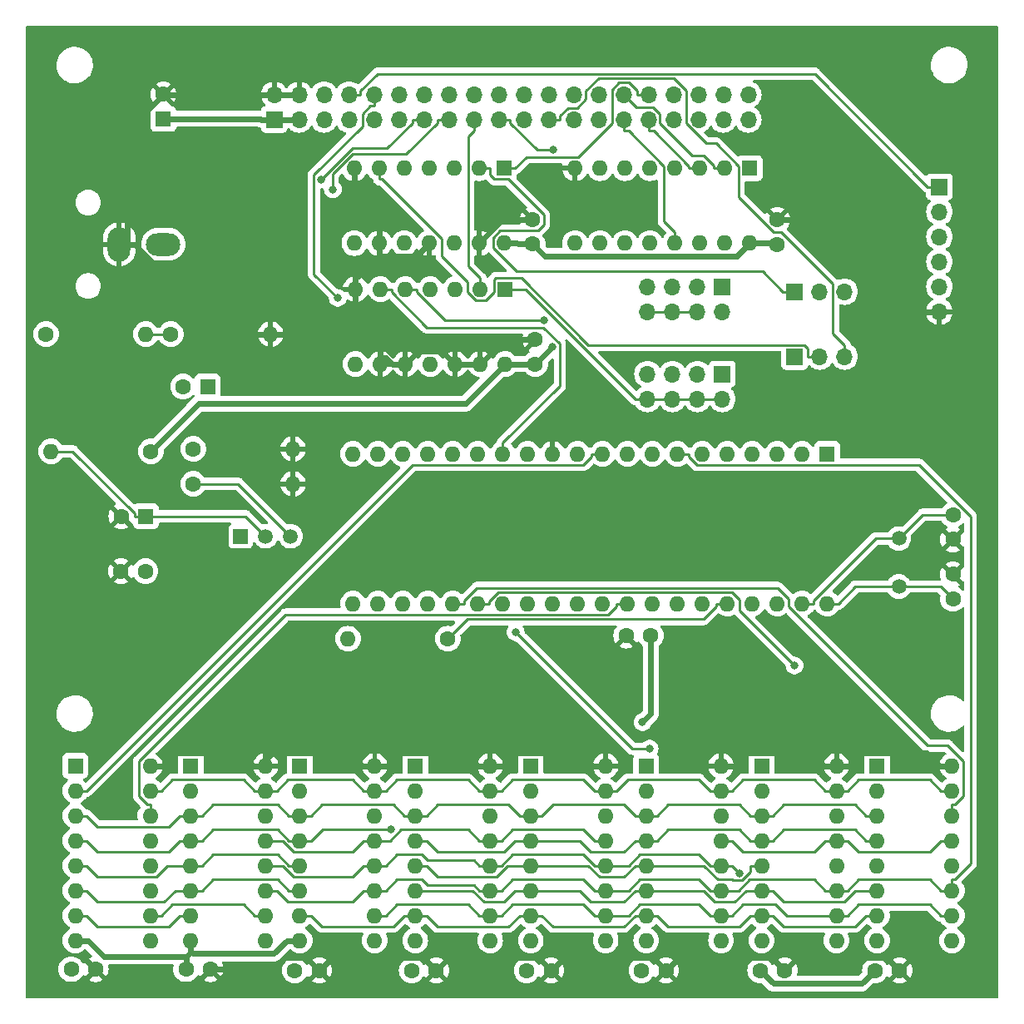
<source format=gtl>
G04 #@! TF.GenerationSoftware,KiCad,Pcbnew,7.0.9*
G04 #@! TF.CreationDate,2024-01-01T17:34:42+09:00*
G04 #@! TF.ProjectId,KZ80-TMS9918A-DRAM-1bit,4b5a3830-2d54-44d5-9339-393138412d44,rev?*
G04 #@! TF.SameCoordinates,PX3ef1480PY94c5f00*
G04 #@! TF.FileFunction,Copper,L1,Top*
G04 #@! TF.FilePolarity,Positive*
%FSLAX46Y46*%
G04 Gerber Fmt 4.6, Leading zero omitted, Abs format (unit mm)*
G04 Created by KiCad (PCBNEW 7.0.9) date 2024-01-01 17:34:42*
%MOMM*%
%LPD*%
G01*
G04 APERTURE LIST*
G04 #@! TA.AperFunction,ComponentPad*
%ADD10R,1.700000X1.700000*%
G04 #@! TD*
G04 #@! TA.AperFunction,ComponentPad*
%ADD11O,1.700000X1.700000*%
G04 #@! TD*
G04 #@! TA.AperFunction,ComponentPad*
%ADD12R,1.600000X1.600000*%
G04 #@! TD*
G04 #@! TA.AperFunction,ComponentPad*
%ADD13O,1.600000X1.600000*%
G04 #@! TD*
G04 #@! TA.AperFunction,ComponentPad*
%ADD14C,1.600000*%
G04 #@! TD*
G04 #@! TA.AperFunction,ComponentPad*
%ADD15R,1.500000X1.500000*%
G04 #@! TD*
G04 #@! TA.AperFunction,ComponentPad*
%ADD16C,1.500000*%
G04 #@! TD*
G04 #@! TA.AperFunction,ComponentPad*
%ADD17O,3.500000X2.300000*%
G04 #@! TD*
G04 #@! TA.AperFunction,ComponentPad*
%ADD18O,2.300000X3.500000*%
G04 #@! TD*
G04 #@! TA.AperFunction,ViaPad*
%ADD19C,0.800000*%
G04 #@! TD*
G04 #@! TA.AperFunction,Conductor*
%ADD20C,0.250000*%
G04 #@! TD*
G04 #@! TA.AperFunction,Conductor*
%ADD21C,0.600000*%
G04 #@! TD*
G04 APERTURE END LIST*
D10*
X78780000Y72434000D03*
D11*
X81320000Y72434000D03*
X83860000Y72434000D03*
D12*
X75412000Y24174000D03*
D13*
X75412000Y21634000D03*
X75412000Y19094000D03*
X75412000Y16554000D03*
X75412000Y14014000D03*
X75412000Y11474000D03*
X75412000Y8934000D03*
X75412000Y6394000D03*
X83032000Y6394000D03*
X83032000Y8934000D03*
X83032000Y11474000D03*
X83032000Y14014000D03*
X83032000Y16554000D03*
X83032000Y19094000D03*
X83032000Y21634000D03*
X83032000Y24174000D03*
D14*
X15280000Y68116000D03*
D13*
X25440000Y68116000D03*
D14*
X2580000Y68116000D03*
D13*
X12740000Y68116000D03*
D10*
X71414000Y64052000D03*
D11*
X71414000Y61512000D03*
X68874000Y64052000D03*
X68874000Y61512000D03*
X66334000Y64052000D03*
X66334000Y61512000D03*
X63794000Y64052000D03*
X63794000Y61512000D03*
D14*
X77002000Y77260000D03*
X77002000Y79760000D03*
D12*
X63662000Y24174000D03*
D13*
X63662000Y21634000D03*
X63662000Y19094000D03*
X63662000Y16554000D03*
X63662000Y14014000D03*
X63662000Y11474000D03*
X63662000Y8934000D03*
X63662000Y6394000D03*
X71282000Y6394000D03*
X71282000Y8934000D03*
X71282000Y11474000D03*
X71282000Y14014000D03*
X71282000Y16554000D03*
X71282000Y19094000D03*
X71282000Y21634000D03*
X71282000Y24174000D03*
D15*
X22392000Y47542000D03*
D16*
X24932000Y47542000D03*
X27472000Y47542000D03*
D10*
X93512000Y83102000D03*
D11*
X93512000Y80562000D03*
X93512000Y78022000D03*
X93512000Y75482000D03*
X93512000Y72942000D03*
X93512000Y70402000D03*
D17*
X14518000Y77260000D03*
D18*
X10018000Y77260000D03*
D12*
X82080000Y55924000D03*
D13*
X79540000Y55924000D03*
X77000000Y55924000D03*
X74460000Y55924000D03*
X71920000Y55924000D03*
X69380000Y55924000D03*
X66840000Y55924000D03*
X64300000Y55924000D03*
X61760000Y55924000D03*
X59220000Y55924000D03*
X56680000Y55924000D03*
X54140000Y55924000D03*
X51600000Y55924000D03*
X49060000Y55924000D03*
X46520000Y55924000D03*
X43980000Y55924000D03*
X41440000Y55924000D03*
X38900000Y55924000D03*
X36360000Y55924000D03*
X33820000Y55924000D03*
X33820000Y40684000D03*
X36360000Y40684000D03*
X38900000Y40684000D03*
X41440000Y40684000D03*
X43980000Y40684000D03*
X46520000Y40684000D03*
X49060000Y40684000D03*
X51600000Y40684000D03*
X54140000Y40684000D03*
X56680000Y40684000D03*
X59220000Y40684000D03*
X61760000Y40684000D03*
X64300000Y40684000D03*
X66840000Y40684000D03*
X69380000Y40684000D03*
X71920000Y40684000D03*
X74460000Y40684000D03*
X77000000Y40684000D03*
X79540000Y40684000D03*
X82080000Y40684000D03*
D16*
X89379000Y47307000D03*
X89379000Y42427000D03*
D12*
X17312000Y24174000D03*
D13*
X17312000Y21634000D03*
X17312000Y19094000D03*
X17312000Y16554000D03*
X17312000Y14014000D03*
X17312000Y11474000D03*
X17312000Y8934000D03*
X17312000Y6394000D03*
X24932000Y6394000D03*
X24932000Y8934000D03*
X24932000Y11474000D03*
X24932000Y14014000D03*
X24932000Y16554000D03*
X24932000Y19094000D03*
X24932000Y21634000D03*
X24932000Y24174000D03*
D12*
X40162000Y24174000D03*
D13*
X40162000Y21634000D03*
X40162000Y19094000D03*
X40162000Y16554000D03*
X40162000Y14014000D03*
X40162000Y11474000D03*
X40162000Y8934000D03*
X40162000Y6394000D03*
X47782000Y6394000D03*
X47782000Y8934000D03*
X47782000Y11474000D03*
X47782000Y14014000D03*
X47782000Y16554000D03*
X47782000Y19094000D03*
X47782000Y21634000D03*
X47782000Y24174000D03*
D12*
X19025100Y62782000D03*
D14*
X16525100Y62782000D03*
X52110000Y77280000D03*
X52110000Y79780000D03*
X12700000Y43986000D03*
X10200000Y43986000D03*
X94880000Y41174000D03*
X94880000Y43674000D03*
D12*
X87162000Y24174000D03*
D13*
X87162000Y21634000D03*
X87162000Y19094000D03*
X87162000Y16554000D03*
X87162000Y14014000D03*
X87162000Y11474000D03*
X87162000Y8934000D03*
X87162000Y6394000D03*
X94782000Y6394000D03*
X94782000Y8934000D03*
X94782000Y11474000D03*
X94782000Y14014000D03*
X94782000Y16554000D03*
X94782000Y19094000D03*
X94782000Y21634000D03*
X94782000Y24174000D03*
D14*
X53995000Y3346000D03*
X51495000Y3346000D03*
D12*
X49316000Y72688000D03*
D13*
X46776000Y72688000D03*
X44236000Y72688000D03*
X41696000Y72688000D03*
X39156000Y72688000D03*
X36616000Y72688000D03*
X34076000Y72688000D03*
X34076000Y65068000D03*
X36616000Y65068000D03*
X39156000Y65068000D03*
X41696000Y65068000D03*
X44236000Y65068000D03*
X46776000Y65068000D03*
X49316000Y65068000D03*
D14*
X89448000Y3346000D03*
X86948000Y3346000D03*
X30393000Y3346000D03*
X27893000Y3346000D03*
X42291000Y3346000D03*
X39791000Y3346000D03*
X17566000Y52876000D03*
D13*
X27726000Y52876000D03*
D10*
X25800000Y89960000D03*
D11*
X25800000Y92500000D03*
X28340000Y89960000D03*
X28340000Y92500000D03*
X30880000Y89960000D03*
X30880000Y92500000D03*
X33420000Y89960000D03*
X33420000Y92500000D03*
X35960000Y89960000D03*
X35960000Y92500000D03*
X38500000Y89960000D03*
X38500000Y92500000D03*
X41040000Y89960000D03*
X41040000Y92500000D03*
X43580000Y89960000D03*
X43580000Y92500000D03*
X46120000Y89960000D03*
X46120000Y92500000D03*
X48660000Y89960000D03*
X48660000Y92500000D03*
X51200000Y89960000D03*
X51200000Y92500000D03*
X53740000Y89960000D03*
X53740000Y92500000D03*
X56280000Y89960000D03*
X56280000Y92500000D03*
X58820000Y89960000D03*
X58820000Y92500000D03*
X61360000Y89960000D03*
X61360000Y92500000D03*
X63900000Y89960000D03*
X63900000Y92500000D03*
X66440000Y89960000D03*
X66440000Y92500000D03*
X68980000Y89960000D03*
X68980000Y92500000D03*
X71520000Y89960000D03*
X71520000Y92500000D03*
X74060000Y89960000D03*
X74060000Y92500000D03*
D14*
X94880000Y49723000D03*
X94880000Y47223000D03*
X19324000Y3473000D03*
X16824000Y3473000D03*
D12*
X51912000Y24174000D03*
D13*
X51912000Y21634000D03*
X51912000Y19094000D03*
X51912000Y16554000D03*
X51912000Y14014000D03*
X51912000Y11474000D03*
X51912000Y8934000D03*
X51912000Y6394000D03*
X59532000Y6394000D03*
X59532000Y8934000D03*
X59532000Y11474000D03*
X59532000Y14014000D03*
X59532000Y16554000D03*
X59532000Y19094000D03*
X59532000Y21634000D03*
X59532000Y24174000D03*
D14*
X65679000Y3346000D03*
X63179000Y3346000D03*
D12*
X12740000Y49574000D03*
D14*
X10240000Y49574000D03*
D12*
X5562000Y24174000D03*
D13*
X5562000Y21634000D03*
X5562000Y19094000D03*
X5562000Y16554000D03*
X5562000Y14014000D03*
X5562000Y11474000D03*
X5562000Y8934000D03*
X5562000Y6394000D03*
X13182000Y6394000D03*
X13182000Y8934000D03*
X13182000Y11474000D03*
X13182000Y14014000D03*
X13182000Y16554000D03*
X13182000Y19094000D03*
X13182000Y21634000D03*
X13182000Y24174000D03*
D14*
X52364000Y65068000D03*
X52364000Y67568000D03*
X13248000Y56178000D03*
D13*
X3088000Y56178000D03*
D12*
X74200000Y85000000D03*
D13*
X71660000Y85000000D03*
X69120000Y85000000D03*
X66580000Y85000000D03*
X64040000Y85000000D03*
X61500000Y85000000D03*
X58960000Y85000000D03*
X56420000Y85000000D03*
X56420000Y77380000D03*
X58960000Y77380000D03*
X61500000Y77380000D03*
X64040000Y77380000D03*
X66580000Y77380000D03*
X69120000Y77380000D03*
X71660000Y77380000D03*
X74200000Y77380000D03*
D12*
X28412000Y24174000D03*
D13*
X28412000Y21634000D03*
X28412000Y19094000D03*
X28412000Y16554000D03*
X28412000Y14014000D03*
X28412000Y11474000D03*
X28412000Y8934000D03*
X28412000Y6394000D03*
X36032000Y6394000D03*
X36032000Y8934000D03*
X36032000Y11474000D03*
X36032000Y14014000D03*
X36032000Y16554000D03*
X36032000Y19094000D03*
X36032000Y21634000D03*
X36032000Y24174000D03*
D14*
X7640000Y3473000D03*
X5140000Y3473000D03*
D12*
X14518000Y90024900D03*
D14*
X14518000Y92524900D03*
D10*
X71414000Y72942000D03*
D11*
X71414000Y70402000D03*
X68874000Y72942000D03*
X68874000Y70402000D03*
X66334000Y72942000D03*
X66334000Y70402000D03*
X63794000Y72942000D03*
X63794000Y70402000D03*
D14*
X17566000Y56432000D03*
D13*
X27726000Y56432000D03*
D14*
X43474000Y37114000D03*
D13*
X33314000Y37114000D03*
D10*
X78780000Y65830000D03*
D11*
X81320000Y65830000D03*
X83860000Y65830000D03*
D14*
X77764000Y3346000D03*
X75264000Y3346000D03*
D12*
X49200000Y85000000D03*
D13*
X46660000Y85000000D03*
X44120000Y85000000D03*
X41580000Y85000000D03*
X39040000Y85000000D03*
X36500000Y85000000D03*
X33960000Y85000000D03*
X33960000Y77380000D03*
X36500000Y77380000D03*
X39040000Y77380000D03*
X41580000Y77380000D03*
X44120000Y77380000D03*
X46660000Y77380000D03*
X49200000Y77380000D03*
D14*
X64130000Y37424000D03*
X61630000Y37424000D03*
D19*
X92500000Y36000000D03*
X51500000Y47500000D03*
X89500000Y52500000D03*
X54136000Y66840000D03*
X63293600Y28608500D03*
X32267100Y71792200D03*
X30591700Y83863000D03*
X31767300Y82855700D03*
X53297500Y69523600D03*
X54204900Y86857100D03*
X37720000Y17732400D03*
X73147400Y13247600D03*
X78759200Y34373500D03*
X64017700Y25925700D03*
X50376500Y37781700D03*
D20*
X22900000Y49574000D02*
X12740000Y49574000D01*
X12740000Y49574000D02*
X11614700Y49574000D01*
X24932000Y47542000D02*
X22900000Y49574000D01*
X11614700Y49855300D02*
X5292000Y56178000D01*
X11614700Y49574000D02*
X11614700Y49855300D01*
X5292000Y56178000D02*
X3088000Y56178000D01*
D21*
X36616000Y65718200D02*
X37205500Y65718200D01*
X49276000Y67568000D02*
X52364000Y67568000D01*
X36500000Y77380000D02*
X36500000Y76079700D01*
X20724300Y68116000D02*
X11668300Y77172000D01*
X30393000Y3346000D02*
X31693400Y4646400D01*
X10018000Y77260000D02*
X10843200Y77260000D01*
X13182000Y24174000D02*
X14482300Y24174000D01*
X11668300Y77172000D02*
X11668300Y77260000D01*
X46776000Y65068000D02*
X49276000Y67568000D01*
X58231700Y24174000D02*
X56928000Y25477700D01*
X80431400Y25474300D02*
X81731700Y24174000D01*
X24281900Y24174000D02*
X25582200Y25474300D01*
X45181400Y25474300D02*
X46481700Y24174000D01*
X40515800Y66427800D02*
X42876200Y66427800D01*
X39156000Y65068000D02*
X37855700Y65068000D01*
X15782600Y25474300D02*
X14482300Y24174000D01*
X34076000Y72688000D02*
X34076000Y73988300D01*
X37332300Y24174000D02*
X38632600Y25474300D01*
X79074700Y4656700D02*
X77764000Y3346000D01*
X83032000Y24174000D02*
X81731700Y24174000D01*
X42876200Y66427800D02*
X44236000Y65068000D01*
X41580000Y77380000D02*
X40279700Y76079700D01*
X37205500Y65718200D02*
X37855700Y65068000D01*
X83032000Y24174000D02*
X84332300Y24174000D01*
X38632600Y25474300D02*
X45181400Y25474300D01*
X52110000Y79780000D02*
X49060000Y79780000D01*
X24932000Y24174000D02*
X24281900Y24174000D01*
X40279700Y76079700D02*
X36500000Y76079700D01*
X25440000Y68116000D02*
X20724300Y68116000D01*
X93512000Y70402000D02*
X92161700Y70402000D01*
X92161700Y70402000D02*
X82803700Y79760000D01*
X29084900Y4654100D02*
X30393000Y3346000D01*
X34076000Y72688000D02*
X34076000Y71387700D01*
X25582200Y25474300D02*
X33431400Y25474300D01*
X22331400Y25474300D02*
X15782600Y25474300D01*
X94782000Y24174000D02*
X93481700Y24174000D01*
X47782000Y24174000D02*
X49082300Y24174000D01*
X26740300Y68116000D02*
X28772300Y70148000D01*
X73882600Y25474300D02*
X80431400Y25474300D01*
X36616000Y65718200D02*
X36616000Y66368300D01*
X25440000Y68116000D02*
X26740300Y68116000D01*
X44236000Y65068000D02*
X45475700Y65068000D01*
X33431400Y25474300D02*
X34731700Y24174000D01*
X28340000Y92500000D02*
X25800000Y92500000D01*
X31693400Y4646400D02*
X40990600Y4646400D01*
X85632600Y25474300D02*
X84332300Y24174000D01*
X36500000Y76079700D02*
X34408600Y73988300D01*
X32836300Y70148000D02*
X36616000Y66368300D01*
X82803700Y79760000D02*
X77002000Y79760000D01*
X10843200Y88825200D02*
X14518000Y92500000D01*
X77764000Y3346000D02*
X76463600Y4646400D01*
X33960000Y81220300D02*
X36500000Y78680300D01*
X71282000Y24174000D02*
X72582300Y24174000D01*
X76463600Y4646400D02*
X66979400Y4646400D01*
X49060000Y79780000D02*
X46660000Y77380000D01*
X52694600Y4646400D02*
X53995000Y3346000D01*
X50386000Y25477700D02*
X49082300Y24174000D01*
X93481700Y24174000D02*
X92181400Y25474300D01*
X55298300Y4649300D02*
X53995000Y3346000D01*
X25783100Y3473000D02*
X26964200Y4654100D01*
X72582300Y24174000D02*
X73882600Y25474300D01*
X14518000Y92500000D02*
X24449700Y92500000D01*
X26964200Y4654100D02*
X29084900Y4654100D01*
X34408600Y73988300D02*
X34076000Y73988300D01*
X40990600Y4646400D02*
X42291000Y3346000D01*
X36032000Y24174000D02*
X37332300Y24174000D01*
X14518000Y92500000D02*
X14518000Y92524900D01*
X10843200Y77260000D02*
X11668300Y77260000D01*
X24281900Y24174000D02*
X23631700Y24174000D01*
X89448000Y3346000D02*
X88137300Y4656700D01*
X32836300Y70148000D02*
X34076000Y71387700D01*
X46776000Y65068000D02*
X45475700Y65068000D01*
X43591400Y4646400D02*
X52694600Y4646400D01*
X19324000Y3473000D02*
X25783100Y3473000D01*
X36616000Y65068000D02*
X36616000Y65718200D01*
X23631700Y24174000D02*
X22331400Y25474300D01*
X47782000Y24174000D02*
X46481700Y24174000D01*
X42291000Y3346000D02*
X43591400Y4646400D01*
X25800000Y92500000D02*
X24449700Y92500000D01*
X59532000Y24174000D02*
X58231700Y24174000D01*
X33960000Y85000000D02*
X33960000Y81220300D01*
X64375700Y4649300D02*
X55298300Y4649300D01*
X36032000Y24174000D02*
X34731700Y24174000D01*
X65679000Y3346000D02*
X64375700Y4649300D01*
X56928000Y25477700D02*
X50386000Y25477700D01*
X39156000Y65068000D02*
X40515800Y66427800D01*
X88137300Y4656700D02*
X79074700Y4656700D01*
X36500000Y77380000D02*
X36500000Y78680300D01*
X10843200Y77260000D02*
X10843200Y88825200D01*
X92181400Y25474300D02*
X85632600Y25474300D01*
X28772300Y70148000D02*
X32836300Y70148000D01*
X66979400Y4646400D02*
X65679000Y3346000D01*
D20*
X80665300Y40965300D02*
X87007000Y47307000D01*
X89379000Y47307000D02*
X91795000Y49723000D01*
X79540000Y40684000D02*
X80665300Y40684000D01*
X80665300Y40684000D02*
X80665300Y40965300D01*
X87007000Y47307000D02*
X89379000Y47307000D01*
X91795000Y49723000D02*
X94880000Y49723000D01*
X94880000Y41174000D02*
X93627000Y42427000D01*
X82080000Y40684000D02*
X83205300Y40684000D01*
X93627000Y42427000D02*
X89379000Y42427000D01*
X84948300Y42427000D02*
X83205300Y40684000D01*
X89379000Y42427000D02*
X84948300Y42427000D01*
X12740000Y68116000D02*
X15280000Y68116000D01*
D21*
X17328200Y5277600D02*
X16824000Y4773400D01*
X16824000Y4773400D02*
X16824000Y3473000D01*
X5562000Y6394000D02*
X6862300Y6394000D01*
X76608900Y2001100D02*
X75264000Y3346000D01*
X50600300Y77280000D02*
X50500300Y77380000D01*
X8482900Y4773400D02*
X6862300Y6394000D01*
X52110000Y77280000D02*
X50600300Y77280000D01*
X17312000Y6394000D02*
X17312000Y5293800D01*
X18090900Y61020900D02*
X13248000Y56178000D01*
X49316000Y65068000D02*
X50616300Y65068000D01*
X72893100Y76073100D02*
X53316900Y76073100D01*
X49200000Y77380000D02*
X50500300Y77380000D01*
X64130000Y37424000D02*
X64130000Y29444900D01*
X53316900Y76073100D02*
X52110000Y77280000D01*
X25771900Y5054200D02*
X27111700Y6394000D01*
X25800000Y89960000D02*
X24449700Y89960000D01*
X64130000Y29444900D02*
X63293600Y28608500D01*
X24384800Y90024900D02*
X24449700Y89960000D01*
X17328200Y5277600D02*
X17551600Y5054200D01*
X74200000Y77380000D02*
X72893100Y76073100D01*
X52364000Y65068000D02*
X50616300Y65068000D01*
X17312000Y5293800D02*
X17328200Y5277600D01*
X14518000Y90024900D02*
X24384800Y90024900D01*
X54136000Y66840000D02*
X52364000Y65068000D01*
X45268900Y61020900D02*
X18090900Y61020900D01*
X86948000Y3346000D02*
X85603100Y2001100D01*
X85603100Y2001100D02*
X76608900Y2001100D01*
X28340000Y89960000D02*
X25800000Y89960000D01*
X17551600Y5054200D02*
X25771900Y5054200D01*
X28412000Y6394000D02*
X27111700Y6394000D01*
X76882000Y77380000D02*
X77002000Y77260000D01*
X49316000Y65068000D02*
X45268900Y61020900D01*
X16824000Y4773400D02*
X8482900Y4773400D01*
X74200000Y77380000D02*
X76882000Y77380000D01*
D20*
X34595300Y92867300D02*
X34595300Y92500000D01*
X93512000Y83102000D02*
X92336700Y83102000D01*
X33420000Y92500000D02*
X34595300Y92500000D01*
X92336700Y83102000D02*
X80825800Y94612900D01*
X36340900Y94612900D02*
X34595300Y92867300D01*
X80825800Y94612900D02*
X36340900Y94612900D01*
X29845000Y84341800D02*
X29845000Y74214300D01*
X35960000Y92500000D02*
X35960000Y91324700D01*
X34784700Y89281500D02*
X29845000Y84341800D01*
X35960000Y91324700D02*
X35592600Y91324700D01*
X35592600Y91324700D02*
X34784700Y90516800D01*
X29845000Y74214300D02*
X32267100Y71792200D01*
X34784700Y90516800D02*
X34784700Y89281500D01*
X33752200Y87023500D02*
X30591700Y83863000D01*
X39864700Y89592700D02*
X37295500Y87023500D01*
X41040000Y89960000D02*
X39864700Y89960000D01*
X39864700Y89960000D02*
X39864700Y89592700D01*
X37295500Y87023500D02*
X33752200Y87023500D01*
X43580000Y89960000D02*
X42404700Y89960000D01*
X42404700Y89960000D02*
X42404700Y89592700D01*
X39226200Y86414200D02*
X33779800Y86414200D01*
X33779800Y86414200D02*
X31767300Y84401700D01*
X42404700Y89592700D02*
X39226200Y86414200D01*
X31767300Y84401700D02*
X31767300Y82855700D01*
X45532800Y75056500D02*
X46776000Y73813300D01*
X46120000Y89960000D02*
X46120000Y88784700D01*
X45532800Y88197500D02*
X45532800Y75056500D01*
X46776000Y72688000D02*
X46776000Y73813300D01*
X46120000Y88784700D02*
X45532800Y88197500D01*
X52570900Y86857100D02*
X54204900Y86857100D01*
X40281300Y72406700D02*
X40281300Y72688000D01*
X49835300Y89960000D02*
X49835300Y89592700D01*
X43164400Y69523600D02*
X40281300Y72406700D01*
X49835300Y89592700D02*
X52570900Y86857100D01*
X39156000Y72688000D02*
X40281300Y72688000D01*
X53297500Y69523600D02*
X43164400Y69523600D01*
X48660000Y89960000D02*
X49835300Y89960000D01*
X54915300Y89960000D02*
X54915300Y90327400D01*
X73074600Y85223300D02*
X73074600Y82066300D01*
X82684700Y68180600D02*
X83860000Y67005300D01*
X69748600Y87514700D02*
X70783200Y87514700D01*
X67710000Y89553300D02*
X69748600Y87514700D01*
X70783200Y87514700D02*
X73074600Y85223300D01*
X73074600Y82066300D02*
X76630900Y78510000D01*
X56616300Y91135300D02*
X57498800Y92017800D01*
X57498800Y92849800D02*
X58811600Y94162600D01*
X83860000Y65830000D02*
X83860000Y67005300D01*
X57498800Y92017800D02*
X57498800Y92849800D01*
X66439700Y94162600D02*
X67710000Y92892300D01*
X76630900Y78510000D02*
X77399400Y78510000D01*
X67710000Y92892300D02*
X67710000Y89553300D01*
X82684700Y73224700D02*
X82684700Y68180600D01*
X58811600Y94162600D02*
X66439700Y94162600D01*
X77399400Y78510000D02*
X82684700Y73224700D01*
X55723200Y91135300D02*
X56616300Y91135300D01*
X54915300Y90327400D02*
X55723200Y91135300D01*
X53740000Y89960000D02*
X54915300Y89960000D01*
X61874200Y88784700D02*
X61360000Y88784700D01*
X66580000Y77380000D02*
X66580000Y78505300D01*
X65454700Y79630600D02*
X65454700Y85204200D01*
X66580000Y78505300D02*
X65454700Y79630600D01*
X65454700Y85204200D02*
X61874200Y88784700D01*
X61360000Y89960000D02*
X61360000Y88784700D01*
X71660000Y85000000D02*
X70534700Y85000000D01*
X68357600Y86311900D02*
X65075400Y89594100D01*
X64331000Y91230000D02*
X62630000Y91230000D01*
X62630000Y91230000D02*
X61360000Y92500000D01*
X65075400Y90485600D02*
X64331000Y91230000D01*
X65075400Y89594100D02*
X65075400Y90485600D01*
X70534700Y85281400D02*
X69504200Y86311900D01*
X69504200Y86311900D02*
X68357600Y86311900D01*
X70534700Y85000000D02*
X70534700Y85281400D01*
X63900000Y89960000D02*
X63900000Y88784700D01*
X69120000Y85000000D02*
X67994700Y85000000D01*
X67994700Y85216300D02*
X64426300Y88784700D01*
X67994700Y85000000D02*
X67994700Y85216300D01*
X64426300Y88784700D02*
X63900000Y88784700D01*
X56711800Y86125300D02*
X51450600Y86125300D01*
X62724700Y92867300D02*
X61879800Y93712200D01*
X60184600Y93008200D02*
X60184600Y89598100D01*
X60184600Y89598100D02*
X56711800Y86125300D01*
X51450600Y86125300D02*
X50325300Y85000000D01*
X49200000Y85000000D02*
X50325300Y85000000D01*
X63900000Y92500000D02*
X62724700Y92500000D01*
X62724700Y92500000D02*
X62724700Y92867300D01*
X60888600Y93712200D02*
X60184600Y93008200D01*
X61879800Y93712200D02*
X60888600Y93712200D01*
X49316000Y72688000D02*
X51398800Y72688000D01*
X68874000Y61512000D02*
X71414000Y61512000D01*
X63794000Y61512000D02*
X66334000Y61512000D01*
X51398800Y72688000D02*
X62574800Y61512000D01*
X66334000Y61512000D02*
X68874000Y61512000D01*
X62574800Y61512000D02*
X63794000Y61512000D01*
X63794000Y70402000D02*
X66334000Y70402000D01*
X66334000Y70402000D02*
X68874000Y70402000D01*
X36500000Y83874700D02*
X36781300Y83874700D01*
X50944200Y73823400D02*
X57762300Y67005300D01*
X48373000Y73823400D02*
X50944200Y73823400D01*
X45506000Y72360800D02*
X46306200Y71560600D01*
X36500000Y85000000D02*
X36500000Y83874700D01*
X48190600Y73641000D02*
X48373000Y73823400D01*
X79777500Y67005300D02*
X80144700Y66638100D01*
X42850000Y76045800D02*
X45506000Y73389800D01*
X47317100Y71560600D02*
X48190600Y72434100D01*
X81320000Y65830000D02*
X80144700Y65830000D01*
X45506000Y73389800D02*
X45506000Y72360800D01*
X48190600Y72434100D02*
X48190600Y73641000D01*
X80144700Y66638100D02*
X80144700Y65830000D01*
X42850000Y77806000D02*
X42850000Y76045800D01*
X57762300Y67005300D02*
X79777500Y67005300D01*
X36781300Y83874700D02*
X42850000Y77806000D01*
X46306200Y71560600D02*
X47317100Y71560600D01*
X47785300Y85000000D02*
X47785300Y84296600D01*
X47785300Y84296600D02*
X48207200Y83874700D01*
X78780000Y72434000D02*
X77604700Y72434000D01*
X48064500Y76920800D02*
X50453900Y74531400D01*
X48207200Y83874700D02*
X49626500Y83874700D01*
X48064500Y77900100D02*
X48064500Y76920800D01*
X50453900Y74531400D02*
X75507300Y74531400D01*
X48819100Y78654700D02*
X48064500Y77900100D01*
X49626500Y83874700D02*
X53235400Y80265800D01*
X46660000Y85000000D02*
X47785300Y85000000D01*
X75507300Y74531400D02*
X77604700Y72434000D01*
X53235400Y80265800D02*
X53235400Y79248500D01*
X52641600Y78654700D02*
X48819100Y78654700D01*
X53235400Y79248500D02*
X52641600Y78654700D01*
X22138000Y52876000D02*
X17566000Y52876000D01*
X27472000Y47542000D02*
X22138000Y52876000D01*
X69500300Y39108300D02*
X45468300Y39108300D01*
X70794700Y40684000D02*
X70794700Y40402700D01*
X45468300Y39108300D02*
X43474000Y37114000D01*
X71920000Y40684000D02*
X70794700Y40684000D01*
X70794700Y40402700D02*
X69500300Y39108300D01*
X6687300Y16554000D02*
X7812600Y15428700D01*
X28412000Y16554000D02*
X29537300Y16554000D01*
X63662000Y16554000D02*
X64787300Y16554000D01*
X86036700Y16554000D02*
X84911400Y17679300D01*
X27286700Y16554000D02*
X26161400Y17679300D01*
X84911400Y17679300D02*
X77662600Y17679300D01*
X5562000Y16554000D02*
X6687300Y16554000D01*
X62536700Y16554000D02*
X61411400Y15428700D01*
X28412000Y16554000D02*
X27286700Y16554000D01*
X17312000Y16554000D02*
X16186700Y16554000D01*
X51912000Y16554000D02*
X50317300Y16554000D01*
X75412000Y16554000D02*
X74286700Y16554000D01*
X42412600Y15428700D02*
X41287300Y16554000D01*
X56911400Y16554000D02*
X51912000Y16554000D01*
X63099400Y16554000D02*
X63662000Y16554000D01*
X75412000Y16554000D02*
X76537300Y16554000D01*
X17312000Y16554000D02*
X18437300Y16554000D01*
X58036700Y15428700D02*
X56911400Y16554000D01*
X15061400Y15428700D02*
X16186700Y16554000D01*
X65912600Y17679300D02*
X73161400Y17679300D01*
X26161400Y17679300D02*
X19562600Y17679300D01*
X64787300Y16554000D02*
X65912600Y17679300D01*
X30715700Y17732400D02*
X29537300Y16554000D01*
X19562600Y17679300D02*
X18437300Y16554000D01*
X7812600Y15428700D02*
X15061400Y15428700D01*
X73161400Y17679300D02*
X74286700Y16554000D01*
X49192000Y15428700D02*
X42412600Y15428700D01*
X63099400Y16554000D02*
X62536700Y16554000D01*
X77662600Y17679300D02*
X76537300Y16554000D01*
X40162000Y16554000D02*
X41287300Y16554000D01*
X37720000Y17732400D02*
X30715700Y17732400D01*
X61411400Y15428700D02*
X58036700Y15428700D01*
X87162000Y16554000D02*
X86036700Y16554000D01*
X50317300Y16554000D02*
X49192000Y15428700D01*
X80781400Y22759300D02*
X73532600Y22759300D01*
X47219400Y21634000D02*
X47782000Y21634000D01*
X15432600Y22759300D02*
X22681400Y22759300D01*
X34906700Y21634000D02*
X33781400Y22759300D01*
X24932000Y21634000D02*
X26057300Y21634000D01*
X38282600Y22759300D02*
X37157300Y21634000D01*
X36032000Y21634000D02*
X34906700Y21634000D01*
X82469400Y21634000D02*
X83032000Y21634000D01*
X71282000Y21634000D02*
X70156700Y21634000D01*
X24932000Y21634000D02*
X23806700Y21634000D01*
X73532600Y22759300D02*
X72407300Y21634000D01*
X71282000Y21634000D02*
X72407300Y21634000D01*
X84157300Y21634000D02*
X85282600Y22759300D01*
X57281400Y22759300D02*
X58406700Y21634000D01*
X81906700Y21634000D02*
X80781400Y22759300D01*
X85282600Y22759300D02*
X92531400Y22759300D01*
X61782600Y22759300D02*
X60657300Y21634000D01*
X47219400Y21634000D02*
X46656700Y21634000D01*
X13182000Y21634000D02*
X14307300Y21634000D01*
X94782000Y21634000D02*
X93656700Y21634000D01*
X47782000Y21634000D02*
X48907300Y21634000D01*
X27182600Y22759300D02*
X26057300Y21634000D01*
X48907300Y21634000D02*
X50032600Y22759300D01*
X59532000Y21634000D02*
X58406700Y21634000D01*
X33781400Y22759300D02*
X27182600Y22759300D01*
X92531400Y22759300D02*
X93656700Y21634000D01*
X83032000Y21634000D02*
X84157300Y21634000D01*
X46656700Y21634000D02*
X45531400Y22759300D01*
X82469400Y21634000D02*
X81906700Y21634000D01*
X36032000Y21634000D02*
X37157300Y21634000D01*
X69031400Y22759300D02*
X61782600Y22759300D01*
X14307300Y21634000D02*
X15432600Y22759300D01*
X22681400Y22759300D02*
X23806700Y21634000D01*
X50032600Y22759300D02*
X57281400Y22759300D01*
X45531400Y22759300D02*
X38282600Y22759300D01*
X70156700Y21634000D02*
X69031400Y22759300D01*
X59532000Y21634000D02*
X60657300Y21634000D01*
X18437300Y14014000D02*
X19562600Y15139300D01*
X51912000Y14014000D02*
X49544200Y14014000D01*
X40162000Y14014000D02*
X41287300Y14014000D01*
X69519800Y14014000D02*
X63662000Y14014000D01*
X57769800Y14014000D02*
X51912000Y14014000D01*
X42412600Y12888700D02*
X41287300Y14014000D01*
X6687300Y14014000D02*
X7815500Y12885800D01*
X17312000Y14014000D02*
X18437300Y14014000D01*
X72422000Y12599400D02*
X70934400Y12599400D01*
X72517500Y12503900D02*
X72422000Y12599400D01*
X13816000Y12885800D02*
X14944200Y14014000D01*
X14944200Y14014000D02*
X17312000Y14014000D01*
X74286700Y13352000D02*
X73438600Y12503900D01*
X61406800Y12884100D02*
X58899700Y12884100D01*
X58899700Y12884100D02*
X57769800Y14014000D01*
X63662000Y14014000D02*
X62536700Y14014000D01*
X48418900Y12888700D02*
X42412600Y12888700D01*
X70934400Y12599400D02*
X69519800Y14014000D01*
X49544200Y14014000D02*
X48418900Y12888700D01*
X73438600Y12503900D02*
X72517500Y12503900D01*
X5562000Y14014000D02*
X6687300Y14014000D01*
X26161400Y15139300D02*
X27286700Y14014000D01*
X74286700Y14014000D02*
X74286700Y13352000D01*
X75412000Y14014000D02*
X74286700Y14014000D01*
X19562600Y15139300D02*
X26161400Y15139300D01*
X28412000Y14014000D02*
X27286700Y14014000D01*
X7815500Y12885800D02*
X13816000Y12885800D01*
X62536700Y14014000D02*
X61406800Y12884100D01*
X15061400Y7808700D02*
X16186700Y8934000D01*
X63662000Y8934000D02*
X64787300Y8934000D01*
X75412000Y8934000D02*
X76537300Y8934000D01*
X37911400Y7808700D02*
X39036700Y8934000D01*
X42412600Y7808700D02*
X49661400Y7808700D01*
X51912000Y8934000D02*
X50786700Y8934000D01*
X6687300Y8934000D02*
X7812600Y7808700D01*
X53037300Y8934000D02*
X54162600Y7808700D01*
X5562000Y8934000D02*
X6687300Y8934000D01*
X49661400Y7808700D02*
X50786700Y8934000D01*
X40162000Y8934000D02*
X39036700Y8934000D01*
X29537300Y8934000D02*
X30662600Y7808700D01*
X41287300Y8934000D02*
X42412600Y7808700D01*
X28412000Y8934000D02*
X29537300Y8934000D01*
X86036700Y8934000D02*
X84911400Y7808700D01*
X73161400Y7808700D02*
X74286700Y8934000D01*
X75412000Y8934000D02*
X74286700Y8934000D01*
X77662600Y7808700D02*
X76537300Y8934000D01*
X63099400Y8934000D02*
X63662000Y8934000D01*
X64787300Y8934000D02*
X65912600Y7808700D01*
X30662600Y7808700D02*
X37911400Y7808700D01*
X54162600Y7808700D02*
X61411400Y7808700D01*
X17312000Y8934000D02*
X16186700Y8934000D01*
X65912600Y7808700D02*
X73161400Y7808700D01*
X84911400Y7808700D02*
X77662600Y7808700D01*
X63099400Y8934000D02*
X62536700Y8934000D01*
X87162000Y8934000D02*
X86036700Y8934000D01*
X40162000Y8934000D02*
X41287300Y8934000D01*
X61411400Y7808700D02*
X62536700Y8934000D01*
X51912000Y8934000D02*
X53037300Y8934000D01*
X7812600Y7808700D02*
X15061400Y7808700D01*
X17312000Y11474000D02*
X18437300Y11474000D01*
X27286700Y11474000D02*
X26161400Y12599300D01*
X14592000Y10348700D02*
X7812600Y10348700D01*
X28412000Y11474000D02*
X27286700Y11474000D01*
X63662000Y11474000D02*
X69519800Y11474000D01*
X51912000Y11474000D02*
X50317300Y11474000D01*
X61411400Y10348700D02*
X58036700Y10348700D01*
X46019800Y11474000D02*
X40162000Y11474000D01*
X69519800Y11474000D02*
X70648000Y10345800D01*
X15717300Y11474000D02*
X14592000Y10348700D01*
X75412000Y11474000D02*
X76537300Y11474000D01*
X63662000Y11474000D02*
X62536700Y11474000D01*
X26161400Y12599300D02*
X19562600Y12599300D01*
X49184100Y10340800D02*
X47153000Y10340800D01*
X83792900Y10340800D02*
X84926100Y11474000D01*
X58036700Y10348700D02*
X56911400Y11474000D01*
X47153000Y10340800D02*
X46019800Y11474000D01*
X84926100Y11474000D02*
X87162000Y11474000D01*
X70648000Y10345800D02*
X72689100Y10345800D01*
X76537300Y11474000D02*
X77670500Y10340800D01*
X73817300Y11474000D02*
X75412000Y11474000D01*
X19562600Y12599300D02*
X18437300Y11474000D01*
X62536700Y11474000D02*
X61411400Y10348700D01*
X56911400Y11474000D02*
X51912000Y11474000D01*
X17312000Y11474000D02*
X15717300Y11474000D01*
X5562000Y11474000D02*
X6687300Y11474000D01*
X7812600Y10348700D02*
X6687300Y11474000D01*
X50317300Y11474000D02*
X49184100Y10340800D01*
X77670500Y10340800D02*
X83792900Y10340800D01*
X72689100Y10345800D02*
X73817300Y11474000D01*
X84157300Y16554000D02*
X85282600Y15428700D01*
X57281400Y17679300D02*
X50032600Y17679300D01*
X47782000Y16554000D02*
X46656700Y16554000D01*
X33780400Y15427700D02*
X27776100Y15427700D01*
X82469400Y16554000D02*
X81906700Y16554000D01*
X82469400Y16554000D02*
X83032000Y16554000D01*
X73532600Y15428700D02*
X72407300Y16554000D01*
X94782000Y16554000D02*
X93656700Y16554000D01*
X50032600Y17679300D02*
X48907300Y16554000D01*
X26649800Y16554000D02*
X24932000Y16554000D01*
X45531400Y17679300D02*
X46656700Y16554000D01*
X37157300Y16554000D02*
X37567400Y16554000D01*
X47782000Y16554000D02*
X48907300Y16554000D01*
X37567400Y16554000D02*
X38692700Y17679300D01*
X92531400Y15428700D02*
X93656700Y16554000D01*
X71282000Y16554000D02*
X72407300Y16554000D01*
X36032000Y16554000D02*
X37157300Y16554000D01*
X85282600Y15428700D02*
X92531400Y15428700D01*
X36032000Y16554000D02*
X34906700Y16554000D01*
X81906700Y16554000D02*
X80781400Y15428700D01*
X58406700Y16554000D02*
X57281400Y17679300D01*
X80781400Y15428700D02*
X73532600Y15428700D01*
X83032000Y16554000D02*
X84157300Y16554000D01*
X59532000Y16554000D02*
X58406700Y16554000D01*
X38692700Y17679300D02*
X45531400Y17679300D01*
X27776100Y15427700D02*
X26649800Y16554000D01*
X34906700Y16554000D02*
X33780400Y15427700D01*
X47782000Y11474000D02*
X48907300Y11474000D01*
X67965300Y55924000D02*
X67965300Y55642600D01*
X26057300Y11474000D02*
X27182600Y10348700D01*
X94782000Y11474000D02*
X94782000Y12599300D01*
X69023500Y12607200D02*
X63033000Y12607200D01*
X73045600Y11474000D02*
X71282000Y11474000D01*
X41443400Y11992800D02*
X40836900Y12599300D01*
X84157300Y11474000D02*
X85282600Y12599300D01*
X92531400Y12599300D02*
X93656700Y11474000D01*
X59532000Y11474000D02*
X58406700Y11474000D01*
X48907300Y11474000D02*
X50032600Y12599300D01*
X38282600Y12599300D02*
X37157300Y11474000D01*
X46656700Y11474000D02*
X46137900Y11992800D01*
X83032000Y11474000D02*
X84157300Y11474000D01*
X85282600Y12599300D02*
X92531400Y12599300D01*
X66840000Y55924000D02*
X67965300Y55924000D01*
X81906700Y11474000D02*
X80781400Y12599300D01*
X50032600Y12599300D02*
X57281400Y12599300D01*
X36032000Y11474000D02*
X34906700Y11474000D01*
X91427000Y54798700D02*
X96688500Y49537200D01*
X61899800Y11474000D02*
X59532000Y11474000D01*
X74170900Y12599300D02*
X73045600Y11474000D01*
X47219400Y11474000D02*
X46656700Y11474000D01*
X95063300Y12599300D02*
X94782000Y12599300D01*
X83032000Y11474000D02*
X81906700Y11474000D01*
X36032000Y11474000D02*
X37157300Y11474000D01*
X47219400Y11474000D02*
X47782000Y11474000D01*
X96688500Y49537200D02*
X96688500Y14224500D01*
X40836900Y12599300D02*
X38282600Y12599300D01*
X68809200Y54798700D02*
X91427000Y54798700D01*
X94782000Y11474000D02*
X93656700Y11474000D01*
X46137900Y11992800D02*
X41443400Y11992800D01*
X27182600Y10348700D02*
X33781400Y10348700D01*
X33781400Y10348700D02*
X34906700Y11474000D01*
X67965300Y55642600D02*
X68809200Y54798700D01*
X24932000Y11474000D02*
X26057300Y11474000D01*
X57281400Y12599300D02*
X58406700Y11474000D01*
X96688500Y14224500D02*
X95063300Y12599300D01*
X80781400Y12599300D02*
X74170900Y12599300D01*
X63033000Y12607200D02*
X61899800Y11474000D01*
X71282000Y11474000D02*
X70156700Y11474000D01*
X70156700Y11474000D02*
X69023500Y12607200D01*
X83032000Y8934000D02*
X84157300Y8934000D01*
X70156700Y8934000D02*
X69023500Y10067200D01*
X63033000Y10067200D02*
X61899800Y8934000D01*
X58406700Y8934000D02*
X57281400Y10059300D01*
X38282600Y10059300D02*
X37157300Y8934000D01*
X94782000Y8934000D02*
X93656700Y8934000D01*
X85282600Y10059300D02*
X92531400Y10059300D01*
X69023500Y10067200D02*
X63033000Y10067200D01*
X48344700Y8934000D02*
X48907300Y8934000D01*
X92531400Y10059300D02*
X93656700Y8934000D01*
X15432600Y10059300D02*
X22681400Y10059300D01*
X76830300Y10059300D02*
X77955600Y8934000D01*
X36032000Y8934000D02*
X37157300Y8934000D01*
X48344700Y8934000D02*
X47782000Y8934000D01*
X84157300Y8934000D02*
X85282600Y10059300D01*
X73532600Y10059300D02*
X76830300Y10059300D01*
X71282000Y8934000D02*
X72407300Y8934000D01*
X24932000Y8934000D02*
X23806700Y8934000D01*
X77955600Y8934000D02*
X83032000Y8934000D01*
X46656700Y8934000D02*
X45531400Y10059300D01*
X47782000Y8934000D02*
X46656700Y8934000D01*
X72407300Y8934000D02*
X73532600Y10059300D01*
X14307300Y8934000D02*
X15432600Y10059300D01*
X59532000Y8934000D02*
X58406700Y8934000D01*
X71282000Y8934000D02*
X70156700Y8934000D01*
X57281400Y10059300D02*
X50032600Y10059300D01*
X22681400Y10059300D02*
X23806700Y8934000D01*
X61899800Y8934000D02*
X59532000Y8934000D01*
X13182000Y8934000D02*
X14307300Y8934000D01*
X45531400Y10059300D02*
X38282600Y10059300D01*
X50032600Y10059300D02*
X48907300Y8934000D01*
X58094700Y55924000D02*
X58094700Y55642600D01*
X5562000Y21634000D02*
X6687300Y21634000D01*
X58094700Y55642600D02*
X57250800Y54798700D01*
X39852000Y54798700D02*
X6687300Y21634000D01*
X59220000Y55924000D02*
X58094700Y55924000D01*
X57250800Y54798700D02*
X39852000Y54798700D01*
X50032600Y15139300D02*
X48907300Y14014000D01*
X71282000Y14014000D02*
X72407300Y14014000D01*
X70719400Y14014000D02*
X70156700Y14014000D01*
X46129900Y14540800D02*
X41435400Y14540800D01*
X36032000Y14014000D02*
X37157300Y14014000D01*
X38282600Y15139300D02*
X37157300Y14014000D01*
X63033000Y15147200D02*
X61899800Y14014000D01*
X69023500Y15147200D02*
X63033000Y15147200D01*
X48344700Y14014000D02*
X48907300Y14014000D01*
X40836900Y15139300D02*
X38282600Y15139300D01*
X61899800Y14014000D02*
X59532000Y14014000D01*
X58406700Y14014000D02*
X57281400Y15139300D01*
X57281400Y15139300D02*
X50032600Y15139300D01*
X41435400Y14540800D02*
X40836900Y15139300D01*
X34906700Y14014000D02*
X33773500Y12880800D01*
X48344700Y14014000D02*
X47782000Y14014000D01*
X47782000Y14014000D02*
X46656700Y14014000D01*
X59532000Y14014000D02*
X58406700Y14014000D01*
X70156700Y14014000D02*
X69023500Y15147200D01*
X72407300Y13987700D02*
X73147400Y13247600D01*
X27783000Y12880800D02*
X26649800Y14014000D01*
X46656700Y14014000D02*
X46129900Y14540800D01*
X26649800Y14014000D02*
X24932000Y14014000D01*
X36032000Y14014000D02*
X34906700Y14014000D01*
X70719400Y14014000D02*
X71282000Y14014000D01*
X33773500Y12880800D02*
X27783000Y12880800D01*
X72407300Y14014000D02*
X72407300Y13987700D01*
X41349800Y68798200D02*
X53216800Y68798200D01*
X54865200Y67149800D02*
X54865200Y62854500D01*
X37741300Y72688000D02*
X37741300Y72406700D01*
X36616000Y72688000D02*
X37741300Y72688000D01*
X37741300Y72406700D02*
X41349800Y68798200D01*
X53216800Y68798200D02*
X54865200Y67149800D01*
X49060000Y55924000D02*
X49060000Y57049300D01*
X54865200Y62854500D02*
X49060000Y57049300D01*
X94782000Y20219300D02*
X95063400Y20219300D01*
X43980000Y40684000D02*
X45105300Y40684000D01*
X77024500Y42276500D02*
X46416500Y42276500D01*
X95063400Y20219300D02*
X95907300Y21063200D01*
X94334200Y26235600D02*
X92304500Y26235600D01*
X95907300Y24662500D02*
X94334200Y26235600D01*
X78125400Y40414700D02*
X78125400Y41175600D01*
X94782000Y19094000D02*
X94782000Y20219300D01*
X45105300Y40965300D02*
X45105300Y40684000D01*
X46416500Y42276500D02*
X45105300Y40965300D01*
X95907300Y21063200D02*
X95907300Y24662500D01*
X92304500Y26235600D02*
X78125400Y40414700D01*
X78125400Y41175600D02*
X77024500Y42276500D01*
X46520000Y40684000D02*
X47645300Y40684000D01*
X73190000Y39942700D02*
X78759200Y34373500D01*
X47645300Y40684000D02*
X47645300Y40885300D01*
X72404300Y41826200D02*
X73190000Y41040500D01*
X48586200Y41826200D02*
X72404300Y41826200D01*
X73190000Y41040500D02*
X73190000Y39942700D01*
X47645300Y40885300D02*
X48586200Y41826200D01*
X62232500Y25925700D02*
X64017700Y25925700D01*
X50376500Y37781700D02*
X62232500Y25925700D01*
X12900600Y20219300D02*
X13182000Y20219300D01*
X61760000Y40684000D02*
X60634700Y40684000D01*
X12056700Y21063200D02*
X12900600Y20219300D01*
X13182000Y19094000D02*
X13182000Y20219300D01*
X12056700Y24677700D02*
X12056700Y21063200D01*
X60634700Y40684000D02*
X60634700Y40420300D01*
X26937700Y39558700D02*
X12056700Y24677700D01*
X59773100Y39558700D02*
X26937700Y39558700D01*
X60634700Y40420300D02*
X59773100Y39558700D01*
X84911400Y20219300D02*
X86036700Y19094000D01*
X16749400Y19094000D02*
X17312000Y19094000D01*
X18437300Y19094000D02*
X19562600Y20219300D01*
X19562600Y20219300D02*
X26161400Y20219300D01*
X54162600Y20219300D02*
X61411400Y20219300D01*
X28412000Y19094000D02*
X29537300Y19094000D01*
X29537300Y19094000D02*
X30662600Y20219300D01*
X26161400Y20219300D02*
X27286700Y19094000D01*
X75412000Y19094000D02*
X76537300Y19094000D01*
X15061400Y17968700D02*
X16186700Y19094000D01*
X30662600Y20219300D02*
X37911400Y20219300D01*
X53037300Y19094000D02*
X54162600Y20219300D01*
X40162000Y19094000D02*
X41287300Y19094000D01*
X17312000Y19094000D02*
X18437300Y19094000D01*
X41287300Y19094000D02*
X42412600Y20219300D01*
X6687300Y19094000D02*
X7812600Y17968700D01*
X16749400Y19094000D02*
X16186700Y19094000D01*
X74849400Y19094000D02*
X75412000Y19094000D01*
X5562000Y19094000D02*
X6687300Y19094000D01*
X51349400Y19094000D02*
X51912000Y19094000D01*
X39599400Y19094000D02*
X40162000Y19094000D01*
X42412600Y20219300D02*
X49661400Y20219300D01*
X76537300Y19094000D02*
X77662600Y20219300D01*
X39599400Y19094000D02*
X39036700Y19094000D01*
X73161400Y20219300D02*
X65912600Y20219300D01*
X87162000Y19094000D02*
X86036700Y19094000D01*
X7812600Y17968700D02*
X15061400Y17968700D01*
X37911400Y20219300D02*
X39036700Y19094000D01*
X28412000Y19094000D02*
X27286700Y19094000D01*
X74286700Y19094000D02*
X73161400Y20219300D01*
X63662000Y19094000D02*
X64787300Y19094000D01*
X74849400Y19094000D02*
X74286700Y19094000D01*
X51349400Y19094000D02*
X50786700Y19094000D01*
X49661400Y20219300D02*
X50786700Y19094000D01*
X63662000Y19094000D02*
X62536700Y19094000D01*
X65912600Y20219300D02*
X64787300Y19094000D01*
X61411400Y20219300D02*
X62536700Y19094000D01*
X77662600Y20219300D02*
X84911400Y20219300D01*
X51912000Y19094000D02*
X53037300Y19094000D01*
G04 #@! TA.AperFunction,Conductor*
G36*
X65637865Y55380652D02*
G01*
X65682382Y55329275D01*
X65709429Y55271272D01*
X65709432Y55271266D01*
X65839954Y55084859D01*
X66000858Y54923955D01*
X66000861Y54923953D01*
X66187266Y54793432D01*
X66393504Y54697261D01*
X66613308Y54638365D01*
X66775230Y54624199D01*
X66839998Y54618532D01*
X66840000Y54618532D01*
X66840002Y54618532D01*
X66896673Y54623491D01*
X67066692Y54638365D01*
X67286496Y54697261D01*
X67492734Y54793432D01*
X67664616Y54913785D01*
X67730821Y54936111D01*
X67798588Y54919101D01*
X67823419Y54899890D01*
X68308397Y54414912D01*
X68318222Y54402649D01*
X68318443Y54402831D01*
X68323414Y54396822D01*
X68344243Y54377263D01*
X68373835Y54349474D01*
X68394729Y54328580D01*
X68400211Y54324327D01*
X68404643Y54320543D01*
X68438618Y54288638D01*
X68456176Y54278986D01*
X68472433Y54268307D01*
X68488264Y54256027D01*
X68507937Y54247514D01*
X68531033Y54237518D01*
X68536277Y54234950D01*
X68577108Y54212503D01*
X68589723Y54209265D01*
X68596505Y54207523D01*
X68614919Y54201219D01*
X68633304Y54193262D01*
X68679357Y54185968D01*
X68685026Y54184794D01*
X68730181Y54173200D01*
X68750216Y54173200D01*
X68769613Y54171674D01*
X68789396Y54168540D01*
X68835784Y54172925D01*
X68841622Y54173200D01*
X91116548Y54173200D01*
X91183587Y54153515D01*
X91204229Y54136881D01*
X94279548Y51061562D01*
X94313033Y51000239D01*
X94308049Y50930547D01*
X94266177Y50874614D01*
X94244275Y50861500D01*
X94227264Y50853568D01*
X94040858Y50723046D01*
X93879954Y50562142D01*
X93767387Y50401377D01*
X93712811Y50357752D01*
X93665812Y50348500D01*
X91877743Y50348500D01*
X91862122Y50350225D01*
X91862096Y50349939D01*
X91854334Y50350673D01*
X91854333Y50350673D01*
X91785186Y50348500D01*
X91755649Y50348500D01*
X91748766Y50347631D01*
X91742949Y50347174D01*
X91696373Y50345710D01*
X91677129Y50340119D01*
X91658079Y50336175D01*
X91638211Y50333666D01*
X91594884Y50316512D01*
X91589358Y50314621D01*
X91544614Y50301621D01*
X91544610Y50301619D01*
X91527366Y50291421D01*
X91509905Y50282867D01*
X91491274Y50275490D01*
X91491262Y50275483D01*
X91453570Y50248098D01*
X91448687Y50244891D01*
X91408580Y50221171D01*
X91394414Y50207005D01*
X91379624Y50194373D01*
X91363414Y50182596D01*
X91363411Y50182593D01*
X91333710Y50146691D01*
X91329777Y50142369D01*
X89752996Y48565589D01*
X89691673Y48532104D01*
X89633222Y48533495D01*
X89596977Y48543207D01*
X89487988Y48552742D01*
X89379002Y48562277D01*
X89378998Y48562277D01*
X89233682Y48549564D01*
X89161023Y48543207D01*
X89161020Y48543207D01*
X88949677Y48486578D01*
X88949668Y48486574D01*
X88751361Y48394102D01*
X88751357Y48394100D01*
X88572121Y48268598D01*
X88417402Y48113879D01*
X88327425Y47985377D01*
X88272848Y47941752D01*
X88225850Y47932500D01*
X87089738Y47932500D01*
X87074121Y47934224D01*
X87074094Y47933938D01*
X87066332Y47934673D01*
X86997204Y47932500D01*
X86967650Y47932500D01*
X86966929Y47932410D01*
X86960757Y47931631D01*
X86954945Y47931174D01*
X86908373Y47929710D01*
X86908372Y47929710D01*
X86889129Y47924119D01*
X86870079Y47920175D01*
X86850211Y47917666D01*
X86850209Y47917665D01*
X86806884Y47900512D01*
X86801357Y47898620D01*
X86756610Y47885619D01*
X86756609Y47885618D01*
X86739367Y47875421D01*
X86721899Y47866863D01*
X86703269Y47859487D01*
X86703267Y47859486D01*
X86665576Y47832102D01*
X86660694Y47828895D01*
X86620579Y47805170D01*
X86606408Y47791000D01*
X86591623Y47778372D01*
X86575412Y47766593D01*
X86545709Y47730690D01*
X86541777Y47726369D01*
X80523477Y41708070D01*
X80462154Y41674585D01*
X80392462Y41679569D01*
X80364673Y41694176D01*
X80192734Y41814568D01*
X80192732Y41814569D01*
X79986497Y41910739D01*
X79986488Y41910742D01*
X79766697Y41969634D01*
X79766693Y41969635D01*
X79766692Y41969635D01*
X79766691Y41969636D01*
X79766686Y41969636D01*
X79540002Y41989468D01*
X79539998Y41989468D01*
X79313313Y41969636D01*
X79313302Y41969634D01*
X79093511Y41910742D01*
X79093502Y41910739D01*
X78887267Y41814569D01*
X78887265Y41814568D01*
X78700858Y41684046D01*
X78688879Y41672067D01*
X78627555Y41638584D01*
X78557864Y41643571D01*
X78513520Y41672070D01*
X77525303Y42660288D01*
X77515480Y42672550D01*
X77515259Y42672366D01*
X77510286Y42678377D01*
X77491659Y42695869D01*
X77459864Y42725727D01*
X77449419Y42736172D01*
X77438975Y42746617D01*
X77433486Y42750875D01*
X77429061Y42754653D01*
X77395082Y42786562D01*
X77395080Y42786564D01*
X77395077Y42786565D01*
X77377529Y42796212D01*
X77361263Y42806896D01*
X77345433Y42819175D01*
X77302668Y42837682D01*
X77297422Y42840252D01*
X77256593Y42862697D01*
X77256592Y42862698D01*
X77237193Y42867678D01*
X77218781Y42873982D01*
X77200398Y42881938D01*
X77200392Y42881940D01*
X77154374Y42889228D01*
X77148652Y42890413D01*
X77103521Y42902000D01*
X77103519Y42902000D01*
X77083484Y42902000D01*
X77064086Y42903527D01*
X77056662Y42904703D01*
X77044305Y42906660D01*
X77044304Y42906660D01*
X76997916Y42902275D01*
X76992078Y42902000D01*
X46499243Y42902000D01*
X46483622Y42903725D01*
X46483596Y42903439D01*
X46475834Y42904173D01*
X46475833Y42904173D01*
X46406686Y42902000D01*
X46377149Y42902000D01*
X46370266Y42901131D01*
X46364449Y42900674D01*
X46317873Y42899210D01*
X46298629Y42893619D01*
X46279579Y42889675D01*
X46259711Y42887166D01*
X46216384Y42870012D01*
X46210858Y42868121D01*
X46166114Y42855121D01*
X46166110Y42855119D01*
X46148866Y42844921D01*
X46131405Y42836367D01*
X46112774Y42828990D01*
X46112762Y42828983D01*
X46075070Y42801598D01*
X46070187Y42798391D01*
X46030080Y42774671D01*
X46015914Y42760505D01*
X46001124Y42747873D01*
X45984914Y42736096D01*
X45984911Y42736093D01*
X45955210Y42700191D01*
X45951277Y42695869D01*
X44963477Y41708070D01*
X44902154Y41674585D01*
X44832462Y41679569D01*
X44804673Y41694176D01*
X44632734Y41814568D01*
X44632732Y41814569D01*
X44426497Y41910739D01*
X44426488Y41910742D01*
X44206697Y41969634D01*
X44206693Y41969635D01*
X44206692Y41969635D01*
X44206691Y41969636D01*
X44206686Y41969636D01*
X43980002Y41989468D01*
X43979998Y41989468D01*
X43753313Y41969636D01*
X43753302Y41969634D01*
X43533511Y41910742D01*
X43533502Y41910739D01*
X43327267Y41814569D01*
X43327265Y41814568D01*
X43140858Y41684046D01*
X42979954Y41523142D01*
X42849432Y41336735D01*
X42849431Y41336733D01*
X42822382Y41278725D01*
X42776209Y41226286D01*
X42709016Y41207134D01*
X42642135Y41227350D01*
X42597618Y41278725D01*
X42570568Y41336733D01*
X42570567Y41336735D01*
X42568352Y41339898D01*
X42449700Y41509353D01*
X42440045Y41523142D01*
X42279141Y41684046D01*
X42092734Y41814568D01*
X42092732Y41814569D01*
X41886497Y41910739D01*
X41886488Y41910742D01*
X41666697Y41969634D01*
X41666693Y41969635D01*
X41666692Y41969635D01*
X41666691Y41969636D01*
X41666686Y41969636D01*
X41440002Y41989468D01*
X41439998Y41989468D01*
X41213313Y41969636D01*
X41213302Y41969634D01*
X40993511Y41910742D01*
X40993502Y41910739D01*
X40787267Y41814569D01*
X40787265Y41814568D01*
X40600858Y41684046D01*
X40439954Y41523142D01*
X40309432Y41336735D01*
X40309431Y41336733D01*
X40282382Y41278725D01*
X40236209Y41226286D01*
X40169016Y41207134D01*
X40102135Y41227350D01*
X40057618Y41278725D01*
X40030568Y41336733D01*
X40030567Y41336735D01*
X40028352Y41339898D01*
X39909700Y41509353D01*
X39900045Y41523142D01*
X39739141Y41684046D01*
X39552734Y41814568D01*
X39552732Y41814569D01*
X39346497Y41910739D01*
X39346488Y41910742D01*
X39126697Y41969634D01*
X39126693Y41969635D01*
X39126692Y41969635D01*
X39126691Y41969636D01*
X39126686Y41969636D01*
X38900002Y41989468D01*
X38899998Y41989468D01*
X38673313Y41969636D01*
X38673302Y41969634D01*
X38453511Y41910742D01*
X38453502Y41910739D01*
X38247267Y41814569D01*
X38247265Y41814568D01*
X38060858Y41684046D01*
X37899954Y41523142D01*
X37769432Y41336735D01*
X37769431Y41336733D01*
X37742382Y41278725D01*
X37696209Y41226286D01*
X37629016Y41207134D01*
X37562135Y41227350D01*
X37517618Y41278725D01*
X37490568Y41336733D01*
X37490567Y41336735D01*
X37488352Y41339898D01*
X37369700Y41509353D01*
X37360045Y41523142D01*
X37199141Y41684046D01*
X37012734Y41814568D01*
X37012732Y41814569D01*
X36806497Y41910739D01*
X36806488Y41910742D01*
X36586697Y41969634D01*
X36586693Y41969635D01*
X36586692Y41969635D01*
X36586691Y41969636D01*
X36586686Y41969636D01*
X36360002Y41989468D01*
X36359998Y41989468D01*
X36133313Y41969636D01*
X36133302Y41969634D01*
X35913511Y41910742D01*
X35913502Y41910739D01*
X35707267Y41814569D01*
X35707265Y41814568D01*
X35520858Y41684046D01*
X35359954Y41523142D01*
X35229432Y41336735D01*
X35229431Y41336733D01*
X35202382Y41278725D01*
X35156209Y41226286D01*
X35089016Y41207134D01*
X35022135Y41227350D01*
X34977618Y41278725D01*
X34950568Y41336733D01*
X34950567Y41336735D01*
X34948352Y41339898D01*
X34829700Y41509353D01*
X34820045Y41523142D01*
X34659141Y41684046D01*
X34472734Y41814568D01*
X34472732Y41814569D01*
X34266497Y41910739D01*
X34266488Y41910742D01*
X34046697Y41969634D01*
X34046693Y41969635D01*
X34046692Y41969635D01*
X34046691Y41969636D01*
X34046686Y41969636D01*
X33820002Y41989468D01*
X33819998Y41989468D01*
X33593313Y41969636D01*
X33593302Y41969634D01*
X33373511Y41910742D01*
X33373502Y41910739D01*
X33167267Y41814569D01*
X33167265Y41814568D01*
X32980858Y41684046D01*
X32819954Y41523142D01*
X32689432Y41336735D01*
X32689431Y41336733D01*
X32593261Y41130498D01*
X32593258Y41130489D01*
X32534366Y40910698D01*
X32534364Y40910687D01*
X32514532Y40684002D01*
X32514532Y40683999D01*
X32534364Y40457314D01*
X32534366Y40457303D01*
X32565719Y40340293D01*
X32564056Y40270444D01*
X32524893Y40212581D01*
X32460665Y40185077D01*
X32445944Y40184200D01*
X27020443Y40184200D01*
X27004822Y40185925D01*
X27004796Y40185639D01*
X26997034Y40186373D01*
X26997033Y40186373D01*
X26927886Y40184200D01*
X26898349Y40184200D01*
X26891466Y40183331D01*
X26885649Y40182874D01*
X26839073Y40181410D01*
X26819829Y40175819D01*
X26800779Y40171875D01*
X26780911Y40169366D01*
X26737584Y40152212D01*
X26732058Y40150321D01*
X26687314Y40137321D01*
X26687310Y40137319D01*
X26670066Y40127121D01*
X26652605Y40118567D01*
X26633974Y40111190D01*
X26633962Y40111183D01*
X26596270Y40083798D01*
X26591387Y40080591D01*
X26551280Y40056871D01*
X26537114Y40042705D01*
X26522324Y40030073D01*
X26506114Y40018296D01*
X26506111Y40018293D01*
X26476410Y39982391D01*
X26472477Y39978069D01*
X11672908Y25178501D01*
X11660651Y25168680D01*
X11660834Y25168459D01*
X11654823Y25163487D01*
X11607472Y25113064D01*
X11586589Y25092181D01*
X11586577Y25092168D01*
X11582321Y25086683D01*
X11578537Y25082253D01*
X11546637Y25048282D01*
X11546636Y25048280D01*
X11536984Y25030724D01*
X11526310Y25014474D01*
X11514029Y24998639D01*
X11514024Y24998632D01*
X11495515Y24955862D01*
X11492945Y24950616D01*
X11470503Y24909794D01*
X11465522Y24890393D01*
X11459221Y24871990D01*
X11451262Y24853598D01*
X11451261Y24853595D01*
X11443971Y24807573D01*
X11442787Y24801854D01*
X11431201Y24756728D01*
X11431200Y24756718D01*
X11431200Y24736684D01*
X11429673Y24717285D01*
X11426540Y24697506D01*
X11426540Y24697505D01*
X11430925Y24651117D01*
X11431200Y24645279D01*
X11431200Y21145945D01*
X11429475Y21130328D01*
X11429761Y21130301D01*
X11429026Y21122535D01*
X11431200Y21053386D01*
X11431200Y21023857D01*
X11431201Y21023840D01*
X11432068Y21016969D01*
X11432526Y21011150D01*
X11433990Y20964576D01*
X11433991Y20964573D01*
X11439580Y20945333D01*
X11443524Y20926289D01*
X11446036Y20906408D01*
X11462634Y20864485D01*
X11463190Y20863081D01*
X11465082Y20857553D01*
X11474615Y20824740D01*
X11478082Y20812810D01*
X11486889Y20797917D01*
X11488280Y20795566D01*
X11496838Y20778097D01*
X11504214Y20759468D01*
X11531598Y20721777D01*
X11534806Y20716893D01*
X11558527Y20676784D01*
X11558533Y20676776D01*
X11572690Y20662620D01*
X11585328Y20647824D01*
X11597105Y20631614D01*
X11597106Y20631613D01*
X11633009Y20601912D01*
X11637320Y20597990D01*
X12028495Y20206814D01*
X12157889Y20077420D01*
X12191374Y20016097D01*
X12186390Y19946405D01*
X12171784Y19918617D01*
X12051432Y19746734D01*
X12051432Y19746733D01*
X12051430Y19746730D01*
X11955261Y19540498D01*
X11955258Y19540489D01*
X11896366Y19320698D01*
X11896364Y19320687D01*
X11876532Y19094002D01*
X11876532Y19093999D01*
X11896364Y18867314D01*
X11896366Y18867303D01*
X11927719Y18750293D01*
X11926056Y18680444D01*
X11886893Y18622581D01*
X11822665Y18595077D01*
X11807944Y18594200D01*
X8123053Y18594200D01*
X8056014Y18613885D01*
X8035372Y18630519D01*
X7188103Y19477788D01*
X7178280Y19490050D01*
X7178059Y19489866D01*
X7173086Y19495877D01*
X7154459Y19513369D01*
X7122664Y19543227D01*
X7108410Y19557481D01*
X7101775Y19564117D01*
X7096286Y19568375D01*
X7091861Y19572153D01*
X7057882Y19604062D01*
X7057880Y19604064D01*
X7057877Y19604065D01*
X7040329Y19613712D01*
X7024063Y19624396D01*
X7008233Y19636675D01*
X6965468Y19655182D01*
X6960222Y19657752D01*
X6919393Y19680197D01*
X6919392Y19680198D01*
X6899993Y19685178D01*
X6881581Y19691482D01*
X6863198Y19699438D01*
X6863192Y19699440D01*
X6817174Y19706728D01*
X6811452Y19707913D01*
X6766315Y19719502D01*
X6760846Y19720192D01*
X6696803Y19748124D01*
X6674813Y19772091D01*
X6562045Y19933142D01*
X6401141Y20094046D01*
X6214734Y20224568D01*
X6214728Y20224571D01*
X6156725Y20251618D01*
X6104285Y20297790D01*
X6085133Y20364983D01*
X6105348Y20431865D01*
X6156725Y20476382D01*
X6214734Y20503432D01*
X6401139Y20633953D01*
X6562047Y20794861D01*
X6676349Y20958103D01*
X6730924Y21001727D01*
X6774030Y21010918D01*
X6785927Y21011291D01*
X6805169Y21016883D01*
X6824212Y21020826D01*
X6844092Y21023336D01*
X6887422Y21040493D01*
X6892946Y21042383D01*
X6896696Y21043473D01*
X6937690Y21055382D01*
X6954929Y21065578D01*
X6972403Y21074138D01*
X6991027Y21081512D01*
X6991027Y21081513D01*
X6991032Y21081514D01*
X7028749Y21108918D01*
X7033605Y21112108D01*
X7073720Y21135830D01*
X7087889Y21150001D01*
X7102679Y21162632D01*
X7118887Y21174406D01*
X7148599Y21210324D01*
X7152512Y21214624D01*
X40074771Y54136881D01*
X40136094Y54170366D01*
X40162452Y54173200D01*
X57168057Y54173200D01*
X57183677Y54171476D01*
X57183704Y54171761D01*
X57191460Y54171029D01*
X57191467Y54171027D01*
X57260614Y54173200D01*
X57290150Y54173200D01*
X57297028Y54174070D01*
X57302841Y54174528D01*
X57349427Y54175991D01*
X57368669Y54181583D01*
X57387712Y54185526D01*
X57407592Y54188036D01*
X57450922Y54205193D01*
X57456446Y54207083D01*
X57460196Y54208173D01*
X57501190Y54220082D01*
X57518429Y54230278D01*
X57535903Y54238838D01*
X57554527Y54246212D01*
X57554527Y54246213D01*
X57554532Y54246214D01*
X57592249Y54273618D01*
X57597105Y54276808D01*
X57637220Y54300530D01*
X57651389Y54314701D01*
X57666179Y54327332D01*
X57682387Y54339106D01*
X57712099Y54375024D01*
X57716012Y54379324D01*
X58236580Y54899892D01*
X58297902Y54933375D01*
X58367594Y54928391D01*
X58395383Y54913784D01*
X58454298Y54872532D01*
X58567266Y54793432D01*
X58773504Y54697261D01*
X58993308Y54638365D01*
X59155230Y54624199D01*
X59219998Y54618532D01*
X59220000Y54618532D01*
X59220002Y54618532D01*
X59276673Y54623491D01*
X59446692Y54638365D01*
X59666496Y54697261D01*
X59872734Y54793432D01*
X60059139Y54923953D01*
X60220047Y55084861D01*
X60350568Y55271266D01*
X60377618Y55329276D01*
X60423790Y55381715D01*
X60490983Y55400867D01*
X60557865Y55380652D01*
X60602382Y55329275D01*
X60629429Y55271272D01*
X60629432Y55271266D01*
X60759954Y55084859D01*
X60920858Y54923955D01*
X60920861Y54923953D01*
X61107266Y54793432D01*
X61313504Y54697261D01*
X61533308Y54638365D01*
X61695230Y54624199D01*
X61759998Y54618532D01*
X61760000Y54618532D01*
X61760002Y54618532D01*
X61816673Y54623491D01*
X61986692Y54638365D01*
X62206496Y54697261D01*
X62412734Y54793432D01*
X62599139Y54923953D01*
X62760047Y55084861D01*
X62890568Y55271266D01*
X62917618Y55329276D01*
X62963790Y55381715D01*
X63030983Y55400867D01*
X63097865Y55380652D01*
X63142382Y55329275D01*
X63169429Y55271272D01*
X63169432Y55271266D01*
X63299954Y55084859D01*
X63460858Y54923955D01*
X63460861Y54923953D01*
X63647266Y54793432D01*
X63853504Y54697261D01*
X64073308Y54638365D01*
X64235230Y54624199D01*
X64299998Y54618532D01*
X64300000Y54618532D01*
X64300002Y54618532D01*
X64356673Y54623491D01*
X64526692Y54638365D01*
X64746496Y54697261D01*
X64952734Y54793432D01*
X65139139Y54923953D01*
X65300047Y55084861D01*
X65430568Y55271266D01*
X65457618Y55329276D01*
X65503790Y55381715D01*
X65570983Y55400867D01*
X65637865Y55380652D01*
G37*
G04 #@! TD.AperFunction*
G04 #@! TA.AperFunction,Conductor*
G36*
X44176286Y38913515D02*
G01*
X44222041Y38860711D01*
X44231985Y38791553D01*
X44202960Y38727997D01*
X44196938Y38721529D01*
X43960999Y38485591D01*
X43888821Y38413413D01*
X43827498Y38379929D01*
X43769048Y38381320D01*
X43700697Y38399634D01*
X43700693Y38399635D01*
X43700692Y38399635D01*
X43543209Y38413413D01*
X43474001Y38419468D01*
X43473998Y38419468D01*
X43247313Y38399636D01*
X43247302Y38399634D01*
X43027511Y38340742D01*
X43027502Y38340739D01*
X42821267Y38244569D01*
X42821265Y38244568D01*
X42634858Y38114046D01*
X42473954Y37953142D01*
X42343432Y37766735D01*
X42343431Y37766733D01*
X42247261Y37560498D01*
X42247258Y37560489D01*
X42188366Y37340698D01*
X42188364Y37340687D01*
X42168532Y37114002D01*
X42168532Y37113999D01*
X42188364Y36887314D01*
X42188366Y36887303D01*
X42247258Y36667512D01*
X42247261Y36667503D01*
X42343431Y36461268D01*
X42343432Y36461266D01*
X42473954Y36274859D01*
X42634858Y36113955D01*
X42634861Y36113953D01*
X42821266Y35983432D01*
X43027504Y35887261D01*
X43247308Y35828365D01*
X43409230Y35814199D01*
X43473998Y35808532D01*
X43474000Y35808532D01*
X43474002Y35808532D01*
X43530673Y35813491D01*
X43700692Y35828365D01*
X43920496Y35887261D01*
X44126734Y35983432D01*
X44313139Y36113953D01*
X44474047Y36274861D01*
X44604568Y36461266D01*
X44700739Y36667504D01*
X44759635Y36887308D01*
X44779468Y37114000D01*
X44759635Y37340692D01*
X44741318Y37409052D01*
X44742981Y37478897D01*
X44773410Y37528821D01*
X45691072Y38446481D01*
X45752395Y38479966D01*
X45778753Y38482800D01*
X49526698Y38482800D01*
X49593737Y38463115D01*
X49639492Y38410311D01*
X49649436Y38341153D01*
X49634085Y38296800D01*
X49549321Y38149985D01*
X49549318Y38149978D01*
X49497154Y37989433D01*
X49490826Y37969956D01*
X49471040Y37781700D01*
X49490826Y37593444D01*
X49490827Y37593441D01*
X49549318Y37413423D01*
X49549321Y37413416D01*
X49643967Y37249484D01*
X49701169Y37185955D01*
X49770629Y37108812D01*
X49923765Y36997552D01*
X49923770Y36997549D01*
X50096692Y36920558D01*
X50096697Y36920556D01*
X50281854Y36881200D01*
X50341048Y36881200D01*
X50408087Y36861515D01*
X50428729Y36844881D01*
X61731697Y25541912D01*
X61741522Y25529649D01*
X61741743Y25529831D01*
X61746714Y25523822D01*
X61772717Y25499405D01*
X61797135Y25476474D01*
X61818029Y25455580D01*
X61823511Y25451327D01*
X61827943Y25447543D01*
X61861918Y25415638D01*
X61879476Y25405986D01*
X61895733Y25395307D01*
X61911564Y25383027D01*
X61931237Y25374514D01*
X61954333Y25364518D01*
X61959577Y25361950D01*
X62000408Y25339503D01*
X62013023Y25336265D01*
X62019805Y25334523D01*
X62038219Y25328219D01*
X62056604Y25320262D01*
X62102657Y25312968D01*
X62108326Y25311794D01*
X62153481Y25300200D01*
X62173516Y25300200D01*
X62192913Y25298674D01*
X62212696Y25295540D01*
X62259084Y25299925D01*
X62264922Y25300200D01*
X62270892Y25300200D01*
X62337931Y25280515D01*
X62383686Y25227711D01*
X62393630Y25158553D01*
X62387074Y25132867D01*
X62367908Y25081483D01*
X62361532Y25022175D01*
X62361501Y25021877D01*
X62361500Y25021865D01*
X62361501Y23508800D01*
X62341816Y23441761D01*
X62289013Y23396006D01*
X62237501Y23384800D01*
X61865343Y23384800D01*
X61849722Y23386525D01*
X61849695Y23386239D01*
X61841933Y23386974D01*
X61772772Y23384800D01*
X61743249Y23384800D01*
X61736378Y23383933D01*
X61730559Y23383475D01*
X61683974Y23382011D01*
X61683968Y23382010D01*
X61664726Y23376420D01*
X61645687Y23372477D01*
X61625817Y23369966D01*
X61625800Y23369962D01*
X61582482Y23352812D01*
X61576958Y23350921D01*
X61532207Y23337917D01*
X61532204Y23337916D01*
X61514958Y23327717D01*
X61497493Y23319161D01*
X61491610Y23316832D01*
X61478866Y23311786D01*
X61441172Y23284401D01*
X61436291Y23281195D01*
X61396180Y23257472D01*
X61382008Y23243300D01*
X61367223Y23230672D01*
X61351012Y23218893D01*
X61321309Y23182990D01*
X61317377Y23178669D01*
X60659628Y22520921D01*
X60598305Y22487436D01*
X60528613Y22492420D01*
X60484266Y22520921D01*
X60371141Y22634046D01*
X60184734Y22764568D01*
X60184732Y22764569D01*
X60161612Y22775350D01*
X60126132Y22791895D01*
X60073694Y22838066D01*
X60054542Y22905260D01*
X60074758Y22972141D01*
X60126134Y23016659D01*
X60184484Y23043868D01*
X60370820Y23174343D01*
X60531657Y23335180D01*
X60662134Y23521518D01*
X60758265Y23727674D01*
X60758269Y23727683D01*
X60810872Y23924000D01*
X59847686Y23924000D01*
X59859641Y23935955D01*
X59917165Y24048852D01*
X59936986Y24174000D01*
X59917165Y24299148D01*
X59859641Y24412045D01*
X59847686Y24424000D01*
X60810872Y24424000D01*
X60810872Y24424001D01*
X60758269Y24620318D01*
X60758265Y24620327D01*
X60662134Y24826483D01*
X60531657Y25012821D01*
X60370820Y25173658D01*
X60184482Y25304135D01*
X59978328Y25400266D01*
X59782000Y25452873D01*
X59782000Y24489686D01*
X59770045Y24501641D01*
X59657148Y24559165D01*
X59563481Y24574000D01*
X59500519Y24574000D01*
X59406852Y24559165D01*
X59293955Y24501641D01*
X59282000Y24489686D01*
X59282000Y25452873D01*
X59085671Y25400266D01*
X58879517Y25304135D01*
X58693179Y25173658D01*
X58532342Y25012821D01*
X58401865Y24826483D01*
X58305734Y24620327D01*
X58305730Y24620318D01*
X58253127Y24424001D01*
X58253128Y24424000D01*
X59216314Y24424000D01*
X59204359Y24412045D01*
X59146835Y24299148D01*
X59127014Y24174000D01*
X59146835Y24048852D01*
X59204359Y23935955D01*
X59216314Y23924000D01*
X58253128Y23924000D01*
X58305730Y23727683D01*
X58305734Y23727674D01*
X58401865Y23521518D01*
X58532342Y23335180D01*
X58693179Y23174343D01*
X58879518Y23043866D01*
X58879520Y23043865D01*
X58937865Y23016658D01*
X58990305Y22970486D01*
X59009457Y22903293D01*
X58989242Y22836411D01*
X58937867Y22791895D01*
X58902388Y22775350D01*
X58879264Y22764567D01*
X58692858Y22634046D01*
X58579733Y22520920D01*
X58518410Y22487435D01*
X58448718Y22492419D01*
X58404371Y22520920D01*
X57782203Y23143088D01*
X57772380Y23155350D01*
X57772159Y23155166D01*
X57767186Y23161177D01*
X57748559Y23178669D01*
X57716764Y23208527D01*
X57706319Y23218972D01*
X57695875Y23229417D01*
X57690386Y23233675D01*
X57685961Y23237453D01*
X57651982Y23269362D01*
X57651980Y23269364D01*
X57651977Y23269365D01*
X57634429Y23279012D01*
X57618163Y23289696D01*
X57602333Y23301975D01*
X57559568Y23320482D01*
X57554322Y23323052D01*
X57513493Y23345497D01*
X57513492Y23345498D01*
X57494093Y23350478D01*
X57475681Y23356782D01*
X57457298Y23364738D01*
X57457292Y23364740D01*
X57411274Y23372028D01*
X57405552Y23373213D01*
X57360421Y23384800D01*
X57360419Y23384800D01*
X57340384Y23384800D01*
X57320986Y23386327D01*
X57313562Y23387503D01*
X57301205Y23389460D01*
X57301204Y23389460D01*
X57254816Y23385075D01*
X57248978Y23384800D01*
X53336500Y23384800D01*
X53269461Y23404485D01*
X53223706Y23457289D01*
X53212500Y23508800D01*
X53212499Y25021871D01*
X53212498Y25021877D01*
X53212497Y25021884D01*
X53206091Y25081483D01*
X53155796Y25216331D01*
X53155795Y25216332D01*
X53155793Y25216336D01*
X53069547Y25331545D01*
X53069544Y25331548D01*
X52954335Y25417794D01*
X52954328Y25417798D01*
X52819482Y25468092D01*
X52819483Y25468092D01*
X52759883Y25474499D01*
X52759881Y25474500D01*
X52759873Y25474500D01*
X52759864Y25474500D01*
X51064129Y25474500D01*
X51064123Y25474499D01*
X51004516Y25468092D01*
X50869671Y25417798D01*
X50869664Y25417794D01*
X50754455Y25331548D01*
X50754452Y25331545D01*
X50668206Y25216336D01*
X50668202Y25216329D01*
X50617908Y25081483D01*
X50611532Y25022175D01*
X50611501Y25021877D01*
X50611500Y25021865D01*
X50611501Y23508800D01*
X50591816Y23441761D01*
X50539013Y23396006D01*
X50487501Y23384800D01*
X50115343Y23384800D01*
X50099722Y23386525D01*
X50099695Y23386239D01*
X50091933Y23386974D01*
X50022772Y23384800D01*
X49993249Y23384800D01*
X49986378Y23383933D01*
X49980559Y23383475D01*
X49933974Y23382011D01*
X49933968Y23382010D01*
X49914726Y23376420D01*
X49895687Y23372477D01*
X49875817Y23369966D01*
X49875800Y23369962D01*
X49832482Y23352812D01*
X49826958Y23350921D01*
X49782207Y23337917D01*
X49782204Y23337916D01*
X49764958Y23327717D01*
X49747493Y23319161D01*
X49741610Y23316832D01*
X49728866Y23311786D01*
X49691172Y23284401D01*
X49686291Y23281195D01*
X49646180Y23257472D01*
X49632008Y23243300D01*
X49617223Y23230672D01*
X49601012Y23218893D01*
X49571309Y23182990D01*
X49567377Y23178669D01*
X48909628Y22520921D01*
X48848305Y22487436D01*
X48778613Y22492420D01*
X48734266Y22520921D01*
X48621141Y22634046D01*
X48434734Y22764568D01*
X48434732Y22764569D01*
X48411612Y22775350D01*
X48376132Y22791895D01*
X48323694Y22838066D01*
X48304542Y22905260D01*
X48324758Y22972141D01*
X48376134Y23016659D01*
X48434484Y23043868D01*
X48620820Y23174343D01*
X48781657Y23335180D01*
X48912134Y23521518D01*
X49008265Y23727674D01*
X49008269Y23727683D01*
X49060872Y23924000D01*
X48097686Y23924000D01*
X48109641Y23935955D01*
X48167165Y24048852D01*
X48186986Y24174000D01*
X48167165Y24299148D01*
X48109641Y24412045D01*
X48097686Y24424000D01*
X49060872Y24424000D01*
X49060872Y24424001D01*
X49008269Y24620318D01*
X49008265Y24620327D01*
X48912134Y24826483D01*
X48781657Y25012821D01*
X48620820Y25173658D01*
X48434482Y25304135D01*
X48228328Y25400266D01*
X48032000Y25452873D01*
X48032000Y24489686D01*
X48020045Y24501641D01*
X47907148Y24559165D01*
X47813481Y24574000D01*
X47750519Y24574000D01*
X47656852Y24559165D01*
X47543955Y24501641D01*
X47532000Y24489686D01*
X47532000Y25452873D01*
X47335671Y25400266D01*
X47129517Y25304135D01*
X46943179Y25173658D01*
X46782342Y25012821D01*
X46651865Y24826483D01*
X46555734Y24620327D01*
X46555730Y24620318D01*
X46503127Y24424001D01*
X46503128Y24424000D01*
X47466314Y24424000D01*
X47454359Y24412045D01*
X47396835Y24299148D01*
X47377014Y24174000D01*
X47396835Y24048852D01*
X47454359Y23935955D01*
X47466314Y23924000D01*
X46503128Y23924000D01*
X46555730Y23727683D01*
X46555734Y23727674D01*
X46651865Y23521518D01*
X46782342Y23335180D01*
X46943179Y23174343D01*
X47129518Y23043866D01*
X47129520Y23043865D01*
X47187865Y23016658D01*
X47240305Y22970486D01*
X47259457Y22903293D01*
X47239242Y22836411D01*
X47187867Y22791895D01*
X47152388Y22775350D01*
X47129264Y22764567D01*
X46942858Y22634046D01*
X46829733Y22520920D01*
X46768410Y22487435D01*
X46698718Y22492419D01*
X46654371Y22520920D01*
X46032203Y23143088D01*
X46022380Y23155350D01*
X46022159Y23155166D01*
X46017186Y23161177D01*
X45998559Y23178669D01*
X45966764Y23208527D01*
X45956319Y23218972D01*
X45945875Y23229417D01*
X45940386Y23233675D01*
X45935961Y23237453D01*
X45901982Y23269362D01*
X45901980Y23269364D01*
X45901977Y23269365D01*
X45884429Y23279012D01*
X45868163Y23289696D01*
X45852333Y23301975D01*
X45809568Y23320482D01*
X45804322Y23323052D01*
X45763493Y23345497D01*
X45763492Y23345498D01*
X45744093Y23350478D01*
X45725681Y23356782D01*
X45707298Y23364738D01*
X45707292Y23364740D01*
X45661274Y23372028D01*
X45655552Y23373213D01*
X45610421Y23384800D01*
X45610419Y23384800D01*
X45590384Y23384800D01*
X45570986Y23386327D01*
X45563562Y23387503D01*
X45551205Y23389460D01*
X45551204Y23389460D01*
X45504816Y23385075D01*
X45498978Y23384800D01*
X41586500Y23384800D01*
X41519461Y23404485D01*
X41473706Y23457289D01*
X41462500Y23508800D01*
X41462499Y25021871D01*
X41462498Y25021877D01*
X41462497Y25021884D01*
X41456091Y25081483D01*
X41405796Y25216331D01*
X41405795Y25216332D01*
X41405793Y25216336D01*
X41319547Y25331545D01*
X41319544Y25331548D01*
X41204335Y25417794D01*
X41204328Y25417798D01*
X41069482Y25468092D01*
X41069483Y25468092D01*
X41009883Y25474499D01*
X41009881Y25474500D01*
X41009873Y25474500D01*
X41009864Y25474500D01*
X39314129Y25474500D01*
X39314123Y25474499D01*
X39254516Y25468092D01*
X39119671Y25417798D01*
X39119664Y25417794D01*
X39004455Y25331548D01*
X39004452Y25331545D01*
X38918206Y25216336D01*
X38918202Y25216329D01*
X38867908Y25081483D01*
X38861532Y25022175D01*
X38861501Y25021877D01*
X38861500Y25021865D01*
X38861501Y23508800D01*
X38841816Y23441761D01*
X38789013Y23396006D01*
X38737501Y23384800D01*
X38365343Y23384800D01*
X38349722Y23386525D01*
X38349695Y23386239D01*
X38341933Y23386974D01*
X38272772Y23384800D01*
X38243249Y23384800D01*
X38236378Y23383933D01*
X38230559Y23383475D01*
X38183974Y23382011D01*
X38183968Y23382010D01*
X38164726Y23376420D01*
X38145687Y23372477D01*
X38125817Y23369966D01*
X38125800Y23369962D01*
X38082482Y23352812D01*
X38076958Y23350921D01*
X38032207Y23337917D01*
X38032204Y23337916D01*
X38014958Y23327717D01*
X37997493Y23319161D01*
X37991610Y23316832D01*
X37978866Y23311786D01*
X37941172Y23284401D01*
X37936291Y23281195D01*
X37896180Y23257472D01*
X37882008Y23243300D01*
X37867223Y23230672D01*
X37851012Y23218893D01*
X37821309Y23182990D01*
X37817377Y23178669D01*
X37159628Y22520921D01*
X37098305Y22487436D01*
X37028613Y22492420D01*
X36984266Y22520921D01*
X36871141Y22634046D01*
X36684734Y22764568D01*
X36684732Y22764569D01*
X36661612Y22775350D01*
X36626132Y22791895D01*
X36573694Y22838066D01*
X36554542Y22905260D01*
X36574758Y22972141D01*
X36626134Y23016659D01*
X36684484Y23043868D01*
X36870820Y23174343D01*
X37031657Y23335180D01*
X37162134Y23521518D01*
X37258265Y23727674D01*
X37258269Y23727683D01*
X37310872Y23924000D01*
X36347686Y23924000D01*
X36359641Y23935955D01*
X36417165Y24048852D01*
X36436986Y24174000D01*
X36417165Y24299148D01*
X36359641Y24412045D01*
X36347686Y24424000D01*
X37310872Y24424000D01*
X37310872Y24424001D01*
X37258269Y24620318D01*
X37258265Y24620327D01*
X37162134Y24826483D01*
X37031657Y25012821D01*
X36870820Y25173658D01*
X36684482Y25304135D01*
X36478328Y25400266D01*
X36282000Y25452873D01*
X36282000Y24489686D01*
X36270045Y24501641D01*
X36157148Y24559165D01*
X36063481Y24574000D01*
X36000519Y24574000D01*
X35906852Y24559165D01*
X35793955Y24501641D01*
X35782000Y24489686D01*
X35782000Y25452873D01*
X35585671Y25400266D01*
X35379517Y25304135D01*
X35193179Y25173658D01*
X35032342Y25012821D01*
X34901865Y24826483D01*
X34805734Y24620327D01*
X34805730Y24620318D01*
X34753127Y24424001D01*
X34753128Y24424000D01*
X35716314Y24424000D01*
X35704359Y24412045D01*
X35646835Y24299148D01*
X35627014Y24174000D01*
X35646835Y24048852D01*
X35704359Y23935955D01*
X35716314Y23924000D01*
X34753128Y23924000D01*
X34805730Y23727683D01*
X34805734Y23727674D01*
X34901865Y23521518D01*
X35032342Y23335180D01*
X35193179Y23174343D01*
X35379518Y23043866D01*
X35379520Y23043865D01*
X35437865Y23016658D01*
X35490305Y22970486D01*
X35509457Y22903293D01*
X35489242Y22836411D01*
X35437867Y22791895D01*
X35402388Y22775350D01*
X35379264Y22764567D01*
X35192858Y22634046D01*
X35079733Y22520920D01*
X35018410Y22487435D01*
X34948718Y22492419D01*
X34904371Y22520920D01*
X34282203Y23143088D01*
X34272380Y23155350D01*
X34272159Y23155166D01*
X34267186Y23161177D01*
X34248559Y23178669D01*
X34216764Y23208527D01*
X34206319Y23218972D01*
X34195875Y23229417D01*
X34190386Y23233675D01*
X34185961Y23237453D01*
X34151982Y23269362D01*
X34151980Y23269364D01*
X34151977Y23269365D01*
X34134429Y23279012D01*
X34118163Y23289696D01*
X34102333Y23301975D01*
X34059568Y23320482D01*
X34054322Y23323052D01*
X34013493Y23345497D01*
X34013492Y23345498D01*
X33994093Y23350478D01*
X33975681Y23356782D01*
X33957298Y23364738D01*
X33957292Y23364740D01*
X33911274Y23372028D01*
X33905552Y23373213D01*
X33860421Y23384800D01*
X33860419Y23384800D01*
X33840384Y23384800D01*
X33820986Y23386327D01*
X33813562Y23387503D01*
X33801205Y23389460D01*
X33801204Y23389460D01*
X33754816Y23385075D01*
X33748978Y23384800D01*
X29836500Y23384800D01*
X29769461Y23404485D01*
X29723706Y23457289D01*
X29712500Y23508800D01*
X29712499Y25021871D01*
X29712498Y25021877D01*
X29712497Y25021884D01*
X29706091Y25081483D01*
X29655796Y25216331D01*
X29655795Y25216332D01*
X29655793Y25216336D01*
X29569547Y25331545D01*
X29569544Y25331548D01*
X29454335Y25417794D01*
X29454328Y25417798D01*
X29319482Y25468092D01*
X29319483Y25468092D01*
X29259883Y25474499D01*
X29259881Y25474500D01*
X29259873Y25474500D01*
X29259864Y25474500D01*
X27564129Y25474500D01*
X27564123Y25474499D01*
X27504516Y25468092D01*
X27369671Y25417798D01*
X27369664Y25417794D01*
X27254455Y25331548D01*
X27254452Y25331545D01*
X27168206Y25216336D01*
X27168202Y25216329D01*
X27117908Y25081483D01*
X27111532Y25022175D01*
X27111501Y25021877D01*
X27111500Y25021865D01*
X27111500Y23488150D01*
X27091815Y23421111D01*
X27039011Y23375356D01*
X27032914Y23373194D01*
X27033057Y23372834D01*
X26982482Y23352812D01*
X26976958Y23350921D01*
X26932207Y23337917D01*
X26932204Y23337916D01*
X26914958Y23327717D01*
X26897493Y23319161D01*
X26891610Y23316832D01*
X26878866Y23311786D01*
X26841172Y23284401D01*
X26836291Y23281195D01*
X26796180Y23257472D01*
X26782008Y23243300D01*
X26767223Y23230672D01*
X26751012Y23218893D01*
X26721309Y23182990D01*
X26717377Y23178669D01*
X26059628Y22520921D01*
X25998305Y22487436D01*
X25928613Y22492420D01*
X25884266Y22520921D01*
X25771141Y22634046D01*
X25584734Y22764568D01*
X25584732Y22764569D01*
X25561612Y22775350D01*
X25526132Y22791895D01*
X25473694Y22838066D01*
X25454542Y22905260D01*
X25474758Y22972141D01*
X25526134Y23016659D01*
X25584484Y23043868D01*
X25770820Y23174343D01*
X25931657Y23335180D01*
X26062134Y23521518D01*
X26158265Y23727674D01*
X26158269Y23727683D01*
X26210872Y23924000D01*
X25247686Y23924000D01*
X25259641Y23935955D01*
X25317165Y24048852D01*
X25336986Y24174000D01*
X25317165Y24299148D01*
X25259641Y24412045D01*
X25247686Y24424000D01*
X26210872Y24424000D01*
X26210872Y24424001D01*
X26158269Y24620318D01*
X26158265Y24620327D01*
X26062134Y24826483D01*
X25931657Y25012821D01*
X25770820Y25173658D01*
X25584482Y25304135D01*
X25378328Y25400266D01*
X25182000Y25452873D01*
X25182000Y24489686D01*
X25170045Y24501641D01*
X25057148Y24559165D01*
X24963481Y24574000D01*
X24900519Y24574000D01*
X24806852Y24559165D01*
X24693955Y24501641D01*
X24682000Y24489686D01*
X24682000Y25452873D01*
X24485671Y25400266D01*
X24279517Y25304135D01*
X24093179Y25173658D01*
X23932342Y25012821D01*
X23801865Y24826483D01*
X23705734Y24620327D01*
X23705730Y24620318D01*
X23653127Y24424001D01*
X23653128Y24424000D01*
X24616314Y24424000D01*
X24604359Y24412045D01*
X24546835Y24299148D01*
X24527014Y24174000D01*
X24546835Y24048852D01*
X24604359Y23935955D01*
X24616314Y23924000D01*
X23653128Y23924000D01*
X23705730Y23727683D01*
X23705734Y23727674D01*
X23801865Y23521518D01*
X23932342Y23335180D01*
X24093179Y23174343D01*
X24279518Y23043866D01*
X24279520Y23043865D01*
X24337865Y23016658D01*
X24390305Y22970486D01*
X24409457Y22903293D01*
X24389242Y22836411D01*
X24337867Y22791895D01*
X24302388Y22775350D01*
X24279264Y22764567D01*
X24092858Y22634046D01*
X23979733Y22520920D01*
X23918410Y22487435D01*
X23848718Y22492419D01*
X23804371Y22520920D01*
X23182203Y23143088D01*
X23172380Y23155350D01*
X23172159Y23155166D01*
X23167186Y23161177D01*
X23148559Y23178669D01*
X23116764Y23208527D01*
X23106319Y23218972D01*
X23095875Y23229417D01*
X23090386Y23233675D01*
X23085961Y23237453D01*
X23051982Y23269362D01*
X23051980Y23269364D01*
X23051977Y23269365D01*
X23034429Y23279012D01*
X23018163Y23289696D01*
X23002333Y23301975D01*
X22959568Y23320482D01*
X22954322Y23323052D01*
X22913493Y23345497D01*
X22913492Y23345498D01*
X22894093Y23350478D01*
X22875681Y23356782D01*
X22857298Y23364738D01*
X22857292Y23364740D01*
X22811274Y23372028D01*
X22805552Y23373213D01*
X22760421Y23384800D01*
X22760419Y23384800D01*
X22740384Y23384800D01*
X22720986Y23386327D01*
X22713562Y23387503D01*
X22701205Y23389460D01*
X22701204Y23389460D01*
X22654816Y23385075D01*
X22648978Y23384800D01*
X18736500Y23384800D01*
X18669461Y23404485D01*
X18623706Y23457289D01*
X18612500Y23508800D01*
X18612499Y25021871D01*
X18612498Y25021877D01*
X18612497Y25021884D01*
X18606091Y25081483D01*
X18555796Y25216331D01*
X18555795Y25216332D01*
X18555793Y25216336D01*
X18469547Y25331545D01*
X18469544Y25331548D01*
X18354335Y25417794D01*
X18354328Y25417798D01*
X18219482Y25468092D01*
X18219483Y25468092D01*
X18159883Y25474499D01*
X18159881Y25474500D01*
X18159873Y25474500D01*
X18159864Y25474500D01*
X16464129Y25474500D01*
X16464123Y25474499D01*
X16404516Y25468092D01*
X16269671Y25417798D01*
X16269664Y25417794D01*
X16154455Y25331548D01*
X16154452Y25331545D01*
X16068206Y25216336D01*
X16068202Y25216329D01*
X16017908Y25081483D01*
X16011532Y25022175D01*
X16011501Y25021877D01*
X16011500Y25021865D01*
X16011501Y23508800D01*
X15991816Y23441761D01*
X15939013Y23396006D01*
X15887501Y23384800D01*
X15515343Y23384800D01*
X15499722Y23386525D01*
X15499695Y23386239D01*
X15491933Y23386974D01*
X15422772Y23384800D01*
X15393249Y23384800D01*
X15386378Y23383933D01*
X15380559Y23383475D01*
X15333974Y23382011D01*
X15333968Y23382010D01*
X15314726Y23376420D01*
X15295687Y23372477D01*
X15275817Y23369966D01*
X15275800Y23369962D01*
X15232482Y23352812D01*
X15226958Y23350921D01*
X15182207Y23337917D01*
X15182204Y23337916D01*
X15164958Y23327717D01*
X15147493Y23319161D01*
X15141610Y23316832D01*
X15128866Y23311786D01*
X15091172Y23284401D01*
X15086291Y23281195D01*
X15046180Y23257472D01*
X15032008Y23243300D01*
X15017223Y23230672D01*
X15001012Y23218893D01*
X14971309Y23182990D01*
X14967377Y23178669D01*
X14309628Y22520921D01*
X14248305Y22487436D01*
X14178613Y22492420D01*
X14134266Y22520921D01*
X14021141Y22634046D01*
X13834734Y22764568D01*
X13834732Y22764569D01*
X13811612Y22775350D01*
X13776132Y22791895D01*
X13723694Y22838066D01*
X13704542Y22905260D01*
X13724758Y22972141D01*
X13776134Y23016659D01*
X13834484Y23043868D01*
X14020820Y23174343D01*
X14181657Y23335180D01*
X14312134Y23521518D01*
X14408265Y23727674D01*
X14408269Y23727683D01*
X14460872Y23924000D01*
X13497686Y23924000D01*
X13509641Y23935955D01*
X13567165Y24048852D01*
X13586986Y24174000D01*
X13567165Y24299148D01*
X13509641Y24412045D01*
X13497686Y24424000D01*
X14460872Y24424000D01*
X14460872Y24424001D01*
X14408269Y24620318D01*
X14408265Y24620327D01*
X14312134Y24826483D01*
X14181657Y25012821D01*
X14020820Y25173658D01*
X13834482Y25304135D01*
X13813053Y25314127D01*
X13760614Y25360300D01*
X13741463Y25427494D01*
X13761679Y25494375D01*
X13777769Y25514179D01*
X25377590Y37113999D01*
X32008532Y37113999D01*
X32028364Y36887314D01*
X32028366Y36887303D01*
X32087258Y36667512D01*
X32087261Y36667503D01*
X32183431Y36461268D01*
X32183432Y36461266D01*
X32313954Y36274859D01*
X32474858Y36113955D01*
X32474861Y36113953D01*
X32661266Y35983432D01*
X32867504Y35887261D01*
X33087308Y35828365D01*
X33249230Y35814199D01*
X33313998Y35808532D01*
X33314000Y35808532D01*
X33314002Y35808532D01*
X33370673Y35813491D01*
X33540692Y35828365D01*
X33760496Y35887261D01*
X33966734Y35983432D01*
X34153139Y36113953D01*
X34314047Y36274861D01*
X34444568Y36461266D01*
X34540739Y36667504D01*
X34599635Y36887308D01*
X34619468Y37114000D01*
X34599635Y37340692D01*
X34540739Y37560496D01*
X34444568Y37766734D01*
X34314047Y37953139D01*
X34314045Y37953142D01*
X34153141Y38114046D01*
X33966734Y38244568D01*
X33966732Y38244569D01*
X33760497Y38340739D01*
X33760488Y38340742D01*
X33540697Y38399634D01*
X33540693Y38399635D01*
X33540692Y38399635D01*
X33540691Y38399636D01*
X33540686Y38399636D01*
X33314002Y38419468D01*
X33313998Y38419468D01*
X33087313Y38399636D01*
X33087302Y38399634D01*
X32867511Y38340742D01*
X32867502Y38340739D01*
X32661267Y38244569D01*
X32661265Y38244568D01*
X32474858Y38114046D01*
X32313954Y37953142D01*
X32183432Y37766735D01*
X32183431Y37766733D01*
X32087261Y37560498D01*
X32087258Y37560489D01*
X32028366Y37340698D01*
X32028364Y37340687D01*
X32008532Y37114002D01*
X32008532Y37113999D01*
X25377590Y37113999D01*
X27160472Y38896881D01*
X27221795Y38930366D01*
X27248153Y38933200D01*
X44109247Y38933200D01*
X44176286Y38913515D01*
G37*
G04 #@! TD.AperFunction*
G04 #@! TA.AperFunction,Conductor*
G36*
X75797865Y40140652D02*
G01*
X75842382Y40089275D01*
X75869429Y40031272D01*
X75869432Y40031266D01*
X75999954Y39844859D01*
X76160858Y39683955D01*
X76160861Y39683953D01*
X76347266Y39553432D01*
X76553504Y39457261D01*
X76553509Y39457260D01*
X76553511Y39457259D01*
X76606415Y39443084D01*
X76773308Y39398365D01*
X76935230Y39384199D01*
X76999998Y39378532D01*
X77000000Y39378532D01*
X77000002Y39378532D01*
X77056673Y39383491D01*
X77226692Y39398365D01*
X77446496Y39457261D01*
X77652734Y39553432D01*
X77831793Y39678811D01*
X77897997Y39701136D01*
X77965764Y39684126D01*
X77990595Y39664915D01*
X91803694Y25851816D01*
X91813519Y25839552D01*
X91813740Y25839734D01*
X91818710Y25833727D01*
X91818713Y25833724D01*
X91818714Y25833723D01*
X91869151Y25786359D01*
X91890030Y25765480D01*
X91895504Y25761234D01*
X91899942Y25757444D01*
X91933918Y25725538D01*
X91933922Y25725536D01*
X91951473Y25715887D01*
X91967731Y25705208D01*
X91983564Y25692926D01*
X92005515Y25683428D01*
X92026337Y25674417D01*
X92031581Y25671848D01*
X92072408Y25649403D01*
X92091812Y25644421D01*
X92110210Y25638122D01*
X92128605Y25630162D01*
X92174629Y25622874D01*
X92180332Y25621693D01*
X92225481Y25610100D01*
X92245516Y25610100D01*
X92264913Y25608574D01*
X92284696Y25605440D01*
X92331084Y25609825D01*
X92336922Y25610100D01*
X94023748Y25610100D01*
X94090787Y25590415D01*
X94111429Y25573781D01*
X94175854Y25509356D01*
X94209339Y25448033D01*
X94204355Y25378341D01*
X94162483Y25322408D01*
X94140583Y25309296D01*
X94129526Y25304140D01*
X94129521Y25304137D01*
X93943179Y25173658D01*
X93782342Y25012821D01*
X93651865Y24826483D01*
X93555734Y24620327D01*
X93555730Y24620318D01*
X93503127Y24424001D01*
X93503128Y24424000D01*
X94466314Y24424000D01*
X94454359Y24412045D01*
X94396835Y24299148D01*
X94377014Y24174000D01*
X94396835Y24048852D01*
X94454359Y23935955D01*
X94466314Y23924000D01*
X93503128Y23924000D01*
X93555730Y23727683D01*
X93555734Y23727674D01*
X93651865Y23521518D01*
X93782342Y23335180D01*
X93943179Y23174343D01*
X94129518Y23043866D01*
X94129520Y23043865D01*
X94187865Y23016658D01*
X94240305Y22970486D01*
X94259457Y22903293D01*
X94239242Y22836411D01*
X94187867Y22791895D01*
X94152388Y22775350D01*
X94129264Y22764567D01*
X93942858Y22634046D01*
X93829733Y22520920D01*
X93768410Y22487435D01*
X93698718Y22492419D01*
X93654371Y22520920D01*
X93032203Y23143088D01*
X93022380Y23155350D01*
X93022159Y23155166D01*
X93017186Y23161177D01*
X92998559Y23178669D01*
X92966764Y23208527D01*
X92956319Y23218972D01*
X92945875Y23229417D01*
X92940386Y23233675D01*
X92935961Y23237453D01*
X92901982Y23269362D01*
X92901980Y23269364D01*
X92901977Y23269365D01*
X92884429Y23279012D01*
X92868163Y23289696D01*
X92852333Y23301975D01*
X92809568Y23320482D01*
X92804322Y23323052D01*
X92763493Y23345497D01*
X92763492Y23345498D01*
X92744093Y23350478D01*
X92725681Y23356782D01*
X92707298Y23364738D01*
X92707292Y23364740D01*
X92661274Y23372028D01*
X92655552Y23373213D01*
X92610421Y23384800D01*
X92610419Y23384800D01*
X92590384Y23384800D01*
X92570986Y23386327D01*
X92563562Y23387503D01*
X92551205Y23389460D01*
X92551204Y23389460D01*
X92504816Y23385075D01*
X92498978Y23384800D01*
X88586500Y23384800D01*
X88519461Y23404485D01*
X88473706Y23457289D01*
X88462500Y23508800D01*
X88462499Y25021871D01*
X88462498Y25021877D01*
X88462497Y25021884D01*
X88456091Y25081483D01*
X88405796Y25216331D01*
X88405795Y25216332D01*
X88405793Y25216336D01*
X88319547Y25331545D01*
X88319544Y25331548D01*
X88204335Y25417794D01*
X88204328Y25417798D01*
X88069482Y25468092D01*
X88069483Y25468092D01*
X88009883Y25474499D01*
X88009881Y25474500D01*
X88009873Y25474500D01*
X88009864Y25474500D01*
X86314129Y25474500D01*
X86314123Y25474499D01*
X86254516Y25468092D01*
X86119671Y25417798D01*
X86119664Y25417794D01*
X86004455Y25331548D01*
X86004452Y25331545D01*
X85918206Y25216336D01*
X85918202Y25216329D01*
X85867908Y25081483D01*
X85861532Y25022175D01*
X85861501Y25021877D01*
X85861500Y25021865D01*
X85861501Y23508800D01*
X85841816Y23441761D01*
X85789013Y23396006D01*
X85737501Y23384800D01*
X85365343Y23384800D01*
X85349722Y23386525D01*
X85349695Y23386239D01*
X85341933Y23386974D01*
X85272772Y23384800D01*
X85243249Y23384800D01*
X85236378Y23383933D01*
X85230559Y23383475D01*
X85183974Y23382011D01*
X85183968Y23382010D01*
X85164726Y23376420D01*
X85145687Y23372477D01*
X85125817Y23369966D01*
X85125800Y23369962D01*
X85082482Y23352812D01*
X85076958Y23350921D01*
X85032207Y23337917D01*
X85032204Y23337916D01*
X85014958Y23327717D01*
X84997493Y23319161D01*
X84991610Y23316832D01*
X84978866Y23311786D01*
X84941172Y23284401D01*
X84936291Y23281195D01*
X84896180Y23257472D01*
X84882008Y23243300D01*
X84867223Y23230672D01*
X84851012Y23218893D01*
X84821309Y23182990D01*
X84817377Y23178669D01*
X84159628Y22520921D01*
X84098305Y22487436D01*
X84028613Y22492420D01*
X83984266Y22520921D01*
X83871141Y22634046D01*
X83684734Y22764568D01*
X83684732Y22764569D01*
X83661612Y22775350D01*
X83626132Y22791895D01*
X83573694Y22838066D01*
X83554542Y22905260D01*
X83574758Y22972141D01*
X83626134Y23016659D01*
X83684484Y23043868D01*
X83870820Y23174343D01*
X84031657Y23335180D01*
X84162134Y23521518D01*
X84258265Y23727674D01*
X84258269Y23727683D01*
X84310872Y23924000D01*
X83347686Y23924000D01*
X83359641Y23935955D01*
X83417165Y24048852D01*
X83436986Y24174000D01*
X83417165Y24299148D01*
X83359641Y24412045D01*
X83347686Y24424000D01*
X84310872Y24424000D01*
X84310872Y24424001D01*
X84258269Y24620318D01*
X84258265Y24620327D01*
X84162134Y24826483D01*
X84031657Y25012821D01*
X83870820Y25173658D01*
X83684482Y25304135D01*
X83478328Y25400266D01*
X83282000Y25452873D01*
X83282000Y24489686D01*
X83270045Y24501641D01*
X83157148Y24559165D01*
X83063481Y24574000D01*
X83000519Y24574000D01*
X82906852Y24559165D01*
X82793955Y24501641D01*
X82782000Y24489686D01*
X82782000Y25452873D01*
X82585671Y25400266D01*
X82379517Y25304135D01*
X82193179Y25173658D01*
X82032342Y25012821D01*
X81901865Y24826483D01*
X81805734Y24620327D01*
X81805730Y24620318D01*
X81753127Y24424001D01*
X81753128Y24424000D01*
X82716314Y24424000D01*
X82704359Y24412045D01*
X82646835Y24299148D01*
X82627014Y24174000D01*
X82646835Y24048852D01*
X82704359Y23935955D01*
X82716314Y23924000D01*
X81753128Y23924000D01*
X81805730Y23727683D01*
X81805734Y23727674D01*
X81901865Y23521518D01*
X82032342Y23335180D01*
X82193179Y23174343D01*
X82379518Y23043866D01*
X82379520Y23043865D01*
X82437865Y23016658D01*
X82490305Y22970486D01*
X82509457Y22903293D01*
X82489242Y22836411D01*
X82437867Y22791895D01*
X82402388Y22775350D01*
X82379264Y22764567D01*
X82192858Y22634046D01*
X82079733Y22520920D01*
X82018410Y22487435D01*
X81948718Y22492419D01*
X81904371Y22520920D01*
X81282203Y23143088D01*
X81272380Y23155350D01*
X81272159Y23155166D01*
X81267186Y23161177D01*
X81248559Y23178669D01*
X81216764Y23208527D01*
X81206319Y23218972D01*
X81195875Y23229417D01*
X81190386Y23233675D01*
X81185961Y23237453D01*
X81151982Y23269362D01*
X81151980Y23269364D01*
X81151977Y23269365D01*
X81134429Y23279012D01*
X81118163Y23289696D01*
X81102333Y23301975D01*
X81059568Y23320482D01*
X81054322Y23323052D01*
X81013493Y23345497D01*
X81013492Y23345498D01*
X80994093Y23350478D01*
X80975681Y23356782D01*
X80957298Y23364738D01*
X80957292Y23364740D01*
X80911274Y23372028D01*
X80905552Y23373213D01*
X80860421Y23384800D01*
X80860419Y23384800D01*
X80840384Y23384800D01*
X80820986Y23386327D01*
X80813562Y23387503D01*
X80801205Y23389460D01*
X80801204Y23389460D01*
X80754816Y23385075D01*
X80748978Y23384800D01*
X76836500Y23384800D01*
X76769461Y23404485D01*
X76723706Y23457289D01*
X76712500Y23508800D01*
X76712499Y25021871D01*
X76712498Y25021877D01*
X76712497Y25021884D01*
X76706091Y25081483D01*
X76655796Y25216331D01*
X76655795Y25216332D01*
X76655793Y25216336D01*
X76569547Y25331545D01*
X76569544Y25331548D01*
X76454335Y25417794D01*
X76454328Y25417798D01*
X76319482Y25468092D01*
X76319483Y25468092D01*
X76259883Y25474499D01*
X76259881Y25474500D01*
X76259873Y25474500D01*
X76259864Y25474500D01*
X74564129Y25474500D01*
X74564123Y25474499D01*
X74504516Y25468092D01*
X74369671Y25417798D01*
X74369664Y25417794D01*
X74254455Y25331548D01*
X74254452Y25331545D01*
X74168206Y25216336D01*
X74168202Y25216329D01*
X74117908Y25081483D01*
X74111532Y25022175D01*
X74111501Y25021877D01*
X74111500Y25021865D01*
X74111501Y23508800D01*
X74091816Y23441761D01*
X74039013Y23396006D01*
X73987501Y23384800D01*
X73615343Y23384800D01*
X73599722Y23386525D01*
X73599695Y23386239D01*
X73591933Y23386974D01*
X73522772Y23384800D01*
X73493249Y23384800D01*
X73486378Y23383933D01*
X73480559Y23383475D01*
X73433974Y23382011D01*
X73433968Y23382010D01*
X73414726Y23376420D01*
X73395687Y23372477D01*
X73375817Y23369966D01*
X73375800Y23369962D01*
X73332482Y23352812D01*
X73326958Y23350921D01*
X73282207Y23337917D01*
X73282204Y23337916D01*
X73264958Y23327717D01*
X73247493Y23319161D01*
X73241610Y23316832D01*
X73228866Y23311786D01*
X73191172Y23284401D01*
X73186291Y23281195D01*
X73146180Y23257472D01*
X73132008Y23243300D01*
X73117223Y23230672D01*
X73101012Y23218893D01*
X73071309Y23182990D01*
X73067377Y23178669D01*
X72409628Y22520921D01*
X72348305Y22487436D01*
X72278613Y22492420D01*
X72234266Y22520921D01*
X72121141Y22634046D01*
X71934734Y22764568D01*
X71934732Y22764569D01*
X71911612Y22775350D01*
X71876132Y22791895D01*
X71823694Y22838066D01*
X71804542Y22905260D01*
X71824758Y22972141D01*
X71876134Y23016659D01*
X71934484Y23043868D01*
X72120820Y23174343D01*
X72281657Y23335180D01*
X72412134Y23521518D01*
X72508265Y23727674D01*
X72508269Y23727683D01*
X72560872Y23924000D01*
X71597686Y23924000D01*
X71609641Y23935955D01*
X71667165Y24048852D01*
X71686986Y24174000D01*
X71667165Y24299148D01*
X71609641Y24412045D01*
X71597686Y24424000D01*
X72560872Y24424000D01*
X72560872Y24424001D01*
X72508269Y24620318D01*
X72508265Y24620327D01*
X72412134Y24826483D01*
X72281657Y25012821D01*
X72120820Y25173658D01*
X71934482Y25304135D01*
X71728328Y25400266D01*
X71532000Y25452873D01*
X71532000Y24489686D01*
X71520045Y24501641D01*
X71407148Y24559165D01*
X71313481Y24574000D01*
X71250519Y24574000D01*
X71156852Y24559165D01*
X71043955Y24501641D01*
X71032000Y24489686D01*
X71032000Y25452873D01*
X70835671Y25400266D01*
X70629517Y25304135D01*
X70443179Y25173658D01*
X70282342Y25012821D01*
X70151865Y24826483D01*
X70055734Y24620327D01*
X70055730Y24620318D01*
X70003127Y24424001D01*
X70003128Y24424000D01*
X70966314Y24424000D01*
X70954359Y24412045D01*
X70896835Y24299148D01*
X70877014Y24174000D01*
X70896835Y24048852D01*
X70954359Y23935955D01*
X70966314Y23924000D01*
X70003128Y23924000D01*
X70055730Y23727683D01*
X70055734Y23727674D01*
X70151865Y23521518D01*
X70282342Y23335180D01*
X70443179Y23174343D01*
X70629518Y23043866D01*
X70629520Y23043865D01*
X70687865Y23016658D01*
X70740305Y22970486D01*
X70759457Y22903293D01*
X70739242Y22836411D01*
X70687867Y22791895D01*
X70652388Y22775350D01*
X70629264Y22764567D01*
X70442858Y22634046D01*
X70329733Y22520920D01*
X70268410Y22487435D01*
X70198718Y22492419D01*
X70154371Y22520920D01*
X69532203Y23143088D01*
X69522380Y23155350D01*
X69522159Y23155166D01*
X69517186Y23161177D01*
X69498559Y23178669D01*
X69466764Y23208527D01*
X69456319Y23218972D01*
X69445875Y23229417D01*
X69440386Y23233675D01*
X69435961Y23237453D01*
X69401982Y23269362D01*
X69401980Y23269364D01*
X69401977Y23269365D01*
X69384429Y23279012D01*
X69368163Y23289696D01*
X69352333Y23301975D01*
X69309568Y23320482D01*
X69304322Y23323052D01*
X69263493Y23345497D01*
X69263492Y23345498D01*
X69244093Y23350478D01*
X69225681Y23356782D01*
X69207298Y23364738D01*
X69207292Y23364740D01*
X69161274Y23372028D01*
X69155552Y23373213D01*
X69110421Y23384800D01*
X69110419Y23384800D01*
X69090384Y23384800D01*
X69070986Y23386327D01*
X69063562Y23387503D01*
X69051205Y23389460D01*
X69051204Y23389460D01*
X69004816Y23385075D01*
X68998978Y23384800D01*
X65086500Y23384800D01*
X65019461Y23404485D01*
X64973706Y23457289D01*
X64962500Y23508800D01*
X64962499Y25021871D01*
X64962498Y25021877D01*
X64962497Y25021884D01*
X64956091Y25081483D01*
X64905796Y25216331D01*
X64905795Y25216332D01*
X64905793Y25216336D01*
X64814232Y25338645D01*
X64815467Y25339570D01*
X64786727Y25392203D01*
X64791711Y25461895D01*
X64800502Y25480554D01*
X64844879Y25557416D01*
X64903374Y25737444D01*
X64923160Y25925700D01*
X64903374Y26113956D01*
X64844879Y26293984D01*
X64750233Y26457916D01*
X64623571Y26598588D01*
X64623570Y26598589D01*
X64470434Y26709849D01*
X64470429Y26709852D01*
X64297507Y26786843D01*
X64297502Y26786845D01*
X64151701Y26817835D01*
X64112346Y26826200D01*
X63923054Y26826200D01*
X63890597Y26819302D01*
X63737897Y26786845D01*
X63737892Y26786843D01*
X63564970Y26709852D01*
X63564965Y26709849D01*
X63411830Y26598590D01*
X63411826Y26598586D01*
X63406100Y26592226D01*
X63346613Y26555579D01*
X63313952Y26551200D01*
X62542952Y26551200D01*
X62475913Y26570885D01*
X62455271Y26587519D01*
X51315460Y37727331D01*
X51281975Y37788654D01*
X51279823Y37802032D01*
X51262174Y37969956D01*
X51203679Y38149984D01*
X51118915Y38296800D01*
X51102442Y38364701D01*
X51125295Y38430727D01*
X51180216Y38473918D01*
X51226302Y38482800D01*
X60550960Y38482800D01*
X60617999Y38463115D01*
X60663754Y38410311D01*
X60673698Y38341153D01*
X60644673Y38277597D01*
X60638641Y38271119D01*
X60630342Y38262821D01*
X60499865Y38076483D01*
X60403734Y37870327D01*
X60403730Y37870318D01*
X60344860Y37650611D01*
X60344858Y37650600D01*
X60325034Y37424003D01*
X60325034Y37423998D01*
X60344858Y37197401D01*
X60344860Y37197390D01*
X60403730Y36977683D01*
X60403734Y36977674D01*
X60499865Y36771519D01*
X60499866Y36771517D01*
X60550973Y36698529D01*
X60550973Y36698528D01*
X61232045Y37379601D01*
X61244835Y37298852D01*
X61302359Y37185955D01*
X61391955Y37096359D01*
X61504852Y37038835D01*
X61585599Y37026047D01*
X60904526Y36344975D01*
X60904526Y36344974D01*
X60977512Y36293869D01*
X60977516Y36293867D01*
X61183673Y36197735D01*
X61183682Y36197731D01*
X61403389Y36138861D01*
X61403400Y36138859D01*
X61629998Y36119034D01*
X61630002Y36119034D01*
X61856599Y36138859D01*
X61856610Y36138861D01*
X62076317Y36197731D01*
X62076331Y36197736D01*
X62282478Y36293864D01*
X62355472Y36344975D01*
X61674401Y37026047D01*
X61755148Y37038835D01*
X61868045Y37096359D01*
X61957641Y37185955D01*
X62015165Y37298852D01*
X62027953Y37379600D01*
X62709025Y36698528D01*
X62760134Y36771519D01*
X62767340Y36786972D01*
X62813511Y36839413D01*
X62880704Y36858567D01*
X62947585Y36838354D01*
X62992105Y36786978D01*
X62999430Y36771270D01*
X62999432Y36771266D01*
X63129954Y36584859D01*
X63293181Y36421632D01*
X63326666Y36360309D01*
X63329500Y36333951D01*
X63329500Y29827841D01*
X63309815Y29760802D01*
X63293181Y29740160D01*
X63046033Y29493013D01*
X63008789Y29467415D01*
X62840867Y29392650D01*
X62840865Y29392649D01*
X62687729Y29281389D01*
X62561066Y29140715D01*
X62466421Y28976785D01*
X62466418Y28976778D01*
X62407927Y28796760D01*
X62407926Y28796756D01*
X62388140Y28608500D01*
X62407926Y28420244D01*
X62407927Y28420241D01*
X62466418Y28240223D01*
X62466421Y28240216D01*
X62561067Y28076284D01*
X62601464Y28031419D01*
X62687729Y27935612D01*
X62840865Y27824352D01*
X62840870Y27824349D01*
X63013792Y27747358D01*
X63013797Y27747356D01*
X63198954Y27708000D01*
X63198955Y27708000D01*
X63388244Y27708000D01*
X63388246Y27708000D01*
X63573403Y27747356D01*
X63746330Y27824349D01*
X63899471Y27935612D01*
X64026133Y28076284D01*
X64104590Y28212176D01*
X64120777Y28240212D01*
X64120777Y28240214D01*
X64120779Y28240216D01*
X64142088Y28305800D01*
X64172334Y28355158D01*
X64727826Y28910648D01*
X64759816Y28942638D01*
X64782037Y28978005D01*
X64786052Y28983664D01*
X64812091Y29016313D01*
X64830209Y29053939D01*
X64833565Y29060011D01*
X64855789Y29095378D01*
X64869580Y29134795D01*
X64872236Y29141207D01*
X64890360Y29178839D01*
X64899658Y29219579D01*
X64901571Y29226220D01*
X64915368Y29265645D01*
X64920043Y29307140D01*
X64921208Y29313995D01*
X64922726Y29320651D01*
X64930500Y29354706D01*
X64930500Y29535094D01*
X64930500Y36333951D01*
X64950185Y36400990D01*
X64966819Y36421632D01*
X65130045Y36584859D01*
X65130047Y36584861D01*
X65260568Y36771266D01*
X65356739Y36977504D01*
X65415635Y37197308D01*
X65435468Y37424000D01*
X65415635Y37650692D01*
X65356739Y37870496D01*
X65260568Y38076734D01*
X65130047Y38263139D01*
X65130045Y38263142D01*
X65122068Y38271119D01*
X65088583Y38332442D01*
X65093567Y38402134D01*
X65135439Y38458067D01*
X65200903Y38482484D01*
X65209749Y38482800D01*
X69417557Y38482800D01*
X69433177Y38481076D01*
X69433204Y38481361D01*
X69440960Y38480629D01*
X69440967Y38480627D01*
X69510114Y38482800D01*
X69539650Y38482800D01*
X69546528Y38483670D01*
X69552341Y38484128D01*
X69598927Y38485591D01*
X69618169Y38491183D01*
X69637212Y38495126D01*
X69657092Y38497636D01*
X69700422Y38514793D01*
X69705946Y38516683D01*
X69709696Y38517773D01*
X69750690Y38529682D01*
X69767929Y38539878D01*
X69785403Y38548438D01*
X69804027Y38555812D01*
X69804027Y38555813D01*
X69804032Y38555814D01*
X69841749Y38583218D01*
X69846605Y38586408D01*
X69886720Y38610130D01*
X69900889Y38624301D01*
X69915679Y38636932D01*
X69931887Y38648706D01*
X69961599Y38684624D01*
X69965512Y38688924D01*
X70936524Y39659935D01*
X70997843Y39693417D01*
X71067535Y39688433D01*
X71095323Y39673827D01*
X71267266Y39553432D01*
X71473504Y39457261D01*
X71473509Y39457260D01*
X71473511Y39457259D01*
X71526415Y39443084D01*
X71693308Y39398365D01*
X71855230Y39384199D01*
X71919998Y39378532D01*
X71920000Y39378532D01*
X71920002Y39378532D01*
X71976673Y39383491D01*
X72146692Y39398365D01*
X72366496Y39457261D01*
X72572734Y39553432D01*
X72572735Y39553434D01*
X72574899Y39554442D01*
X72643976Y39564934D01*
X72707760Y39536414D01*
X72727622Y39514945D01*
X72730404Y39511115D01*
X72730406Y39511113D01*
X72766309Y39481412D01*
X72770620Y39477490D01*
X76937790Y35310319D01*
X77820238Y34427871D01*
X77853723Y34366548D01*
X77855878Y34353152D01*
X77864168Y34274273D01*
X77873526Y34185244D01*
X77873527Y34185241D01*
X77932018Y34005223D01*
X77932021Y34005216D01*
X78026667Y33841284D01*
X78153329Y33700612D01*
X78306465Y33589352D01*
X78306470Y33589349D01*
X78479392Y33512358D01*
X78479397Y33512356D01*
X78664554Y33473000D01*
X78664555Y33473000D01*
X78853844Y33473000D01*
X78853846Y33473000D01*
X79039003Y33512356D01*
X79211930Y33589349D01*
X79365071Y33700612D01*
X79491733Y33841284D01*
X79586379Y34005216D01*
X79644874Y34185244D01*
X79664660Y34373500D01*
X79644874Y34561756D01*
X79586379Y34741784D01*
X79491733Y34905716D01*
X79365071Y35046388D01*
X79365070Y35046389D01*
X79211934Y35157649D01*
X79211929Y35157652D01*
X79039007Y35234643D01*
X79039002Y35234645D01*
X78893201Y35265635D01*
X78853846Y35274000D01*
X78853845Y35274000D01*
X78794653Y35274000D01*
X78727614Y35293685D01*
X78706972Y35310319D01*
X74785115Y39232176D01*
X74751630Y39293499D01*
X74756614Y39363191D01*
X74798486Y39419124D01*
X74840703Y39439632D01*
X74905492Y39456992D01*
X74906496Y39457261D01*
X75112734Y39553432D01*
X75299139Y39683953D01*
X75460047Y39844861D01*
X75590568Y40031266D01*
X75617618Y40089276D01*
X75663790Y40141715D01*
X75730983Y40160867D01*
X75797865Y40140652D01*
G37*
G04 #@! TD.AperFunction*
G04 #@! TA.AperFunction,Conductor*
G36*
X88292890Y41781815D02*
G01*
X88327423Y41748626D01*
X88417402Y41620123D01*
X88572123Y41465402D01*
X88751361Y41339898D01*
X88949670Y41247425D01*
X89161023Y41190793D01*
X89343926Y41174792D01*
X89378998Y41171723D01*
X89379000Y41171723D01*
X89379002Y41171723D01*
X89407254Y41174195D01*
X89596977Y41190793D01*
X89808330Y41247425D01*
X90006639Y41339898D01*
X90185877Y41465402D01*
X90340598Y41620123D01*
X90430575Y41748625D01*
X90485151Y41792248D01*
X90532149Y41801500D01*
X93316548Y41801500D01*
X93383587Y41781815D01*
X93404229Y41765181D01*
X93580586Y41588824D01*
X93614071Y41527501D01*
X93612681Y41469052D01*
X93594365Y41400693D01*
X93594364Y41400687D01*
X93574532Y41174001D01*
X93574532Y41173999D01*
X93594364Y40947314D01*
X93594366Y40947303D01*
X93653258Y40727512D01*
X93653261Y40727503D01*
X93749431Y40521268D01*
X93749432Y40521266D01*
X93879954Y40334859D01*
X94040858Y40173955D01*
X94040861Y40173953D01*
X94227266Y40043432D01*
X94433504Y39947261D01*
X94653308Y39888365D01*
X94815230Y39874199D01*
X94879998Y39868532D01*
X94880000Y39868532D01*
X94880002Y39868532D01*
X94936673Y39873491D01*
X95106692Y39888365D01*
X95326496Y39947261D01*
X95532734Y40043432D01*
X95719139Y40173953D01*
X95782690Y40237504D01*
X95851319Y40306132D01*
X95912642Y40339617D01*
X95982334Y40334633D01*
X96038267Y40292761D01*
X96062684Y40227297D01*
X96063000Y40218451D01*
X96063000Y30857595D01*
X96043315Y30790556D01*
X95990511Y30744801D01*
X95921353Y30734857D01*
X95857797Y30763882D01*
X95843688Y30778275D01*
X95835745Y30787820D01*
X95835741Y30787823D01*
X95835740Y30787825D01*
X95634002Y30968582D01*
X95408092Y31118043D01*
X95408090Y31118044D01*
X95162824Y31233020D01*
X95162819Y31233022D01*
X95162814Y31233024D01*
X94903442Y31311058D01*
X94903428Y31311061D01*
X94787791Y31328079D01*
X94635439Y31350500D01*
X94432369Y31350500D01*
X94432364Y31350500D01*
X94229844Y31335677D01*
X94229831Y31335675D01*
X93965453Y31276783D01*
X93965446Y31276780D01*
X93712439Y31180013D01*
X93476226Y31047443D01*
X93261822Y30881888D01*
X93073822Y30686891D01*
X93073816Y30686884D01*
X92916202Y30466581D01*
X92916199Y30466576D01*
X92792350Y30225691D01*
X92792343Y30225673D01*
X92704884Y29969315D01*
X92704881Y29969301D01*
X92655681Y29702932D01*
X92655680Y29702925D01*
X92645787Y29432237D01*
X92675413Y29162987D01*
X92675415Y29162976D01*
X92743926Y28900918D01*
X92743928Y28900912D01*
X92849870Y28651610D01*
X92876180Y28608500D01*
X92990979Y28420395D01*
X92990986Y28420385D01*
X93164253Y28212181D01*
X93164259Y28212176D01*
X93365998Y28031418D01*
X93591910Y27881956D01*
X93837176Y27766980D01*
X93837183Y27766978D01*
X93837185Y27766977D01*
X94096557Y27688943D01*
X94096564Y27688942D01*
X94096569Y27688940D01*
X94364561Y27649500D01*
X94364566Y27649500D01*
X94567636Y27649500D01*
X94619133Y27653270D01*
X94770156Y27664323D01*
X94882758Y27689407D01*
X95034546Y27723218D01*
X95034548Y27723219D01*
X95034553Y27723220D01*
X95287558Y27819986D01*
X95523777Y27952559D01*
X95738177Y28118112D01*
X95849732Y28233819D01*
X95910433Y28268419D01*
X95980204Y28264708D01*
X96036893Y28223865D01*
X96062502Y28158858D01*
X96063000Y28147754D01*
X96063000Y25690753D01*
X96043315Y25623714D01*
X95990511Y25577959D01*
X95921353Y25568015D01*
X95857797Y25597040D01*
X95851319Y25603072D01*
X94835003Y26619388D01*
X94825180Y26631650D01*
X94824959Y26631466D01*
X94819986Y26637477D01*
X94769564Y26684827D01*
X94759119Y26695272D01*
X94748675Y26705717D01*
X94745609Y26708095D01*
X94743184Y26709976D01*
X94738761Y26713753D01*
X94704782Y26745662D01*
X94704780Y26745664D01*
X94704777Y26745665D01*
X94687229Y26755312D01*
X94670963Y26765996D01*
X94655133Y26778275D01*
X94612368Y26796782D01*
X94607122Y26799352D01*
X94566293Y26821797D01*
X94566292Y26821798D01*
X94546893Y26826778D01*
X94528481Y26833082D01*
X94510098Y26841038D01*
X94510092Y26841040D01*
X94464074Y26848328D01*
X94458352Y26849513D01*
X94413221Y26861100D01*
X94413219Y26861100D01*
X94393184Y26861100D01*
X94373786Y26862627D01*
X94366362Y26863803D01*
X94354005Y26865760D01*
X94354004Y26865760D01*
X94307616Y26861375D01*
X94301778Y26861100D01*
X92614953Y26861100D01*
X92547914Y26880785D01*
X92527272Y26897419D01*
X80098714Y39325977D01*
X80065229Y39387300D01*
X80070213Y39456992D01*
X80112085Y39512925D01*
X80133987Y39526038D01*
X80192734Y39553432D01*
X80379139Y39683953D01*
X80540047Y39844861D01*
X80655624Y40009925D01*
X80710200Y40053549D01*
X80749410Y40062556D01*
X80783438Y40064696D01*
X80791205Y40067220D01*
X80813980Y40072312D01*
X80822092Y40073336D01*
X80822092Y40073337D01*
X80829833Y40074314D01*
X80829998Y40073007D01*
X80891719Y40070893D01*
X80949170Y40031128D01*
X80954304Y40024308D01*
X80983654Y39982391D01*
X81079954Y39844859D01*
X81240858Y39683955D01*
X81240861Y39683953D01*
X81427266Y39553432D01*
X81633504Y39457261D01*
X81633509Y39457260D01*
X81633511Y39457259D01*
X81686415Y39443084D01*
X81853308Y39398365D01*
X82015230Y39384199D01*
X82079998Y39378532D01*
X82080000Y39378532D01*
X82080002Y39378532D01*
X82136673Y39383491D01*
X82306692Y39398365D01*
X82526496Y39457261D01*
X82732734Y39553432D01*
X82919139Y39683953D01*
X83080047Y39844861D01*
X83194349Y40008103D01*
X83248924Y40051727D01*
X83292030Y40060918D01*
X83303927Y40061291D01*
X83323169Y40066883D01*
X83342212Y40070826D01*
X83362092Y40073336D01*
X83405422Y40090493D01*
X83410946Y40092383D01*
X83414696Y40093473D01*
X83455690Y40105382D01*
X83472929Y40115578D01*
X83490403Y40124138D01*
X83509027Y40131512D01*
X83509027Y40131513D01*
X83509032Y40131514D01*
X83546749Y40158918D01*
X83551605Y40162108D01*
X83591720Y40185830D01*
X83605889Y40200001D01*
X83620679Y40212632D01*
X83636887Y40224406D01*
X83666599Y40260324D01*
X83670512Y40264624D01*
X85171072Y41765181D01*
X85232395Y41798666D01*
X85258753Y41801500D01*
X88225851Y41801500D01*
X88292890Y41781815D01*
G37*
G04 #@! TD.AperFunction*
G04 #@! TA.AperFunction,Conductor*
G36*
X93732851Y49077815D02*
G01*
X93767387Y49044623D01*
X93879954Y48883859D01*
X94040858Y48722955D01*
X94040861Y48722953D01*
X94227266Y48592432D01*
X94242975Y48585107D01*
X94295414Y48538936D01*
X94314567Y48471743D01*
X94294352Y48404862D01*
X94242979Y48360344D01*
X94227512Y48353132D01*
X94154527Y48302028D01*
X94154526Y48302027D01*
X94835600Y47620954D01*
X94754852Y47608165D01*
X94641955Y47550641D01*
X94552359Y47461045D01*
X94494835Y47348148D01*
X94482046Y47267401D01*
X93800973Y47948474D01*
X93800972Y47948473D01*
X93749868Y47875487D01*
X93653734Y47669327D01*
X93653730Y47669318D01*
X93594860Y47449611D01*
X93594858Y47449600D01*
X93575034Y47223003D01*
X93575034Y47222998D01*
X93594858Y46996401D01*
X93594860Y46996390D01*
X93653730Y46776683D01*
X93653734Y46776674D01*
X93749865Y46570519D01*
X93749866Y46570517D01*
X93800973Y46497529D01*
X93800974Y46497528D01*
X94482046Y47178601D01*
X94494835Y47097852D01*
X94552359Y46984955D01*
X94641955Y46895359D01*
X94754852Y46837835D01*
X94835599Y46825047D01*
X94154526Y46143975D01*
X94154526Y46143974D01*
X94227512Y46092869D01*
X94227516Y46092867D01*
X94433673Y45996735D01*
X94433682Y45996731D01*
X94653389Y45937861D01*
X94653400Y45937859D01*
X94879998Y45918034D01*
X94880002Y45918034D01*
X95106599Y45937859D01*
X95106610Y45937861D01*
X95326317Y45996731D01*
X95326331Y45996736D01*
X95532478Y46092864D01*
X95605472Y46143975D01*
X94924401Y46825047D01*
X95005148Y46837835D01*
X95118045Y46895359D01*
X95207641Y46984955D01*
X95265165Y47097852D01*
X95277953Y47178600D01*
X95970156Y46486397D01*
X95996693Y46481063D01*
X96046876Y46432448D01*
X96063000Y46371302D01*
X96063000Y44525700D01*
X96043315Y44458661D01*
X95990511Y44412906D01*
X95968700Y44409149D01*
X95277953Y43718402D01*
X95265165Y43799148D01*
X95207641Y43912045D01*
X95118045Y44001641D01*
X95005148Y44059165D01*
X94924400Y44071954D01*
X95605472Y44753026D01*
X95605471Y44753027D01*
X95532483Y44804134D01*
X95532481Y44804135D01*
X95326326Y44900266D01*
X95326317Y44900270D01*
X95106610Y44959140D01*
X95106599Y44959142D01*
X94880002Y44978966D01*
X94879998Y44978966D01*
X94653400Y44959142D01*
X94653389Y44959140D01*
X94433682Y44900270D01*
X94433673Y44900266D01*
X94227513Y44804132D01*
X94154527Y44753028D01*
X94154526Y44753027D01*
X94835600Y44071954D01*
X94754852Y44059165D01*
X94641955Y44001641D01*
X94552359Y43912045D01*
X94494835Y43799148D01*
X94482046Y43718401D01*
X93800973Y44399474D01*
X93749868Y44326487D01*
X93653734Y44120327D01*
X93653730Y44120318D01*
X93594860Y43900611D01*
X93594858Y43900600D01*
X93575034Y43674003D01*
X93575034Y43673998D01*
X93594858Y43447401D01*
X93594860Y43447390D01*
X93653730Y43227683D01*
X93655583Y43222594D01*
X93654193Y43222089D01*
X93663653Y43159838D01*
X93635139Y43096051D01*
X93576666Y43057807D01*
X93540778Y43052500D01*
X90532150Y43052500D01*
X90465111Y43072185D01*
X90430575Y43105377D01*
X90340599Y43233876D01*
X90285640Y43288835D01*
X90185877Y43388598D01*
X90006639Y43514102D01*
X90006640Y43514102D01*
X90006638Y43514103D01*
X89852453Y43586000D01*
X89808330Y43606575D01*
X89808326Y43606576D01*
X89808322Y43606578D01*
X89596977Y43663207D01*
X89379002Y43682277D01*
X89378998Y43682277D01*
X89233682Y43669564D01*
X89161023Y43663207D01*
X89161020Y43663207D01*
X88949677Y43606578D01*
X88949668Y43606574D01*
X88751361Y43514102D01*
X88751357Y43514100D01*
X88572121Y43388598D01*
X88417402Y43233879D01*
X88327425Y43105377D01*
X88272848Y43061752D01*
X88225850Y43052500D01*
X85031037Y43052500D01*
X85015420Y43054224D01*
X85015393Y43053938D01*
X85007631Y43054673D01*
X84938503Y43052500D01*
X84908950Y43052500D01*
X84908229Y43052410D01*
X84902057Y43051631D01*
X84896245Y43051174D01*
X84849673Y43049710D01*
X84849672Y43049710D01*
X84830429Y43044119D01*
X84811379Y43040175D01*
X84791511Y43037666D01*
X84791509Y43037665D01*
X84748184Y43020512D01*
X84742657Y43018620D01*
X84697910Y43005619D01*
X84697909Y43005618D01*
X84680667Y42995421D01*
X84663199Y42986863D01*
X84644569Y42979487D01*
X84644567Y42979486D01*
X84606876Y42952102D01*
X84601994Y42948895D01*
X84561879Y42925170D01*
X84547708Y42911000D01*
X84532923Y42898372D01*
X84517501Y42887166D01*
X84516712Y42886593D01*
X84487009Y42850690D01*
X84483077Y42846369D01*
X83207628Y41570921D01*
X83146305Y41537436D01*
X83076613Y41542420D01*
X83032266Y41570921D01*
X82919141Y41684046D01*
X82803267Y41765181D01*
X82732734Y41814568D01*
X82665736Y41845810D01*
X82613297Y41891984D01*
X82594146Y41959177D01*
X82614363Y42026058D01*
X82630456Y42045868D01*
X87229772Y46645181D01*
X87291095Y46678666D01*
X87317453Y46681500D01*
X88225851Y46681500D01*
X88292890Y46661815D01*
X88327423Y46628626D01*
X88417402Y46500123D01*
X88572123Y46345402D01*
X88751361Y46219898D01*
X88949670Y46127425D01*
X89161023Y46070793D01*
X89343926Y46054792D01*
X89378998Y46051723D01*
X89379000Y46051723D01*
X89379002Y46051723D01*
X89407254Y46054195D01*
X89596977Y46070793D01*
X89808330Y46127425D01*
X90006639Y46219898D01*
X90185877Y46345402D01*
X90340598Y46500123D01*
X90466102Y46679361D01*
X90558575Y46877670D01*
X90615207Y47089023D01*
X90634277Y47307000D01*
X90615207Y47524977D01*
X90605494Y47561226D01*
X90607157Y47631075D01*
X90637586Y47680998D01*
X92017772Y49061181D01*
X92079095Y49094666D01*
X92105453Y49097500D01*
X93665812Y49097500D01*
X93732851Y49077815D01*
G37*
G04 #@! TD.AperFunction*
G04 #@! TA.AperFunction,Conductor*
G36*
X95970156Y42937397D02*
G01*
X95996693Y42932063D01*
X96046876Y42883448D01*
X96063000Y42822302D01*
X96063000Y42129549D01*
X96043315Y42062510D01*
X95990511Y42016755D01*
X95921353Y42006811D01*
X95857797Y42035836D01*
X95851319Y42041868D01*
X95719141Y42174046D01*
X95532734Y42304568D01*
X95532730Y42304570D01*
X95517022Y42311895D01*
X95464583Y42358069D01*
X95445433Y42425263D01*
X95465650Y42492143D01*
X95517028Y42536660D01*
X95532481Y42543866D01*
X95605472Y42594975D01*
X94924400Y43276047D01*
X95005148Y43288835D01*
X95118045Y43346359D01*
X95207641Y43435955D01*
X95265165Y43548852D01*
X95277953Y43629600D01*
X95970156Y42937397D01*
G37*
G04 #@! TD.AperFunction*
G04 #@! TA.AperFunction,Conductor*
G36*
X95982334Y48883633D02*
G01*
X96038267Y48841761D01*
X96062684Y48776297D01*
X96063000Y48767451D01*
X96063000Y48074700D01*
X96043315Y48007661D01*
X95990511Y47961906D01*
X95968700Y47958149D01*
X95277953Y47267402D01*
X95265165Y47348148D01*
X95207641Y47461045D01*
X95118045Y47550641D01*
X95005148Y47608165D01*
X94924400Y47620954D01*
X95605472Y48302026D01*
X95605471Y48302027D01*
X95532483Y48353134D01*
X95532481Y48353135D01*
X95517023Y48360343D01*
X95464584Y48406516D01*
X95445432Y48473710D01*
X95465648Y48540591D01*
X95517023Y48585107D01*
X95532734Y48592432D01*
X95719139Y48722953D01*
X95784793Y48788607D01*
X95851319Y48855132D01*
X95912642Y48888617D01*
X95982334Y48883633D01*
G37*
G04 #@! TD.AperFunction*
G04 #@! TA.AperFunction,Conductor*
G36*
X38828359Y65306045D02*
G01*
X38770835Y65193148D01*
X38751014Y65068000D01*
X38770835Y64942852D01*
X38828359Y64829955D01*
X38840314Y64818000D01*
X36931686Y64818000D01*
X36943641Y64829955D01*
X37001165Y64942852D01*
X37020986Y65068000D01*
X37001165Y65193148D01*
X36943641Y65306045D01*
X36931686Y65318000D01*
X38840314Y65318000D01*
X38828359Y65306045D01*
G37*
G04 #@! TD.AperFunction*
G04 #@! TA.AperFunction,Conductor*
G36*
X46448359Y65306045D02*
G01*
X46390835Y65193148D01*
X46371014Y65068000D01*
X46390835Y64942852D01*
X46448359Y64829955D01*
X46460314Y64818000D01*
X44551686Y64818000D01*
X44563641Y64829955D01*
X44621165Y64942852D01*
X44640986Y65068000D01*
X44621165Y65193148D01*
X44563641Y65306045D01*
X44551686Y65318000D01*
X46460314Y65318000D01*
X46448359Y65306045D01*
G37*
G04 #@! TD.AperFunction*
G04 #@! TA.AperFunction,Conductor*
G36*
X34210000Y83721128D02*
G01*
X34406317Y83773731D01*
X34406326Y83773735D01*
X34612482Y83869866D01*
X34798820Y84000343D01*
X34959657Y84161180D01*
X35090132Y84347516D01*
X35117341Y84405866D01*
X35163513Y84458305D01*
X35230707Y84477458D01*
X35297588Y84457243D01*
X35342105Y84405868D01*
X35360111Y84367254D01*
X35369431Y84347268D01*
X35369432Y84347266D01*
X35499954Y84160859D01*
X35660858Y83999955D01*
X35825922Y83884377D01*
X35869547Y83829801D01*
X35878554Y83790592D01*
X35880696Y83756562D01*
X35883222Y83748786D01*
X35888309Y83726028D01*
X35889334Y83717916D01*
X35889336Y83717908D01*
X35910469Y83664530D01*
X35911788Y83660867D01*
X35929532Y83606260D01*
X35933907Y83599367D01*
X35944503Y83578571D01*
X35947511Y83570974D01*
X35947513Y83570969D01*
X35981265Y83524513D01*
X35983455Y83521291D01*
X36014213Y83472824D01*
X36020164Y83467236D01*
X36035604Y83449722D01*
X36040403Y83443115D01*
X36084647Y83406513D01*
X36087567Y83403939D01*
X36129418Y83364638D01*
X36136578Y83360702D01*
X36155879Y83347586D01*
X36162177Y83342376D01*
X36162178Y83342376D01*
X36162179Y83342375D01*
X36214125Y83317931D01*
X36217597Y83316162D01*
X36267903Y83288505D01*
X36267905Y83288505D01*
X36267908Y83288503D01*
X36273205Y83287144D01*
X36275814Y83286473D01*
X36297777Y83278567D01*
X36305174Y83275086D01*
X36361576Y83264327D01*
X36365362Y83263481D01*
X36420981Y83249200D01*
X36429153Y83249200D01*
X36452385Y83247004D01*
X36453989Y83246699D01*
X36460412Y83245473D01*
X36466179Y83245836D01*
X36534323Y83230401D01*
X36561648Y83209762D01*
X41029914Y78741496D01*
X41063399Y78680173D01*
X41058415Y78610481D01*
X41016543Y78554548D01*
X40994638Y78541433D01*
X40927517Y78510135D01*
X40741179Y78379658D01*
X40580342Y78218821D01*
X40449867Y78032485D01*
X40422657Y77974133D01*
X40376484Y77921694D01*
X40309290Y77902543D01*
X40242409Y77922759D01*
X40197893Y77974135D01*
X40180411Y78011624D01*
X40170568Y78032734D01*
X40049784Y78205233D01*
X40040045Y78219142D01*
X39879141Y78380046D01*
X39692734Y78510568D01*
X39692732Y78510569D01*
X39486497Y78606739D01*
X39486488Y78606742D01*
X39266697Y78665634D01*
X39266693Y78665635D01*
X39266692Y78665635D01*
X39266691Y78665636D01*
X39266686Y78665636D01*
X39040002Y78685468D01*
X39039998Y78685468D01*
X38813313Y78665636D01*
X38813302Y78665634D01*
X38593511Y78606742D01*
X38593502Y78606739D01*
X38387267Y78510569D01*
X38387265Y78510568D01*
X38200858Y78380046D01*
X38039954Y78219142D01*
X37909433Y78032736D01*
X37909432Y78032734D01*
X37909315Y78032482D01*
X37882106Y77974133D01*
X37835933Y77921694D01*
X37768739Y77902543D01*
X37701858Y77922759D01*
X37657342Y77974135D01*
X37630135Y78032480D01*
X37630134Y78032482D01*
X37499657Y78218821D01*
X37338820Y78379658D01*
X37152482Y78510135D01*
X36946328Y78606266D01*
X36750000Y78658873D01*
X36750000Y77695686D01*
X36738045Y77707641D01*
X36625148Y77765165D01*
X36531481Y77780000D01*
X36468519Y77780000D01*
X36374852Y77765165D01*
X36261955Y77707641D01*
X36250000Y77695686D01*
X36250000Y78658873D01*
X36053671Y78606266D01*
X35847517Y78510135D01*
X35661179Y78379658D01*
X35500342Y78218821D01*
X35369867Y78032485D01*
X35342657Y77974133D01*
X35296484Y77921694D01*
X35229290Y77902543D01*
X35162409Y77922759D01*
X35117893Y77974135D01*
X35100411Y78011624D01*
X35090568Y78032734D01*
X34969784Y78205233D01*
X34960045Y78219142D01*
X34799141Y78380046D01*
X34612734Y78510568D01*
X34612732Y78510569D01*
X34406497Y78606739D01*
X34406488Y78606742D01*
X34186697Y78665634D01*
X34186693Y78665635D01*
X34186692Y78665635D01*
X34186691Y78665636D01*
X34186686Y78665636D01*
X33960002Y78685468D01*
X33959998Y78685468D01*
X33733313Y78665636D01*
X33733302Y78665634D01*
X33513511Y78606742D01*
X33513502Y78606739D01*
X33307267Y78510569D01*
X33307265Y78510568D01*
X33120858Y78380046D01*
X32959954Y78219142D01*
X32829432Y78032735D01*
X32829431Y78032733D01*
X32733261Y77826498D01*
X32733258Y77826489D01*
X32674366Y77606698D01*
X32674364Y77606687D01*
X32654532Y77380002D01*
X32654532Y77379999D01*
X32674364Y77153314D01*
X32674366Y77153303D01*
X32733258Y76933512D01*
X32733261Y76933503D01*
X32829431Y76727268D01*
X32829432Y76727266D01*
X32959954Y76540859D01*
X33120858Y76379955D01*
X33120861Y76379953D01*
X33307266Y76249432D01*
X33513504Y76153261D01*
X33513509Y76153260D01*
X33513511Y76153259D01*
X33542069Y76145607D01*
X33733308Y76094365D01*
X33885145Y76081081D01*
X33959998Y76074532D01*
X33960000Y76074532D01*
X33960002Y76074532D01*
X34034855Y76081081D01*
X34186692Y76094365D01*
X34406496Y76153261D01*
X34612734Y76249432D01*
X34799139Y76379953D01*
X34960047Y76540861D01*
X35090568Y76727266D01*
X35117895Y76785871D01*
X35164064Y76838305D01*
X35231257Y76857458D01*
X35298139Y76837243D01*
X35342657Y76785867D01*
X35369865Y76727518D01*
X35500342Y76541180D01*
X35661179Y76380343D01*
X35847517Y76249866D01*
X36053673Y76153735D01*
X36053682Y76153731D01*
X36249999Y76101128D01*
X36250000Y76101129D01*
X36250000Y77064314D01*
X36261955Y77052359D01*
X36374852Y76994835D01*
X36468519Y76980000D01*
X36531481Y76980000D01*
X36625148Y76994835D01*
X36738045Y77052359D01*
X36750000Y77064314D01*
X36750000Y76101128D01*
X36946317Y76153731D01*
X36946326Y76153735D01*
X37152482Y76249866D01*
X37338820Y76380343D01*
X37499657Y76541180D01*
X37630132Y76727516D01*
X37657341Y76785866D01*
X37703513Y76838305D01*
X37770707Y76857458D01*
X37837588Y76837243D01*
X37882106Y76785867D01*
X37909431Y76727268D01*
X37909432Y76727266D01*
X38039954Y76540859D01*
X38200858Y76379955D01*
X38200861Y76379953D01*
X38387266Y76249432D01*
X38593504Y76153261D01*
X38593509Y76153260D01*
X38593511Y76153259D01*
X38622069Y76145607D01*
X38813308Y76094365D01*
X38965145Y76081081D01*
X39039998Y76074532D01*
X39040000Y76074532D01*
X39040002Y76074532D01*
X39114855Y76081081D01*
X39266692Y76094365D01*
X39486496Y76153261D01*
X39692734Y76249432D01*
X39879139Y76379953D01*
X40040047Y76540861D01*
X40170568Y76727266D01*
X40197895Y76785871D01*
X40244064Y76838305D01*
X40311257Y76857458D01*
X40378139Y76837243D01*
X40422657Y76785867D01*
X40449865Y76727518D01*
X40580342Y76541180D01*
X40741179Y76380343D01*
X40927517Y76249866D01*
X41133673Y76153735D01*
X41133682Y76153731D01*
X41329999Y76101128D01*
X41330000Y76101129D01*
X41330000Y77064314D01*
X41341955Y77052359D01*
X41454852Y76994835D01*
X41548519Y76980000D01*
X41611481Y76980000D01*
X41705148Y76994835D01*
X41818045Y77052359D01*
X41830000Y77064314D01*
X41830000Y76101128D01*
X42026317Y76153731D01*
X42026326Y76153734D01*
X42047552Y76163632D01*
X42116630Y76174125D01*
X42180414Y76145607D01*
X42218655Y76087131D01*
X42223898Y76055146D01*
X42224500Y76035986D01*
X42224500Y76006457D01*
X42224501Y76006440D01*
X42225368Y75999569D01*
X42225826Y75993750D01*
X42227290Y75947176D01*
X42227291Y75947173D01*
X42232880Y75927933D01*
X42236824Y75908889D01*
X42239336Y75889008D01*
X42256490Y75845681D01*
X42258382Y75840153D01*
X42271382Y75795410D01*
X42277630Y75784844D01*
X42281580Y75778166D01*
X42290138Y75760697D01*
X42297514Y75742068D01*
X42324898Y75704377D01*
X42328106Y75699493D01*
X42351827Y75659384D01*
X42351833Y75659376D01*
X42365990Y75645220D01*
X42378628Y75630424D01*
X42390405Y75614214D01*
X42390406Y75614213D01*
X42426309Y75584512D01*
X42430620Y75580590D01*
X43157547Y74853663D01*
X43879732Y74131478D01*
X43913217Y74070155D01*
X43908233Y74000463D01*
X43866361Y73944530D01*
X43824147Y73924023D01*
X43789514Y73914743D01*
X43789502Y73914739D01*
X43583267Y73818569D01*
X43583265Y73818568D01*
X43396858Y73688046D01*
X43235954Y73527142D01*
X43105432Y73340735D01*
X43105431Y73340733D01*
X43078382Y73282725D01*
X43032209Y73230286D01*
X42965016Y73211134D01*
X42898135Y73231350D01*
X42853618Y73282725D01*
X42845926Y73299220D01*
X42826568Y73340734D01*
X42696047Y73527139D01*
X42696045Y73527142D01*
X42535141Y73688046D01*
X42348734Y73818568D01*
X42348732Y73818569D01*
X42142497Y73914739D01*
X42142488Y73914742D01*
X41922697Y73973634D01*
X41922693Y73973635D01*
X41922692Y73973635D01*
X41922691Y73973636D01*
X41922686Y73973636D01*
X41696002Y73993468D01*
X41695998Y73993468D01*
X41469313Y73973636D01*
X41469302Y73973634D01*
X41249511Y73914742D01*
X41249502Y73914739D01*
X41043267Y73818569D01*
X41043265Y73818568D01*
X40856858Y73688046D01*
X40695953Y73527141D01*
X40568108Y73344558D01*
X40513531Y73300933D01*
X40444033Y73293740D01*
X40443298Y73293877D01*
X40419745Y73298370D01*
X40415944Y73299220D01*
X40360318Y73313501D01*
X40354847Y73314192D01*
X40290803Y73342123D01*
X40268813Y73366091D01*
X40156045Y73527142D01*
X39995141Y73688046D01*
X39808734Y73818568D01*
X39808732Y73818569D01*
X39602497Y73914739D01*
X39602488Y73914742D01*
X39382697Y73973634D01*
X39382693Y73973635D01*
X39382692Y73973635D01*
X39382691Y73973636D01*
X39382686Y73973636D01*
X39156002Y73993468D01*
X39155998Y73993468D01*
X38929313Y73973636D01*
X38929302Y73973634D01*
X38709511Y73914742D01*
X38709502Y73914739D01*
X38503267Y73818569D01*
X38503265Y73818568D01*
X38316858Y73688046D01*
X38155953Y73527141D01*
X38028108Y73344558D01*
X37973531Y73300933D01*
X37904033Y73293740D01*
X37903298Y73293877D01*
X37879745Y73298370D01*
X37875944Y73299220D01*
X37820318Y73313501D01*
X37814847Y73314192D01*
X37750803Y73342123D01*
X37728813Y73366091D01*
X37616045Y73527142D01*
X37455141Y73688046D01*
X37268734Y73818568D01*
X37268732Y73818569D01*
X37062497Y73914739D01*
X37062488Y73914742D01*
X36842697Y73973634D01*
X36842693Y73973635D01*
X36842692Y73973635D01*
X36842691Y73973636D01*
X36842686Y73973636D01*
X36616002Y73993468D01*
X36615998Y73993468D01*
X36389313Y73973636D01*
X36389302Y73973634D01*
X36169511Y73914742D01*
X36169502Y73914739D01*
X35963267Y73818569D01*
X35963265Y73818568D01*
X35776858Y73688046D01*
X35615954Y73527142D01*
X35485433Y73340736D01*
X35485432Y73340734D01*
X35466873Y73300933D01*
X35458106Y73282133D01*
X35411933Y73229694D01*
X35344739Y73210543D01*
X35277858Y73230759D01*
X35233342Y73282135D01*
X35206135Y73340480D01*
X35206134Y73340482D01*
X35075657Y73526821D01*
X34914820Y73687658D01*
X34728482Y73818135D01*
X34522328Y73914266D01*
X34326000Y73966873D01*
X34326000Y73003686D01*
X34314045Y73015641D01*
X34201148Y73073165D01*
X34107481Y73088000D01*
X34044519Y73088000D01*
X33950852Y73073165D01*
X33837955Y73015641D01*
X33826000Y73003686D01*
X33826000Y73966873D01*
X33629671Y73914266D01*
X33423517Y73818135D01*
X33237179Y73687658D01*
X33076342Y73526821D01*
X32945865Y73340483D01*
X32849734Y73134327D01*
X32849730Y73134318D01*
X32797127Y72938001D01*
X32797128Y72938000D01*
X33760314Y72938000D01*
X33748359Y72926045D01*
X33690835Y72813148D01*
X33671014Y72688000D01*
X33690835Y72562852D01*
X33748359Y72449955D01*
X33760314Y72438000D01*
X32950544Y72438000D01*
X32883505Y72457685D01*
X32877659Y72461682D01*
X32719834Y72576349D01*
X32719829Y72576352D01*
X32546907Y72653343D01*
X32546902Y72653345D01*
X32383858Y72688000D01*
X32361746Y72692700D01*
X32361745Y72692700D01*
X32302552Y72692700D01*
X32235513Y72712385D01*
X32214871Y72729019D01*
X30506819Y74437072D01*
X30473334Y74498395D01*
X30470500Y74524753D01*
X30470500Y82838500D01*
X30490185Y82905539D01*
X30542989Y82951294D01*
X30594500Y82962500D01*
X30686344Y82962500D01*
X30686346Y82962500D01*
X30712319Y82968021D01*
X30781984Y82962706D01*
X30837718Y82920569D01*
X30861420Y82859693D01*
X30861840Y82855700D01*
X30881626Y82667444D01*
X30881627Y82667441D01*
X30940118Y82487423D01*
X30940121Y82487416D01*
X31034767Y82323484D01*
X31065752Y82289072D01*
X31161429Y82182812D01*
X31314565Y82071552D01*
X31314570Y82071549D01*
X31487492Y81994558D01*
X31487497Y81994556D01*
X31672654Y81955200D01*
X31672655Y81955200D01*
X31861944Y81955200D01*
X31861946Y81955200D01*
X32047103Y81994556D01*
X32220030Y82071549D01*
X32373171Y82182812D01*
X32499833Y82323484D01*
X32594479Y82487416D01*
X32652974Y82667444D01*
X32672760Y82855700D01*
X32652974Y83043956D01*
X32594479Y83223984D01*
X32499833Y83387916D01*
X32466029Y83425459D01*
X32424650Y83471416D01*
X32394420Y83534408D01*
X32392800Y83554388D01*
X32392800Y84091249D01*
X32412485Y84158288D01*
X32429114Y84178925D01*
X32630816Y84380627D01*
X32692137Y84414110D01*
X32761829Y84409126D01*
X32817762Y84367254D01*
X32826873Y84352037D01*
X32827161Y84352203D01*
X32829865Y84347519D01*
X32960342Y84161180D01*
X33121179Y84000343D01*
X33307517Y83869866D01*
X33513673Y83773735D01*
X33513682Y83773731D01*
X33709999Y83721128D01*
X33710000Y83721129D01*
X33710000Y84684314D01*
X33721955Y84672359D01*
X33834852Y84614835D01*
X33928519Y84600000D01*
X33991481Y84600000D01*
X34085148Y84614835D01*
X34198045Y84672359D01*
X34210000Y84684314D01*
X34210000Y83721128D01*
G37*
G04 #@! TD.AperFunction*
G04 #@! TA.AperFunction,Conductor*
G36*
X46910000Y76101128D02*
G01*
X47106317Y76153731D01*
X47106326Y76153735D01*
X47312482Y76249867D01*
X47498814Y76380338D01*
X47521910Y76403434D01*
X47583233Y76436920D01*
X47652924Y76431937D01*
X47697274Y76403435D01*
X49440128Y74660581D01*
X49473613Y74599258D01*
X49468629Y74529566D01*
X49426757Y74473633D01*
X49361293Y74449216D01*
X49352447Y74448900D01*
X48455743Y74448900D01*
X48440122Y74450625D01*
X48440095Y74450339D01*
X48432333Y74451074D01*
X48363172Y74448900D01*
X48333649Y74448900D01*
X48326778Y74448033D01*
X48320959Y74447575D01*
X48274374Y74446111D01*
X48274368Y74446110D01*
X48255126Y74440520D01*
X48236087Y74436577D01*
X48216217Y74434066D01*
X48216203Y74434063D01*
X48172883Y74416912D01*
X48167358Y74415020D01*
X48122613Y74402020D01*
X48122610Y74402019D01*
X48105366Y74391821D01*
X48087905Y74383267D01*
X48069274Y74375890D01*
X48069262Y74375883D01*
X48031570Y74348498D01*
X48026687Y74345291D01*
X47986580Y74321571D01*
X47972414Y74307405D01*
X47957624Y74294773D01*
X47941414Y74282996D01*
X47941410Y74282992D01*
X47911715Y74247097D01*
X47907782Y74242776D01*
X47806804Y74141798D01*
X47794543Y74131973D01*
X47794726Y74131752D01*
X47788720Y74126784D01*
X47741371Y74076363D01*
X47720489Y74055481D01*
X47720477Y74055468D01*
X47716221Y74049983D01*
X47712437Y74045553D01*
X47680537Y74011582D01*
X47680536Y74011580D01*
X47670884Y73994024D01*
X47660210Y73977774D01*
X47647929Y73961939D01*
X47647924Y73961932D01*
X47629414Y73919159D01*
X47626847Y73913920D01*
X47625752Y73911927D01*
X47621423Y73904054D01*
X47571873Y73854794D01*
X47503557Y73840141D01*
X47438165Y73864750D01*
X47396457Y73920805D01*
X47393679Y73929239D01*
X47393107Y73931210D01*
X47389174Y73950219D01*
X47386664Y73970092D01*
X47380573Y73985475D01*
X47369507Y74013425D01*
X47367614Y74018954D01*
X47354618Y74063686D01*
X47354617Y74063690D01*
X47344420Y74080932D01*
X47335863Y74098398D01*
X47328486Y74117032D01*
X47301083Y74154750D01*
X47297900Y74159595D01*
X47274170Y74199721D01*
X47274165Y74199727D01*
X47260005Y74213887D01*
X47247370Y74228680D01*
X47235593Y74244888D01*
X47199693Y74274587D01*
X47195381Y74278510D01*
X46194619Y75279272D01*
X46161134Y75340595D01*
X46158300Y75366953D01*
X46158300Y76006971D01*
X46177985Y76074010D01*
X46230789Y76119765D01*
X46299947Y76129709D01*
X46314394Y76126746D01*
X46409999Y76101129D01*
X46410000Y76101129D01*
X46410000Y77064314D01*
X46421955Y77052359D01*
X46534852Y76994835D01*
X46628519Y76980000D01*
X46691481Y76980000D01*
X46785148Y76994835D01*
X46898045Y77052359D01*
X46910000Y77064314D01*
X46910000Y76101128D01*
G37*
G04 #@! TD.AperFunction*
G04 #@! TA.AperFunction,Conductor*
G36*
X55113500Y85480115D02*
G01*
X55159255Y85427311D01*
X55169199Y85358153D01*
X55166236Y85343707D01*
X55141127Y85250001D01*
X55141128Y85250000D01*
X56104314Y85250000D01*
X56092359Y85238045D01*
X56034835Y85125148D01*
X56015014Y85000000D01*
X56034835Y84874852D01*
X56092359Y84761955D01*
X56104314Y84750000D01*
X55141128Y84750000D01*
X55193730Y84553683D01*
X55193734Y84553674D01*
X55289865Y84347518D01*
X55420342Y84161180D01*
X55581179Y84000343D01*
X55767517Y83869866D01*
X55973673Y83773735D01*
X55973682Y83773731D01*
X56169999Y83721128D01*
X56170000Y83721129D01*
X56170000Y84684314D01*
X56181955Y84672359D01*
X56294852Y84614835D01*
X56388519Y84600000D01*
X56451481Y84600000D01*
X56545148Y84614835D01*
X56658045Y84672359D01*
X56670000Y84684314D01*
X56670000Y83721128D01*
X56866317Y83773731D01*
X56866326Y83773735D01*
X57072482Y83869866D01*
X57258820Y84000343D01*
X57419657Y84161180D01*
X57550132Y84347516D01*
X57577341Y84405866D01*
X57623513Y84458305D01*
X57690707Y84477458D01*
X57757588Y84457243D01*
X57802105Y84405868D01*
X57820111Y84367254D01*
X57829431Y84347268D01*
X57829432Y84347266D01*
X57959954Y84160859D01*
X58120858Y83999955D01*
X58120977Y83999872D01*
X58307266Y83869432D01*
X58513504Y83773261D01*
X58733308Y83714365D01*
X58895230Y83700199D01*
X58959998Y83694532D01*
X58960000Y83694532D01*
X58960002Y83694532D01*
X59016807Y83699502D01*
X59186692Y83714365D01*
X59406496Y83773261D01*
X59612734Y83869432D01*
X59799139Y83999953D01*
X59960047Y84160861D01*
X60090568Y84347266D01*
X60117618Y84405276D01*
X60163790Y84457715D01*
X60230983Y84476867D01*
X60297865Y84456652D01*
X60342381Y84405276D01*
X60353522Y84381385D01*
X60369429Y84347272D01*
X60369432Y84347266D01*
X60499954Y84160859D01*
X60660858Y83999955D01*
X60660977Y83999872D01*
X60847266Y83869432D01*
X61053504Y83773261D01*
X61273308Y83714365D01*
X61435230Y83700199D01*
X61499998Y83694532D01*
X61500000Y83694532D01*
X61500002Y83694532D01*
X61556807Y83699502D01*
X61726692Y83714365D01*
X61946496Y83773261D01*
X62152734Y83869432D01*
X62339139Y83999953D01*
X62500047Y84160861D01*
X62630568Y84347266D01*
X62657618Y84405276D01*
X62703790Y84457715D01*
X62770983Y84476867D01*
X62837865Y84456652D01*
X62882381Y84405276D01*
X62893522Y84381385D01*
X62909429Y84347272D01*
X62909432Y84347266D01*
X63039954Y84160859D01*
X63200858Y83999955D01*
X63200977Y83999872D01*
X63387266Y83869432D01*
X63593504Y83773261D01*
X63813308Y83714365D01*
X63975230Y83700199D01*
X64039998Y83694532D01*
X64040000Y83694532D01*
X64040002Y83694532D01*
X64096807Y83699502D01*
X64266692Y83714365D01*
X64486496Y83773261D01*
X64652795Y83850808D01*
X64721873Y83861300D01*
X64785657Y83832780D01*
X64823896Y83774304D01*
X64829200Y83738426D01*
X64829200Y79713345D01*
X64827475Y79697728D01*
X64827761Y79697701D01*
X64827026Y79689935D01*
X64829200Y79620786D01*
X64829200Y79591257D01*
X64829201Y79591240D01*
X64830068Y79584369D01*
X64830526Y79578550D01*
X64831990Y79531976D01*
X64831991Y79531973D01*
X64837580Y79512733D01*
X64841524Y79493689D01*
X64844036Y79473808D01*
X64860446Y79432359D01*
X64861190Y79430481D01*
X64863082Y79424953D01*
X64873828Y79387965D01*
X64876082Y79380210D01*
X64884223Y79366443D01*
X64886280Y79362966D01*
X64894838Y79345497D01*
X64902214Y79326868D01*
X64929598Y79289177D01*
X64932806Y79284293D01*
X64956527Y79244184D01*
X64956533Y79244176D01*
X64970690Y79230020D01*
X64983328Y79215224D01*
X64987909Y79208918D01*
X64995106Y79199013D01*
X65030804Y79169481D01*
X65031009Y79169312D01*
X65035320Y79165390D01*
X65366137Y78834573D01*
X65693080Y78507630D01*
X65726565Y78446307D01*
X65721581Y78376615D01*
X65693081Y78332268D01*
X65579951Y78219138D01*
X65449432Y78032735D01*
X65449431Y78032733D01*
X65422382Y77974725D01*
X65376209Y77922286D01*
X65309016Y77903134D01*
X65242135Y77923350D01*
X65197618Y77974725D01*
X65195569Y77979119D01*
X65170568Y78032734D01*
X65049784Y78205233D01*
X65040045Y78219142D01*
X64879141Y78380046D01*
X64692734Y78510568D01*
X64692732Y78510569D01*
X64486497Y78606739D01*
X64486488Y78606742D01*
X64266697Y78665634D01*
X64266693Y78665635D01*
X64266692Y78665635D01*
X64266691Y78665636D01*
X64266686Y78665636D01*
X64040002Y78685468D01*
X64039998Y78685468D01*
X63813313Y78665636D01*
X63813302Y78665634D01*
X63593511Y78606742D01*
X63593502Y78606739D01*
X63387267Y78510569D01*
X63387265Y78510568D01*
X63200858Y78380046D01*
X63039954Y78219142D01*
X62909432Y78032735D01*
X62909431Y78032733D01*
X62882382Y77974725D01*
X62836209Y77922286D01*
X62769016Y77903134D01*
X62702135Y77923350D01*
X62657618Y77974725D01*
X62655569Y77979119D01*
X62630568Y78032734D01*
X62509784Y78205233D01*
X62500045Y78219142D01*
X62339141Y78380046D01*
X62152734Y78510568D01*
X62152732Y78510569D01*
X61946497Y78606739D01*
X61946488Y78606742D01*
X61726697Y78665634D01*
X61726693Y78665635D01*
X61726692Y78665635D01*
X61726691Y78665636D01*
X61726686Y78665636D01*
X61500002Y78685468D01*
X61499998Y78685468D01*
X61273313Y78665636D01*
X61273302Y78665634D01*
X61053511Y78606742D01*
X61053502Y78606739D01*
X60847267Y78510569D01*
X60847265Y78510568D01*
X60660858Y78380046D01*
X60499954Y78219142D01*
X60369432Y78032735D01*
X60369431Y78032733D01*
X60342382Y77974725D01*
X60296209Y77922286D01*
X60229016Y77903134D01*
X60162135Y77923350D01*
X60117618Y77974725D01*
X60115569Y77979119D01*
X60090568Y78032734D01*
X59969784Y78205233D01*
X59960045Y78219142D01*
X59799141Y78380046D01*
X59612734Y78510568D01*
X59612732Y78510569D01*
X59406497Y78606739D01*
X59406488Y78606742D01*
X59186697Y78665634D01*
X59186693Y78665635D01*
X59186692Y78665635D01*
X59186691Y78665636D01*
X59186686Y78665636D01*
X58960002Y78685468D01*
X58959998Y78685468D01*
X58733313Y78665636D01*
X58733302Y78665634D01*
X58513511Y78606742D01*
X58513502Y78606739D01*
X58307267Y78510569D01*
X58307265Y78510568D01*
X58120858Y78380046D01*
X57959954Y78219142D01*
X57829432Y78032735D01*
X57829431Y78032733D01*
X57802382Y77974725D01*
X57756209Y77922286D01*
X57689016Y77903134D01*
X57622135Y77923350D01*
X57577618Y77974725D01*
X57575569Y77979119D01*
X57550568Y78032734D01*
X57429784Y78205233D01*
X57420045Y78219142D01*
X57259141Y78380046D01*
X57072734Y78510568D01*
X57072732Y78510569D01*
X56866497Y78606739D01*
X56866488Y78606742D01*
X56646697Y78665634D01*
X56646693Y78665635D01*
X56646692Y78665635D01*
X56646691Y78665636D01*
X56646686Y78665636D01*
X56420002Y78685468D01*
X56419998Y78685468D01*
X56193313Y78665636D01*
X56193302Y78665634D01*
X55973511Y78606742D01*
X55973502Y78606739D01*
X55767267Y78510569D01*
X55767265Y78510568D01*
X55580858Y78380046D01*
X55419954Y78219142D01*
X55289432Y78032735D01*
X55289431Y78032733D01*
X55193261Y77826498D01*
X55193258Y77826489D01*
X55134366Y77606698D01*
X55134364Y77606687D01*
X55114532Y77380002D01*
X55114532Y77379999D01*
X55134364Y77153314D01*
X55134366Y77153303D01*
X55167487Y77029693D01*
X55165824Y76959843D01*
X55126661Y76901981D01*
X55062433Y76874477D01*
X55047712Y76873600D01*
X53699840Y76873600D01*
X53632801Y76893285D01*
X53612159Y76909919D01*
X53442404Y77079674D01*
X53408919Y77140997D01*
X53406557Y77178158D01*
X53415468Y77280000D01*
X53395635Y77506692D01*
X53336739Y77726496D01*
X53240568Y77932734D01*
X53178063Y78022001D01*
X53120545Y78104147D01*
X53098218Y78170354D01*
X53115229Y78238121D01*
X53134435Y78262947D01*
X53619187Y78747698D01*
X53631442Y78757514D01*
X53631259Y78757736D01*
X53637266Y78762708D01*
X53637277Y78762714D01*
X53668175Y78795618D01*
X53684627Y78813136D01*
X53695071Y78823582D01*
X53705520Y78834029D01*
X53709779Y78839522D01*
X53713552Y78843939D01*
X53745462Y78877918D01*
X53755115Y78895480D01*
X53765789Y78911730D01*
X53778073Y78927564D01*
X53796580Y78970333D01*
X53799149Y78975576D01*
X53821596Y79016407D01*
X53821597Y79016408D01*
X53826577Y79035809D01*
X53832878Y79054212D01*
X53840838Y79072604D01*
X53848130Y79118651D01*
X53849311Y79124348D01*
X53851226Y79131806D01*
X53860900Y79169481D01*
X53860900Y79189517D01*
X53862427Y79208918D01*
X53863890Y79218154D01*
X53865560Y79228696D01*
X53861175Y79275085D01*
X53860900Y79280923D01*
X53860900Y80183063D01*
X53862624Y80198677D01*
X53862338Y80198704D01*
X53863072Y80206467D01*
X53860900Y80275597D01*
X53860900Y80305149D01*
X53860900Y80305150D01*
X53860029Y80312041D01*
X53859572Y80317855D01*
X53859298Y80326587D01*
X53858109Y80364427D01*
X53852521Y80383661D01*
X53848574Y80402719D01*
X53846064Y80422592D01*
X53828907Y80465925D01*
X53827014Y80471454D01*
X53814018Y80516186D01*
X53814017Y80516190D01*
X53803820Y80533432D01*
X53795263Y80550898D01*
X53787886Y80569532D01*
X53760483Y80607250D01*
X53757300Y80612095D01*
X53733570Y80652221D01*
X53733565Y80652227D01*
X53719405Y80666387D01*
X53706770Y80681180D01*
X53694993Y80697388D01*
X53659093Y80727087D01*
X53654781Y80731010D01*
X50495887Y83889904D01*
X50462402Y83951227D01*
X50467385Y84020917D01*
X50494091Y84092517D01*
X50500500Y84152127D01*
X50500499Y84307393D01*
X50520183Y84374431D01*
X50569245Y84416944D01*
X50568971Y84417408D01*
X50571522Y84418918D01*
X50572987Y84420186D01*
X50575265Y84421199D01*
X50575677Y84421379D01*
X50575690Y84421382D01*
X50592929Y84431578D01*
X50610403Y84440138D01*
X50629027Y84447512D01*
X50629027Y84447513D01*
X50629032Y84447514D01*
X50666749Y84474918D01*
X50671605Y84478108D01*
X50711720Y84501830D01*
X50725889Y84516001D01*
X50740679Y84528632D01*
X50756887Y84540406D01*
X50786599Y84576324D01*
X50790512Y84580624D01*
X51673371Y85463481D01*
X51734694Y85496966D01*
X51761052Y85499800D01*
X55046461Y85499800D01*
X55113500Y85480115D01*
G37*
G04 #@! TD.AperFunction*
G04 #@! TA.AperFunction,Conductor*
G36*
X47377232Y83819527D02*
G01*
X47384457Y83812853D01*
X47706394Y83490916D01*
X47716219Y83478652D01*
X47716440Y83478834D01*
X47721410Y83472827D01*
X47721413Y83472824D01*
X47721414Y83472823D01*
X47771851Y83425459D01*
X47792730Y83404580D01*
X47798204Y83400334D01*
X47802642Y83396544D01*
X47836618Y83364638D01*
X47836622Y83364636D01*
X47854173Y83354987D01*
X47870431Y83344308D01*
X47886264Y83332026D01*
X47908215Y83322528D01*
X47929037Y83313517D01*
X47934281Y83310948D01*
X47975108Y83288503D01*
X47994512Y83283521D01*
X48012910Y83277222D01*
X48031305Y83269262D01*
X48077329Y83261974D01*
X48083032Y83260793D01*
X48128181Y83249200D01*
X48148216Y83249200D01*
X48167613Y83247674D01*
X48187396Y83244540D01*
X48233784Y83248925D01*
X48239622Y83249200D01*
X49316048Y83249200D01*
X49383087Y83229515D01*
X49403729Y83212881D01*
X51502081Y81114529D01*
X51535566Y81053206D01*
X51530582Y80983514D01*
X51488710Y80927581D01*
X51466813Y80914470D01*
X51457518Y80910136D01*
X51457514Y80910133D01*
X51384527Y80859027D01*
X52065600Y80177954D01*
X51984852Y80165165D01*
X51871955Y80107641D01*
X51782359Y80018045D01*
X51724835Y79905148D01*
X51712046Y79824400D01*
X51030973Y80505473D01*
X50979868Y80432487D01*
X50883734Y80226327D01*
X50883730Y80226318D01*
X50824860Y80006611D01*
X50824858Y80006600D01*
X50805034Y79780003D01*
X50805034Y79779998D01*
X50824858Y79553401D01*
X50824860Y79553390D01*
X50856236Y79436293D01*
X50854573Y79366443D01*
X50815410Y79308581D01*
X50751182Y79281077D01*
X50736461Y79280200D01*
X48901843Y79280200D01*
X48886222Y79281925D01*
X48886195Y79281639D01*
X48878433Y79282374D01*
X48809272Y79280200D01*
X48779749Y79280200D01*
X48772878Y79279333D01*
X48767059Y79278875D01*
X48720474Y79277411D01*
X48720468Y79277410D01*
X48701226Y79271820D01*
X48682187Y79267877D01*
X48662317Y79265366D01*
X48662303Y79265363D01*
X48618983Y79248212D01*
X48613458Y79246320D01*
X48568713Y79233320D01*
X48568710Y79233319D01*
X48551466Y79223121D01*
X48534005Y79214567D01*
X48515374Y79207190D01*
X48515362Y79207183D01*
X48477670Y79179798D01*
X48472787Y79176591D01*
X48432680Y79152871D01*
X48418514Y79138705D01*
X48403724Y79126073D01*
X48387514Y79114296D01*
X48387511Y79114293D01*
X48357810Y79078391D01*
X48353877Y79074069D01*
X47680708Y78400901D01*
X47668451Y78391080D01*
X47668634Y78390859D01*
X47656616Y78380916D01*
X47654551Y78383412D01*
X47607044Y78355577D01*
X47537233Y78358456D01*
X47503762Y78377289D01*
X47503250Y78376556D01*
X47312482Y78510135D01*
X47106328Y78606266D01*
X46910000Y78658873D01*
X46910000Y77695686D01*
X46898045Y77707641D01*
X46785148Y77765165D01*
X46691481Y77780000D01*
X46628519Y77780000D01*
X46534852Y77765165D01*
X46421955Y77707641D01*
X46410000Y77695686D01*
X46410000Y78658873D01*
X46409999Y78658874D01*
X46314393Y78633256D01*
X46244544Y78634919D01*
X46186681Y78674082D01*
X46159177Y78738310D01*
X46158300Y78753031D01*
X46158300Y83626454D01*
X46177985Y83693493D01*
X46230789Y83739248D01*
X46299947Y83749192D01*
X46314374Y83746234D01*
X46433308Y83714365D01*
X46595230Y83700199D01*
X46659998Y83694532D01*
X46660000Y83694532D01*
X46660002Y83694532D01*
X46716807Y83699502D01*
X46886692Y83714365D01*
X47106496Y83773261D01*
X47244372Y83837555D01*
X47313448Y83848046D01*
X47377232Y83819527D01*
G37*
G04 #@! TD.AperFunction*
G04 #@! TA.AperFunction,Conductor*
G36*
X27880507Y92709844D02*
G01*
X27840000Y92571889D01*
X27840000Y92428111D01*
X27880507Y92290156D01*
X27906314Y92250000D01*
X26233686Y92250000D01*
X26259493Y92290156D01*
X26300000Y92428111D01*
X26300000Y92571889D01*
X26259493Y92709844D01*
X26233686Y92750000D01*
X27906314Y92750000D01*
X27880507Y92709844D01*
G37*
G04 #@! TD.AperFunction*
G04 #@! TA.AperFunction,Conductor*
G36*
X99443039Y99480315D02*
G01*
X99488794Y99427511D01*
X99500000Y99376000D01*
X99500000Y624000D01*
X99480315Y556961D01*
X99427511Y511206D01*
X99376000Y500000D01*
X624000Y500000D01*
X556961Y519685D01*
X511206Y572489D01*
X500000Y624000D01*
X500000Y3472999D01*
X3834532Y3472999D01*
X3854364Y3246314D01*
X3854366Y3246303D01*
X3913258Y3026512D01*
X3913261Y3026503D01*
X4009431Y2820268D01*
X4009432Y2820266D01*
X4139954Y2633859D01*
X4300858Y2472955D01*
X4300861Y2472953D01*
X4487266Y2342432D01*
X4693504Y2246261D01*
X4913308Y2187365D01*
X5075230Y2173199D01*
X5139998Y2167532D01*
X5140000Y2167532D01*
X5140002Y2167532D01*
X5196673Y2172491D01*
X5366692Y2187365D01*
X5586496Y2246261D01*
X5792734Y2342432D01*
X5979139Y2472953D01*
X6140047Y2633861D01*
X6270568Y2820266D01*
X6277893Y2835977D01*
X6324062Y2888414D01*
X6391254Y2907568D01*
X6458136Y2887355D01*
X6502657Y2835977D01*
X6509865Y2820519D01*
X6509866Y2820517D01*
X6560973Y2747529D01*
X6560974Y2747528D01*
X7242046Y3428601D01*
X7254835Y3347852D01*
X7312359Y3234955D01*
X7401955Y3145359D01*
X7514852Y3087835D01*
X7595599Y3075047D01*
X6914526Y2393975D01*
X6914526Y2393974D01*
X6987512Y2342869D01*
X6987516Y2342867D01*
X7193673Y2246735D01*
X7193682Y2246731D01*
X7413389Y2187861D01*
X7413400Y2187859D01*
X7639998Y2168034D01*
X7640002Y2168034D01*
X7866599Y2187859D01*
X7866610Y2187861D01*
X8086317Y2246731D01*
X8086331Y2246736D01*
X8292478Y2342864D01*
X8365472Y2393975D01*
X7684401Y3075047D01*
X7765148Y3087835D01*
X7878045Y3145359D01*
X7967641Y3234955D01*
X8025165Y3347852D01*
X8037953Y3428600D01*
X8719025Y2747528D01*
X8770136Y2820522D01*
X8866264Y3026669D01*
X8866269Y3026683D01*
X8925139Y3246390D01*
X8925141Y3246401D01*
X8944966Y3472998D01*
X8944966Y3473003D01*
X8925141Y3699600D01*
X8925139Y3699611D01*
X8893737Y3816807D01*
X8895400Y3886657D01*
X8934563Y3944519D01*
X8998791Y3972023D01*
X9013512Y3972900D01*
X15449971Y3972900D01*
X15517010Y3953215D01*
X15562765Y3900411D01*
X15572709Y3831253D01*
X15569747Y3816815D01*
X15563184Y3792318D01*
X15538365Y3699695D01*
X15538364Y3699687D01*
X15518532Y3473002D01*
X15518532Y3472999D01*
X15538364Y3246314D01*
X15538366Y3246303D01*
X15597258Y3026512D01*
X15597261Y3026503D01*
X15693431Y2820268D01*
X15693432Y2820266D01*
X15823954Y2633859D01*
X15984858Y2472955D01*
X15984861Y2472953D01*
X16171266Y2342432D01*
X16377504Y2246261D01*
X16597308Y2187365D01*
X16759230Y2173199D01*
X16823998Y2167532D01*
X16824000Y2167532D01*
X16824002Y2167532D01*
X16880673Y2172491D01*
X17050692Y2187365D01*
X17270496Y2246261D01*
X17476734Y2342432D01*
X17663139Y2472953D01*
X17824047Y2633861D01*
X17954568Y2820266D01*
X17961893Y2835977D01*
X18008062Y2888414D01*
X18075254Y2907568D01*
X18142136Y2887355D01*
X18186657Y2835977D01*
X18193865Y2820519D01*
X18193866Y2820517D01*
X18244973Y2747529D01*
X18244973Y2747528D01*
X18926045Y3428601D01*
X18938835Y3347852D01*
X18996359Y3234955D01*
X19085955Y3145359D01*
X19198852Y3087835D01*
X19279599Y3075047D01*
X18598526Y2393975D01*
X18598526Y2393974D01*
X18671512Y2342869D01*
X18671516Y2342867D01*
X18877673Y2246735D01*
X18877682Y2246731D01*
X19097389Y2187861D01*
X19097400Y2187859D01*
X19323998Y2168034D01*
X19324002Y2168034D01*
X19550599Y2187859D01*
X19550610Y2187861D01*
X19770317Y2246731D01*
X19770331Y2246736D01*
X19976478Y2342864D01*
X20049472Y2393975D01*
X19368401Y3075047D01*
X19449148Y3087835D01*
X19562045Y3145359D01*
X19651641Y3234955D01*
X19709165Y3347852D01*
X19721953Y3428600D01*
X20403025Y2747528D01*
X20454136Y2820522D01*
X20550264Y3026669D01*
X20550269Y3026683D01*
X20609139Y3246390D01*
X20609141Y3246401D01*
X20617855Y3345999D01*
X26587532Y3345999D01*
X26607364Y3119314D01*
X26607366Y3119303D01*
X26666258Y2899512D01*
X26666261Y2899503D01*
X26762431Y2693268D01*
X26762432Y2693266D01*
X26892954Y2506859D01*
X27053858Y2345955D01*
X27100693Y2313161D01*
X27240266Y2215432D01*
X27446504Y2119261D01*
X27666308Y2060365D01*
X27818145Y2047081D01*
X27892998Y2040532D01*
X27893000Y2040532D01*
X27893002Y2040532D01*
X27967855Y2047081D01*
X28119692Y2060365D01*
X28339496Y2119261D01*
X28545734Y2215432D01*
X28732139Y2345953D01*
X28893047Y2506861D01*
X29023568Y2693266D01*
X29030893Y2708977D01*
X29077062Y2761414D01*
X29144254Y2780568D01*
X29211136Y2760355D01*
X29255657Y2708977D01*
X29262865Y2693519D01*
X29262866Y2693517D01*
X29313973Y2620529D01*
X29313974Y2620528D01*
X29995046Y3301601D01*
X30007835Y3220852D01*
X30065359Y3107955D01*
X30154955Y3018359D01*
X30267852Y2960835D01*
X30348599Y2948047D01*
X29667526Y2266975D01*
X29667526Y2266974D01*
X29740512Y2215869D01*
X29740516Y2215867D01*
X29946673Y2119735D01*
X29946682Y2119731D01*
X30166389Y2060861D01*
X30166400Y2060859D01*
X30392998Y2041034D01*
X30393002Y2041034D01*
X30619599Y2060859D01*
X30619610Y2060861D01*
X30839317Y2119731D01*
X30839331Y2119736D01*
X31045478Y2215864D01*
X31118472Y2266975D01*
X30437401Y2948047D01*
X30518148Y2960835D01*
X30631045Y3018359D01*
X30720641Y3107955D01*
X30778165Y3220852D01*
X30790953Y3301600D01*
X31472025Y2620528D01*
X31523136Y2693522D01*
X31619264Y2899669D01*
X31619269Y2899683D01*
X31678139Y3119390D01*
X31678141Y3119401D01*
X31697966Y3345998D01*
X31697966Y3345999D01*
X38485532Y3345999D01*
X38505364Y3119314D01*
X38505366Y3119303D01*
X38564258Y2899512D01*
X38564261Y2899503D01*
X38660431Y2693268D01*
X38660432Y2693266D01*
X38790954Y2506859D01*
X38951858Y2345955D01*
X38998693Y2313161D01*
X39138266Y2215432D01*
X39344504Y2119261D01*
X39564308Y2060365D01*
X39716145Y2047081D01*
X39790998Y2040532D01*
X39791000Y2040532D01*
X39791002Y2040532D01*
X39865855Y2047081D01*
X40017692Y2060365D01*
X40237496Y2119261D01*
X40443734Y2215432D01*
X40630139Y2345953D01*
X40791047Y2506861D01*
X40921568Y2693266D01*
X40928893Y2708977D01*
X40975062Y2761414D01*
X41042254Y2780568D01*
X41109136Y2760355D01*
X41153657Y2708977D01*
X41160865Y2693519D01*
X41160866Y2693517D01*
X41211973Y2620529D01*
X41211974Y2620528D01*
X41893046Y3301601D01*
X41905835Y3220852D01*
X41963359Y3107955D01*
X42052955Y3018359D01*
X42165852Y2960835D01*
X42246599Y2948047D01*
X41565526Y2266975D01*
X41565526Y2266974D01*
X41638512Y2215869D01*
X41638516Y2215867D01*
X41844673Y2119735D01*
X41844682Y2119731D01*
X42064389Y2060861D01*
X42064400Y2060859D01*
X42290998Y2041034D01*
X42291002Y2041034D01*
X42517599Y2060859D01*
X42517610Y2060861D01*
X42737317Y2119731D01*
X42737331Y2119736D01*
X42943478Y2215864D01*
X43016472Y2266975D01*
X42335401Y2948047D01*
X42416148Y2960835D01*
X42529045Y3018359D01*
X42618641Y3107955D01*
X42676165Y3220852D01*
X42688953Y3301600D01*
X43370025Y2620528D01*
X43421136Y2693522D01*
X43517264Y2899669D01*
X43517269Y2899683D01*
X43576139Y3119390D01*
X43576141Y3119401D01*
X43595966Y3345998D01*
X43595966Y3345999D01*
X50189532Y3345999D01*
X50209364Y3119314D01*
X50209366Y3119303D01*
X50268258Y2899512D01*
X50268261Y2899503D01*
X50364431Y2693268D01*
X50364432Y2693266D01*
X50494954Y2506859D01*
X50655858Y2345955D01*
X50702693Y2313161D01*
X50842266Y2215432D01*
X51048504Y2119261D01*
X51268308Y2060365D01*
X51420145Y2047081D01*
X51494998Y2040532D01*
X51495000Y2040532D01*
X51495002Y2040532D01*
X51569855Y2047081D01*
X51721692Y2060365D01*
X51941496Y2119261D01*
X52147734Y2215432D01*
X52334139Y2345953D01*
X52495047Y2506861D01*
X52625568Y2693266D01*
X52632893Y2708977D01*
X52679062Y2761414D01*
X52746254Y2780568D01*
X52813136Y2760355D01*
X52857657Y2708977D01*
X52864865Y2693519D01*
X52864866Y2693517D01*
X52915973Y2620529D01*
X52915974Y2620528D01*
X53597046Y3301601D01*
X53609835Y3220852D01*
X53667359Y3107955D01*
X53756955Y3018359D01*
X53869852Y2960835D01*
X53950599Y2948047D01*
X53269526Y2266975D01*
X53269526Y2266974D01*
X53342512Y2215869D01*
X53342516Y2215867D01*
X53548673Y2119735D01*
X53548682Y2119731D01*
X53768389Y2060861D01*
X53768400Y2060859D01*
X53994998Y2041034D01*
X53995002Y2041034D01*
X54221599Y2060859D01*
X54221610Y2060861D01*
X54441317Y2119731D01*
X54441331Y2119736D01*
X54647478Y2215864D01*
X54720472Y2266975D01*
X54039401Y2948047D01*
X54120148Y2960835D01*
X54233045Y3018359D01*
X54322641Y3107955D01*
X54380165Y3220852D01*
X54392953Y3301600D01*
X55074025Y2620528D01*
X55125136Y2693522D01*
X55221264Y2899669D01*
X55221269Y2899683D01*
X55280139Y3119390D01*
X55280141Y3119401D01*
X55299966Y3345998D01*
X55299966Y3345999D01*
X61873532Y3345999D01*
X61893364Y3119314D01*
X61893366Y3119303D01*
X61952258Y2899512D01*
X61952261Y2899503D01*
X62048431Y2693268D01*
X62048432Y2693266D01*
X62178954Y2506859D01*
X62339858Y2345955D01*
X62386693Y2313161D01*
X62526266Y2215432D01*
X62732504Y2119261D01*
X62952308Y2060365D01*
X63104145Y2047081D01*
X63178998Y2040532D01*
X63179000Y2040532D01*
X63179002Y2040532D01*
X63253855Y2047081D01*
X63405692Y2060365D01*
X63625496Y2119261D01*
X63831734Y2215432D01*
X64018139Y2345953D01*
X64179047Y2506861D01*
X64309568Y2693266D01*
X64316893Y2708977D01*
X64363062Y2761414D01*
X64430254Y2780568D01*
X64497136Y2760355D01*
X64541657Y2708977D01*
X64548865Y2693519D01*
X64548866Y2693517D01*
X64599973Y2620529D01*
X64599974Y2620528D01*
X65281046Y3301601D01*
X65293835Y3220852D01*
X65351359Y3107955D01*
X65440955Y3018359D01*
X65553852Y2960835D01*
X65634599Y2948047D01*
X64953526Y2266975D01*
X64953526Y2266974D01*
X65026512Y2215869D01*
X65026516Y2215867D01*
X65232673Y2119735D01*
X65232682Y2119731D01*
X65452389Y2060861D01*
X65452400Y2060859D01*
X65678998Y2041034D01*
X65679002Y2041034D01*
X65905599Y2060859D01*
X65905610Y2060861D01*
X66125317Y2119731D01*
X66125331Y2119736D01*
X66331478Y2215864D01*
X66404472Y2266975D01*
X65723401Y2948047D01*
X65804148Y2960835D01*
X65917045Y3018359D01*
X66006641Y3107955D01*
X66064165Y3220852D01*
X66076953Y3301600D01*
X66758025Y2620528D01*
X66809136Y2693522D01*
X66905264Y2899669D01*
X66905269Y2899683D01*
X66964139Y3119390D01*
X66964141Y3119401D01*
X66983966Y3345998D01*
X66983966Y3345999D01*
X73958532Y3345999D01*
X73978364Y3119314D01*
X73978366Y3119303D01*
X74037258Y2899512D01*
X74037261Y2899503D01*
X74133431Y2693268D01*
X74133432Y2693266D01*
X74263954Y2506859D01*
X74424858Y2345955D01*
X74471693Y2313161D01*
X74611266Y2215432D01*
X74817504Y2119261D01*
X75037308Y2060365D01*
X75189145Y2047081D01*
X75263998Y2040532D01*
X75263999Y2040532D01*
X75263999Y2040533D01*
X75264000Y2040532D01*
X75365839Y2049443D01*
X75434336Y2035677D01*
X75464326Y2013596D01*
X76106639Y1371283D01*
X76106642Y1371281D01*
X76141989Y1349071D01*
X76147663Y1345045D01*
X76179857Y1319372D01*
X76180314Y1319008D01*
X76197335Y1310811D01*
X76217933Y1300891D01*
X76224022Y1297526D01*
X76259371Y1275315D01*
X76259374Y1275314D01*
X76259378Y1275311D01*
X76298799Y1261517D01*
X76305207Y1258862D01*
X76342839Y1240740D01*
X76383541Y1231450D01*
X76390228Y1229524D01*
X76429642Y1215733D01*
X76429645Y1215732D01*
X76471141Y1211057D01*
X76477993Y1209893D01*
X76518706Y1200600D01*
X76518708Y1200600D01*
X85693294Y1200600D01*
X85734005Y1209892D01*
X85740860Y1211057D01*
X85782355Y1215732D01*
X85821780Y1229529D01*
X85828421Y1231442D01*
X85869161Y1240740D01*
X85906793Y1258864D01*
X85913205Y1261520D01*
X85952622Y1275311D01*
X85987989Y1297535D01*
X85994061Y1300891D01*
X86031687Y1319009D01*
X86064336Y1345048D01*
X86069995Y1349063D01*
X86105362Y1371284D01*
X86232916Y1498838D01*
X86747674Y2013598D01*
X86808995Y2047081D01*
X86846156Y2049443D01*
X86948000Y2040532D01*
X86948000Y2040533D01*
X86948001Y2040532D01*
X86948002Y2040532D01*
X87022855Y2047081D01*
X87174692Y2060365D01*
X87394496Y2119261D01*
X87600734Y2215432D01*
X87787139Y2345953D01*
X87948047Y2506861D01*
X88078568Y2693266D01*
X88085893Y2708977D01*
X88132062Y2761414D01*
X88199254Y2780568D01*
X88266136Y2760355D01*
X88310657Y2708977D01*
X88317865Y2693519D01*
X88317866Y2693517D01*
X88368973Y2620529D01*
X88368974Y2620528D01*
X89050046Y3301601D01*
X89062835Y3220852D01*
X89120359Y3107955D01*
X89209955Y3018359D01*
X89322852Y2960835D01*
X89403599Y2948047D01*
X88722526Y2266975D01*
X88722526Y2266974D01*
X88795512Y2215869D01*
X88795516Y2215867D01*
X89001673Y2119735D01*
X89001682Y2119731D01*
X89221389Y2060861D01*
X89221400Y2060859D01*
X89447998Y2041034D01*
X89448002Y2041034D01*
X89674599Y2060859D01*
X89674610Y2060861D01*
X89894317Y2119731D01*
X89894331Y2119736D01*
X90100478Y2215864D01*
X90173472Y2266975D01*
X89492401Y2948047D01*
X89573148Y2960835D01*
X89686045Y3018359D01*
X89775641Y3107955D01*
X89833165Y3220852D01*
X89845953Y3301600D01*
X90527025Y2620528D01*
X90578136Y2693522D01*
X90674264Y2899669D01*
X90674269Y2899683D01*
X90733139Y3119390D01*
X90733141Y3119401D01*
X90752966Y3345998D01*
X90752966Y3346003D01*
X90733141Y3572600D01*
X90733139Y3572611D01*
X90674269Y3792318D01*
X90674265Y3792327D01*
X90578133Y3998484D01*
X90578131Y3998488D01*
X90527026Y4071474D01*
X90527025Y4071474D01*
X89845953Y3390402D01*
X89833165Y3471148D01*
X89775641Y3584045D01*
X89686045Y3673641D01*
X89573148Y3731165D01*
X89492400Y3743954D01*
X90173472Y4425026D01*
X90173471Y4425027D01*
X90100483Y4476134D01*
X90100481Y4476135D01*
X89894326Y4572266D01*
X89894317Y4572270D01*
X89674610Y4631140D01*
X89674599Y4631142D01*
X89448002Y4650966D01*
X89447998Y4650966D01*
X89221400Y4631142D01*
X89221389Y4631140D01*
X89001682Y4572270D01*
X89001673Y4572266D01*
X88795513Y4476132D01*
X88722527Y4425028D01*
X88722526Y4425027D01*
X89403600Y3743954D01*
X89322852Y3731165D01*
X89209955Y3673641D01*
X89120359Y3584045D01*
X89062835Y3471148D01*
X89050046Y3390401D01*
X88368973Y4071474D01*
X88368972Y4071473D01*
X88317868Y3998488D01*
X88310656Y3983021D01*
X88264482Y3930583D01*
X88197288Y3911433D01*
X88130407Y3931650D01*
X88085893Y3983024D01*
X88078568Y3998734D01*
X87948047Y4185139D01*
X87948045Y4185142D01*
X87787141Y4346046D01*
X87600734Y4476568D01*
X87600732Y4476569D01*
X87394497Y4572739D01*
X87394488Y4572742D01*
X87174697Y4631634D01*
X87174693Y4631635D01*
X87174692Y4631635D01*
X87174691Y4631636D01*
X87174686Y4631636D01*
X86948002Y4651468D01*
X86947998Y4651468D01*
X86721313Y4631636D01*
X86721302Y4631634D01*
X86501511Y4572742D01*
X86501502Y4572739D01*
X86295267Y4476569D01*
X86295265Y4476568D01*
X86108858Y4346046D01*
X85947954Y4185142D01*
X85817432Y3998735D01*
X85817431Y3998733D01*
X85721261Y3792498D01*
X85721258Y3792489D01*
X85662366Y3572698D01*
X85662364Y3572687D01*
X85642532Y3346002D01*
X85642532Y3345998D01*
X85651441Y3244162D01*
X85637674Y3175662D01*
X85615594Y3145674D01*
X85307839Y2837918D01*
X85246518Y2804434D01*
X85220160Y2801600D01*
X79125588Y2801600D01*
X79058549Y2821285D01*
X79012794Y2874089D01*
X79002850Y2943247D01*
X79005813Y2957694D01*
X79049140Y3119393D01*
X79049141Y3119401D01*
X79068966Y3345998D01*
X79068966Y3346003D01*
X79049141Y3572600D01*
X79049139Y3572611D01*
X78990269Y3792318D01*
X78990265Y3792327D01*
X78894133Y3998484D01*
X78894131Y3998488D01*
X78843025Y4071474D01*
X78161953Y3390402D01*
X78149165Y3471148D01*
X78091641Y3584045D01*
X78002045Y3673641D01*
X77889148Y3731165D01*
X77808400Y3743954D01*
X78489472Y4425026D01*
X78489471Y4425027D01*
X78416483Y4476134D01*
X78416481Y4476135D01*
X78210326Y4572266D01*
X78210317Y4572270D01*
X77990610Y4631140D01*
X77990599Y4631142D01*
X77764002Y4650966D01*
X77763998Y4650966D01*
X77537400Y4631142D01*
X77537389Y4631140D01*
X77317682Y4572270D01*
X77317673Y4572266D01*
X77111513Y4476132D01*
X77038527Y4425028D01*
X77038526Y4425027D01*
X77719600Y3743954D01*
X77638852Y3731165D01*
X77525955Y3673641D01*
X77436359Y3584045D01*
X77378835Y3471148D01*
X77366046Y3390400D01*
X76684973Y4071473D01*
X76633868Y3998488D01*
X76626656Y3983021D01*
X76580482Y3930583D01*
X76513288Y3911433D01*
X76446407Y3931650D01*
X76401893Y3983024D01*
X76394568Y3998734D01*
X76264047Y4185139D01*
X76264045Y4185142D01*
X76103141Y4346046D01*
X75916734Y4476568D01*
X75916732Y4476569D01*
X75710497Y4572739D01*
X75710488Y4572742D01*
X75490697Y4631634D01*
X75490693Y4631635D01*
X75490692Y4631635D01*
X75490691Y4631636D01*
X75490686Y4631636D01*
X75264002Y4651468D01*
X75263998Y4651468D01*
X75037313Y4631636D01*
X75037302Y4631634D01*
X74817511Y4572742D01*
X74817502Y4572739D01*
X74611267Y4476569D01*
X74611265Y4476568D01*
X74424858Y4346046D01*
X74263954Y4185142D01*
X74133432Y3998735D01*
X74133431Y3998733D01*
X74037261Y3792498D01*
X74037258Y3792489D01*
X73978366Y3572698D01*
X73978364Y3572687D01*
X73958532Y3346002D01*
X73958532Y3345999D01*
X66983966Y3345999D01*
X66983966Y3346003D01*
X66964141Y3572600D01*
X66964139Y3572611D01*
X66905269Y3792318D01*
X66905265Y3792327D01*
X66809133Y3998484D01*
X66809131Y3998488D01*
X66758026Y4071474D01*
X66758025Y4071474D01*
X66076953Y3390402D01*
X66064165Y3471148D01*
X66006641Y3584045D01*
X65917045Y3673641D01*
X65804148Y3731165D01*
X65723400Y3743954D01*
X66404472Y4425026D01*
X66404471Y4425027D01*
X66331483Y4476134D01*
X66331481Y4476135D01*
X66125326Y4572266D01*
X66125317Y4572270D01*
X65905610Y4631140D01*
X65905599Y4631142D01*
X65679002Y4650966D01*
X65678998Y4650966D01*
X65452400Y4631142D01*
X65452389Y4631140D01*
X65232682Y4572270D01*
X65232673Y4572266D01*
X65026513Y4476132D01*
X64953527Y4425028D01*
X64953526Y4425027D01*
X65634600Y3743954D01*
X65553852Y3731165D01*
X65440955Y3673641D01*
X65351359Y3584045D01*
X65293835Y3471148D01*
X65281046Y3390401D01*
X64599973Y4071474D01*
X64599972Y4071473D01*
X64548868Y3998488D01*
X64541656Y3983021D01*
X64495482Y3930583D01*
X64428288Y3911433D01*
X64361407Y3931650D01*
X64316893Y3983024D01*
X64309568Y3998734D01*
X64179047Y4185139D01*
X64179045Y4185142D01*
X64018141Y4346046D01*
X63831734Y4476568D01*
X63831732Y4476569D01*
X63625497Y4572739D01*
X63625488Y4572742D01*
X63405697Y4631634D01*
X63405693Y4631635D01*
X63405692Y4631635D01*
X63405691Y4631636D01*
X63405686Y4631636D01*
X63179002Y4651468D01*
X63178998Y4651468D01*
X62952313Y4631636D01*
X62952302Y4631634D01*
X62732511Y4572742D01*
X62732502Y4572739D01*
X62526267Y4476569D01*
X62526265Y4476568D01*
X62339858Y4346046D01*
X62178954Y4185142D01*
X62048432Y3998735D01*
X62048431Y3998733D01*
X61952261Y3792498D01*
X61952258Y3792489D01*
X61893366Y3572698D01*
X61893364Y3572687D01*
X61873532Y3346002D01*
X61873532Y3345999D01*
X55299966Y3345999D01*
X55299966Y3346003D01*
X55280141Y3572600D01*
X55280139Y3572611D01*
X55221269Y3792318D01*
X55221265Y3792327D01*
X55125133Y3998484D01*
X55125131Y3998488D01*
X55074026Y4071474D01*
X55074025Y4071474D01*
X54392953Y3390402D01*
X54380165Y3471148D01*
X54322641Y3584045D01*
X54233045Y3673641D01*
X54120148Y3731165D01*
X54039400Y3743954D01*
X54720472Y4425026D01*
X54720471Y4425027D01*
X54647483Y4476134D01*
X54647481Y4476135D01*
X54441326Y4572266D01*
X54441317Y4572270D01*
X54221610Y4631140D01*
X54221599Y4631142D01*
X53995002Y4650966D01*
X53994998Y4650966D01*
X53768400Y4631142D01*
X53768389Y4631140D01*
X53548682Y4572270D01*
X53548673Y4572266D01*
X53342513Y4476132D01*
X53269527Y4425028D01*
X53269526Y4425027D01*
X53950600Y3743954D01*
X53869852Y3731165D01*
X53756955Y3673641D01*
X53667359Y3584045D01*
X53609835Y3471148D01*
X53597046Y3390401D01*
X52915973Y4071474D01*
X52915972Y4071473D01*
X52864868Y3998488D01*
X52857656Y3983021D01*
X52811482Y3930583D01*
X52744288Y3911433D01*
X52677407Y3931650D01*
X52632893Y3983024D01*
X52625568Y3998734D01*
X52495047Y4185139D01*
X52495045Y4185142D01*
X52334141Y4346046D01*
X52147734Y4476568D01*
X52147732Y4476569D01*
X51941497Y4572739D01*
X51941488Y4572742D01*
X51721697Y4631634D01*
X51721693Y4631635D01*
X51721692Y4631635D01*
X51721691Y4631636D01*
X51721686Y4631636D01*
X51495002Y4651468D01*
X51494998Y4651468D01*
X51268313Y4631636D01*
X51268302Y4631634D01*
X51048511Y4572742D01*
X51048502Y4572739D01*
X50842267Y4476569D01*
X50842265Y4476568D01*
X50655858Y4346046D01*
X50494954Y4185142D01*
X50364432Y3998735D01*
X50364431Y3998733D01*
X50268261Y3792498D01*
X50268258Y3792489D01*
X50209366Y3572698D01*
X50209364Y3572687D01*
X50189532Y3346002D01*
X50189532Y3345999D01*
X43595966Y3345999D01*
X43595966Y3346003D01*
X43576141Y3572600D01*
X43576139Y3572611D01*
X43517269Y3792318D01*
X43517265Y3792327D01*
X43421133Y3998484D01*
X43421131Y3998488D01*
X43370026Y4071474D01*
X43370025Y4071474D01*
X42688953Y3390402D01*
X42676165Y3471148D01*
X42618641Y3584045D01*
X42529045Y3673641D01*
X42416148Y3731165D01*
X42335400Y3743954D01*
X43016472Y4425026D01*
X43016471Y4425027D01*
X42943483Y4476134D01*
X42943481Y4476135D01*
X42737326Y4572266D01*
X42737317Y4572270D01*
X42517610Y4631140D01*
X42517599Y4631142D01*
X42291002Y4650966D01*
X42290998Y4650966D01*
X42064400Y4631142D01*
X42064389Y4631140D01*
X41844682Y4572270D01*
X41844673Y4572266D01*
X41638513Y4476132D01*
X41565527Y4425028D01*
X41565526Y4425027D01*
X42246600Y3743954D01*
X42165852Y3731165D01*
X42052955Y3673641D01*
X41963359Y3584045D01*
X41905835Y3471148D01*
X41893046Y3390401D01*
X41211973Y4071474D01*
X41211972Y4071473D01*
X41160868Y3998488D01*
X41153656Y3983021D01*
X41107482Y3930583D01*
X41040288Y3911433D01*
X40973407Y3931650D01*
X40928893Y3983024D01*
X40921568Y3998734D01*
X40791047Y4185139D01*
X40791045Y4185142D01*
X40630141Y4346046D01*
X40443734Y4476568D01*
X40443732Y4476569D01*
X40237497Y4572739D01*
X40237488Y4572742D01*
X40017697Y4631634D01*
X40017693Y4631635D01*
X40017692Y4631635D01*
X40017691Y4631636D01*
X40017686Y4631636D01*
X39791002Y4651468D01*
X39790998Y4651468D01*
X39564313Y4631636D01*
X39564302Y4631634D01*
X39344511Y4572742D01*
X39344502Y4572739D01*
X39138267Y4476569D01*
X39138265Y4476568D01*
X38951858Y4346046D01*
X38790954Y4185142D01*
X38660432Y3998735D01*
X38660431Y3998733D01*
X38564261Y3792498D01*
X38564258Y3792489D01*
X38505366Y3572698D01*
X38505364Y3572687D01*
X38485532Y3346002D01*
X38485532Y3345999D01*
X31697966Y3345999D01*
X31697966Y3346003D01*
X31678141Y3572600D01*
X31678139Y3572611D01*
X31619269Y3792318D01*
X31619265Y3792327D01*
X31523133Y3998484D01*
X31523131Y3998488D01*
X31472026Y4071474D01*
X31472025Y4071474D01*
X30790953Y3390402D01*
X30778165Y3471148D01*
X30720641Y3584045D01*
X30631045Y3673641D01*
X30518148Y3731165D01*
X30437400Y3743954D01*
X31118472Y4425026D01*
X31118471Y4425027D01*
X31045483Y4476134D01*
X31045481Y4476135D01*
X30839326Y4572266D01*
X30839317Y4572270D01*
X30619610Y4631140D01*
X30619599Y4631142D01*
X30393002Y4650966D01*
X30392998Y4650966D01*
X30166400Y4631142D01*
X30166389Y4631140D01*
X29946682Y4572270D01*
X29946673Y4572266D01*
X29740513Y4476132D01*
X29667527Y4425028D01*
X29667526Y4425027D01*
X30348600Y3743954D01*
X30267852Y3731165D01*
X30154955Y3673641D01*
X30065359Y3584045D01*
X30007835Y3471148D01*
X29995046Y3390401D01*
X29313973Y4071474D01*
X29313972Y4071473D01*
X29262868Y3998488D01*
X29255656Y3983021D01*
X29209482Y3930583D01*
X29142288Y3911433D01*
X29075407Y3931650D01*
X29030893Y3983024D01*
X29023568Y3998734D01*
X28893047Y4185139D01*
X28893045Y4185142D01*
X28732141Y4346046D01*
X28545734Y4476568D01*
X28545732Y4476569D01*
X28339497Y4572739D01*
X28339488Y4572742D01*
X28119697Y4631634D01*
X28119693Y4631635D01*
X28119692Y4631635D01*
X28119691Y4631636D01*
X28119686Y4631636D01*
X27893002Y4651468D01*
X27892998Y4651468D01*
X27666313Y4631636D01*
X27666302Y4631634D01*
X27446511Y4572742D01*
X27446502Y4572739D01*
X27240267Y4476569D01*
X27240265Y4476568D01*
X27053858Y4346046D01*
X26892954Y4185142D01*
X26762432Y3998735D01*
X26762431Y3998733D01*
X26666261Y3792498D01*
X26666258Y3792489D01*
X26607366Y3572698D01*
X26607364Y3572687D01*
X26587532Y3346002D01*
X26587532Y3345999D01*
X20617855Y3345999D01*
X20628966Y3472998D01*
X20628966Y3473003D01*
X20609141Y3699600D01*
X20609139Y3699611D01*
X20550269Y3919318D01*
X20550265Y3919327D01*
X20476604Y4077295D01*
X20466112Y4146373D01*
X20494632Y4210157D01*
X20553108Y4248396D01*
X20588986Y4253700D01*
X25862094Y4253700D01*
X25902805Y4262992D01*
X25909660Y4264157D01*
X25951155Y4268832D01*
X25990580Y4282629D01*
X25997221Y4284542D01*
X26037961Y4293840D01*
X26075593Y4311964D01*
X26082005Y4314620D01*
X26121422Y4328411D01*
X26156789Y4350635D01*
X26162861Y4353991D01*
X26200487Y4372109D01*
X26233136Y4398148D01*
X26238795Y4402163D01*
X26274162Y4424384D01*
X26401716Y4551938D01*
X27320616Y5470840D01*
X27381937Y5504323D01*
X27451628Y5499339D01*
X27495974Y5470840D01*
X27572861Y5393953D01*
X27759266Y5263432D01*
X27965504Y5167261D01*
X28185308Y5108365D01*
X28347230Y5094199D01*
X28411998Y5088532D01*
X28412000Y5088532D01*
X28412002Y5088532D01*
X28468673Y5093491D01*
X28638692Y5108365D01*
X28858496Y5167261D01*
X29064734Y5263432D01*
X29251139Y5393953D01*
X29412047Y5554861D01*
X29542568Y5741266D01*
X29638739Y5947504D01*
X29697635Y6167308D01*
X29717468Y6394000D01*
X29697635Y6620692D01*
X29638739Y6840496D01*
X29542568Y7046734D01*
X29414187Y7230083D01*
X29412045Y7233142D01*
X29251141Y7394046D01*
X29064734Y7524568D01*
X29064728Y7524571D01*
X29006725Y7551618D01*
X28954285Y7597790D01*
X28935133Y7664983D01*
X28955348Y7731865D01*
X29006725Y7776382D01*
X29064734Y7803432D01*
X29251139Y7933953D01*
X29364268Y8047083D01*
X29425589Y8080566D01*
X29495281Y8075582D01*
X29539629Y8047081D01*
X30161794Y7424916D01*
X30171619Y7412652D01*
X30171840Y7412834D01*
X30176810Y7406827D01*
X30176813Y7406824D01*
X30176814Y7406823D01*
X30227251Y7359459D01*
X30248130Y7338580D01*
X30253604Y7334334D01*
X30258042Y7330544D01*
X30292018Y7298638D01*
X30292022Y7298636D01*
X30309573Y7288987D01*
X30325831Y7278308D01*
X30341664Y7266026D01*
X30363615Y7256528D01*
X30384437Y7247517D01*
X30389681Y7244948D01*
X30430508Y7222503D01*
X30449912Y7217521D01*
X30468310Y7211222D01*
X30486705Y7203262D01*
X30532729Y7195974D01*
X30538432Y7194793D01*
X30583581Y7183200D01*
X30603616Y7183200D01*
X30623013Y7181674D01*
X30642796Y7178540D01*
X30689184Y7182925D01*
X30695022Y7183200D01*
X34770426Y7183200D01*
X34837465Y7163515D01*
X34883220Y7110711D01*
X34893164Y7041553D01*
X34882808Y7006795D01*
X34805262Y6840498D01*
X34805258Y6840489D01*
X34746366Y6620698D01*
X34746364Y6620687D01*
X34726532Y6394002D01*
X34726532Y6393999D01*
X34746364Y6167314D01*
X34746366Y6167303D01*
X34805258Y5947512D01*
X34805261Y5947503D01*
X34901431Y5741268D01*
X34901432Y5741266D01*
X35031954Y5554859D01*
X35192858Y5393955D01*
X35192861Y5393953D01*
X35379266Y5263432D01*
X35585504Y5167261D01*
X35805308Y5108365D01*
X35967230Y5094199D01*
X36031998Y5088532D01*
X36032000Y5088532D01*
X36032002Y5088532D01*
X36088673Y5093491D01*
X36258692Y5108365D01*
X36478496Y5167261D01*
X36684734Y5263432D01*
X36871139Y5393953D01*
X37032047Y5554861D01*
X37162568Y5741266D01*
X37258739Y5947504D01*
X37317635Y6167308D01*
X37337468Y6394000D01*
X37317635Y6620692D01*
X37258739Y6840496D01*
X37181192Y7006795D01*
X37170700Y7075873D01*
X37199220Y7139657D01*
X37257696Y7177896D01*
X37293574Y7183200D01*
X37828657Y7183200D01*
X37844277Y7181476D01*
X37844304Y7181761D01*
X37852060Y7181029D01*
X37852067Y7181027D01*
X37921214Y7183200D01*
X37950750Y7183200D01*
X37957628Y7184070D01*
X37963441Y7184528D01*
X38010027Y7185991D01*
X38029269Y7191583D01*
X38048312Y7195526D01*
X38068192Y7198036D01*
X38111522Y7215193D01*
X38117046Y7217083D01*
X38120796Y7218173D01*
X38161790Y7230082D01*
X38179029Y7240278D01*
X38196503Y7248838D01*
X38215127Y7256212D01*
X38215127Y7256213D01*
X38215132Y7256214D01*
X38252849Y7283618D01*
X38257705Y7286808D01*
X38297820Y7310530D01*
X38311989Y7324701D01*
X38326779Y7337332D01*
X38342987Y7349106D01*
X38372699Y7385024D01*
X38376612Y7389324D01*
X39034372Y8047084D01*
X39095693Y8080567D01*
X39165385Y8075583D01*
X39209730Y8047084D01*
X39322861Y7933953D01*
X39509266Y7803432D01*
X39567275Y7776382D01*
X39619714Y7730209D01*
X39638866Y7663016D01*
X39618650Y7596135D01*
X39567275Y7551618D01*
X39509267Y7524569D01*
X39509265Y7524568D01*
X39322858Y7394046D01*
X39161954Y7233142D01*
X39031432Y7046735D01*
X39031431Y7046733D01*
X38935261Y6840498D01*
X38935258Y6840489D01*
X38876366Y6620698D01*
X38876364Y6620687D01*
X38856532Y6394002D01*
X38856532Y6393999D01*
X38876364Y6167314D01*
X38876366Y6167303D01*
X38935258Y5947512D01*
X38935261Y5947503D01*
X39031431Y5741268D01*
X39031432Y5741266D01*
X39161954Y5554859D01*
X39322858Y5393955D01*
X39322861Y5393953D01*
X39509266Y5263432D01*
X39715504Y5167261D01*
X39935308Y5108365D01*
X40097230Y5094199D01*
X40161998Y5088532D01*
X40162000Y5088532D01*
X40162002Y5088532D01*
X40218673Y5093491D01*
X40388692Y5108365D01*
X40608496Y5167261D01*
X40814734Y5263432D01*
X41001139Y5393953D01*
X41162047Y5554861D01*
X41292568Y5741266D01*
X41388739Y5947504D01*
X41447635Y6167308D01*
X41467468Y6394000D01*
X41447635Y6620692D01*
X41388739Y6840496D01*
X41292568Y7046734D01*
X41164187Y7230083D01*
X41162045Y7233142D01*
X41001141Y7394046D01*
X40814734Y7524568D01*
X40814728Y7524571D01*
X40756725Y7551618D01*
X40704285Y7597790D01*
X40685133Y7664983D01*
X40705348Y7731865D01*
X40756725Y7776382D01*
X40814734Y7803432D01*
X41001139Y7933953D01*
X41114268Y8047083D01*
X41175589Y8080566D01*
X41245281Y8075582D01*
X41289629Y8047081D01*
X41911794Y7424916D01*
X41921619Y7412652D01*
X41921840Y7412834D01*
X41926810Y7406827D01*
X41926813Y7406824D01*
X41926814Y7406823D01*
X41977251Y7359459D01*
X41998130Y7338580D01*
X42003604Y7334334D01*
X42008042Y7330544D01*
X42042018Y7298638D01*
X42042022Y7298636D01*
X42059573Y7288987D01*
X42075831Y7278308D01*
X42091664Y7266026D01*
X42113615Y7256528D01*
X42134437Y7247517D01*
X42139681Y7244948D01*
X42180508Y7222503D01*
X42199912Y7217521D01*
X42218310Y7211222D01*
X42236705Y7203262D01*
X42282729Y7195974D01*
X42288432Y7194793D01*
X42333581Y7183200D01*
X42353616Y7183200D01*
X42373013Y7181674D01*
X42392796Y7178540D01*
X42439184Y7182925D01*
X42445022Y7183200D01*
X46520426Y7183200D01*
X46587465Y7163515D01*
X46633220Y7110711D01*
X46643164Y7041553D01*
X46632808Y7006795D01*
X46555262Y6840498D01*
X46555258Y6840489D01*
X46496366Y6620698D01*
X46496364Y6620687D01*
X46476532Y6394002D01*
X46476532Y6393999D01*
X46496364Y6167314D01*
X46496366Y6167303D01*
X46555258Y5947512D01*
X46555261Y5947503D01*
X46651431Y5741268D01*
X46651432Y5741266D01*
X46781954Y5554859D01*
X46942858Y5393955D01*
X46942861Y5393953D01*
X47129266Y5263432D01*
X47335504Y5167261D01*
X47555308Y5108365D01*
X47717230Y5094199D01*
X47781998Y5088532D01*
X47782000Y5088532D01*
X47782002Y5088532D01*
X47838673Y5093491D01*
X48008692Y5108365D01*
X48228496Y5167261D01*
X48434734Y5263432D01*
X48621139Y5393953D01*
X48782047Y5554861D01*
X48912568Y5741266D01*
X49008739Y5947504D01*
X49067635Y6167308D01*
X49087468Y6394000D01*
X49067635Y6620692D01*
X49008739Y6840496D01*
X48931192Y7006795D01*
X48920700Y7075873D01*
X48949220Y7139657D01*
X49007696Y7177896D01*
X49043574Y7183200D01*
X49578657Y7183200D01*
X49594277Y7181476D01*
X49594304Y7181761D01*
X49602060Y7181029D01*
X49602067Y7181027D01*
X49671214Y7183200D01*
X49700750Y7183200D01*
X49707628Y7184070D01*
X49713441Y7184528D01*
X49760027Y7185991D01*
X49779269Y7191583D01*
X49798312Y7195526D01*
X49818192Y7198036D01*
X49861522Y7215193D01*
X49867046Y7217083D01*
X49870796Y7218173D01*
X49911790Y7230082D01*
X49929029Y7240278D01*
X49946503Y7248838D01*
X49965127Y7256212D01*
X49965127Y7256213D01*
X49965132Y7256214D01*
X50002849Y7283618D01*
X50007705Y7286808D01*
X50047820Y7310530D01*
X50061989Y7324701D01*
X50076779Y7337332D01*
X50092987Y7349106D01*
X50122699Y7385024D01*
X50126612Y7389324D01*
X50784372Y8047084D01*
X50845693Y8080567D01*
X50915385Y8075583D01*
X50959730Y8047084D01*
X51072861Y7933953D01*
X51259266Y7803432D01*
X51317275Y7776382D01*
X51369714Y7730209D01*
X51388866Y7663016D01*
X51368650Y7596135D01*
X51317275Y7551618D01*
X51259267Y7524569D01*
X51259265Y7524568D01*
X51072858Y7394046D01*
X50911954Y7233142D01*
X50781432Y7046735D01*
X50781431Y7046733D01*
X50685261Y6840498D01*
X50685258Y6840489D01*
X50626366Y6620698D01*
X50626364Y6620687D01*
X50606532Y6394002D01*
X50606532Y6393999D01*
X50626364Y6167314D01*
X50626366Y6167303D01*
X50685258Y5947512D01*
X50685261Y5947503D01*
X50781431Y5741268D01*
X50781432Y5741266D01*
X50911954Y5554859D01*
X51072858Y5393955D01*
X51072861Y5393953D01*
X51259266Y5263432D01*
X51465504Y5167261D01*
X51685308Y5108365D01*
X51847230Y5094199D01*
X51911998Y5088532D01*
X51912000Y5088532D01*
X51912002Y5088532D01*
X51968673Y5093491D01*
X52138692Y5108365D01*
X52358496Y5167261D01*
X52564734Y5263432D01*
X52751139Y5393953D01*
X52912047Y5554861D01*
X53042568Y5741266D01*
X53138739Y5947504D01*
X53197635Y6167308D01*
X53217468Y6394000D01*
X53197635Y6620692D01*
X53138739Y6840496D01*
X53042568Y7046734D01*
X52914187Y7230083D01*
X52912045Y7233142D01*
X52751141Y7394046D01*
X52564734Y7524568D01*
X52564728Y7524571D01*
X52506725Y7551618D01*
X52454285Y7597790D01*
X52435133Y7664983D01*
X52455348Y7731865D01*
X52506725Y7776382D01*
X52564734Y7803432D01*
X52751139Y7933953D01*
X52864268Y8047083D01*
X52925589Y8080566D01*
X52995281Y8075582D01*
X53039629Y8047081D01*
X53661794Y7424916D01*
X53671619Y7412652D01*
X53671840Y7412834D01*
X53676810Y7406827D01*
X53676813Y7406824D01*
X53676814Y7406823D01*
X53727251Y7359459D01*
X53748130Y7338580D01*
X53753604Y7334334D01*
X53758042Y7330544D01*
X53792018Y7298638D01*
X53792022Y7298636D01*
X53809573Y7288987D01*
X53825831Y7278308D01*
X53841664Y7266026D01*
X53863615Y7256528D01*
X53884437Y7247517D01*
X53889681Y7244948D01*
X53930508Y7222503D01*
X53949912Y7217521D01*
X53968310Y7211222D01*
X53986705Y7203262D01*
X54032729Y7195974D01*
X54038432Y7194793D01*
X54083581Y7183200D01*
X54103616Y7183200D01*
X54123013Y7181674D01*
X54142796Y7178540D01*
X54189184Y7182925D01*
X54195022Y7183200D01*
X58270426Y7183200D01*
X58337465Y7163515D01*
X58383220Y7110711D01*
X58393164Y7041553D01*
X58382808Y7006795D01*
X58305262Y6840498D01*
X58305258Y6840489D01*
X58246366Y6620698D01*
X58246364Y6620687D01*
X58226532Y6394002D01*
X58226532Y6393999D01*
X58246364Y6167314D01*
X58246366Y6167303D01*
X58305258Y5947512D01*
X58305261Y5947503D01*
X58401431Y5741268D01*
X58401432Y5741266D01*
X58531954Y5554859D01*
X58692858Y5393955D01*
X58692861Y5393953D01*
X58879266Y5263432D01*
X59085504Y5167261D01*
X59305308Y5108365D01*
X59467230Y5094199D01*
X59531998Y5088532D01*
X59532000Y5088532D01*
X59532002Y5088532D01*
X59588673Y5093491D01*
X59758692Y5108365D01*
X59978496Y5167261D01*
X60184734Y5263432D01*
X60371139Y5393953D01*
X60532047Y5554861D01*
X60662568Y5741266D01*
X60758739Y5947504D01*
X60817635Y6167308D01*
X60837468Y6394000D01*
X60817635Y6620692D01*
X60758739Y6840496D01*
X60681192Y7006795D01*
X60670700Y7075873D01*
X60699220Y7139657D01*
X60757696Y7177896D01*
X60793574Y7183200D01*
X61328657Y7183200D01*
X61344277Y7181476D01*
X61344304Y7181761D01*
X61352060Y7181029D01*
X61352067Y7181027D01*
X61421214Y7183200D01*
X61450750Y7183200D01*
X61457628Y7184070D01*
X61463441Y7184528D01*
X61510027Y7185991D01*
X61529269Y7191583D01*
X61548312Y7195526D01*
X61568192Y7198036D01*
X61611522Y7215193D01*
X61617046Y7217083D01*
X61620796Y7218173D01*
X61661790Y7230082D01*
X61679029Y7240278D01*
X61696503Y7248838D01*
X61715127Y7256212D01*
X61715127Y7256213D01*
X61715132Y7256214D01*
X61752849Y7283618D01*
X61757705Y7286808D01*
X61797820Y7310530D01*
X61811989Y7324701D01*
X61826779Y7337332D01*
X61842987Y7349106D01*
X61872699Y7385024D01*
X61876612Y7389324D01*
X62534372Y8047084D01*
X62595693Y8080567D01*
X62665385Y8075583D01*
X62709730Y8047084D01*
X62822861Y7933953D01*
X63009266Y7803432D01*
X63067275Y7776382D01*
X63119714Y7730209D01*
X63138866Y7663016D01*
X63118650Y7596135D01*
X63067275Y7551618D01*
X63009267Y7524569D01*
X63009265Y7524568D01*
X62822858Y7394046D01*
X62661954Y7233142D01*
X62531432Y7046735D01*
X62531431Y7046733D01*
X62435261Y6840498D01*
X62435258Y6840489D01*
X62376366Y6620698D01*
X62376364Y6620687D01*
X62356532Y6394002D01*
X62356532Y6393999D01*
X62376364Y6167314D01*
X62376366Y6167303D01*
X62435258Y5947512D01*
X62435261Y5947503D01*
X62531431Y5741268D01*
X62531432Y5741266D01*
X62661954Y5554859D01*
X62822858Y5393955D01*
X62822861Y5393953D01*
X63009266Y5263432D01*
X63215504Y5167261D01*
X63435308Y5108365D01*
X63597230Y5094199D01*
X63661998Y5088532D01*
X63662000Y5088532D01*
X63662002Y5088532D01*
X63718673Y5093491D01*
X63888692Y5108365D01*
X64108496Y5167261D01*
X64314734Y5263432D01*
X64501139Y5393953D01*
X64662047Y5554861D01*
X64792568Y5741266D01*
X64888739Y5947504D01*
X64947635Y6167308D01*
X64967468Y6394000D01*
X64947635Y6620692D01*
X64888739Y6840496D01*
X64792568Y7046734D01*
X64664187Y7230083D01*
X64662045Y7233142D01*
X64501141Y7394046D01*
X64314734Y7524568D01*
X64314728Y7524571D01*
X64256725Y7551618D01*
X64204285Y7597790D01*
X64185133Y7664983D01*
X64205348Y7731865D01*
X64256725Y7776382D01*
X64314734Y7803432D01*
X64501139Y7933953D01*
X64614268Y8047083D01*
X64675589Y8080566D01*
X64745281Y8075582D01*
X64789629Y8047081D01*
X65411794Y7424916D01*
X65421619Y7412652D01*
X65421840Y7412834D01*
X65426810Y7406827D01*
X65426813Y7406824D01*
X65426814Y7406823D01*
X65477251Y7359459D01*
X65498130Y7338580D01*
X65503604Y7334334D01*
X65508042Y7330544D01*
X65542018Y7298638D01*
X65542022Y7298636D01*
X65559573Y7288987D01*
X65575831Y7278308D01*
X65591664Y7266026D01*
X65613615Y7256528D01*
X65634437Y7247517D01*
X65639681Y7244948D01*
X65680508Y7222503D01*
X65699912Y7217521D01*
X65718310Y7211222D01*
X65736705Y7203262D01*
X65782729Y7195974D01*
X65788432Y7194793D01*
X65833581Y7183200D01*
X65853616Y7183200D01*
X65873013Y7181674D01*
X65892796Y7178540D01*
X65939184Y7182925D01*
X65945022Y7183200D01*
X70020426Y7183200D01*
X70087465Y7163515D01*
X70133220Y7110711D01*
X70143164Y7041553D01*
X70132808Y7006795D01*
X70055262Y6840498D01*
X70055258Y6840489D01*
X69996366Y6620698D01*
X69996364Y6620687D01*
X69976532Y6394002D01*
X69976532Y6393999D01*
X69996364Y6167314D01*
X69996366Y6167303D01*
X70055258Y5947512D01*
X70055261Y5947503D01*
X70151431Y5741268D01*
X70151432Y5741266D01*
X70281954Y5554859D01*
X70442858Y5393955D01*
X70442861Y5393953D01*
X70629266Y5263432D01*
X70835504Y5167261D01*
X71055308Y5108365D01*
X71217230Y5094199D01*
X71281998Y5088532D01*
X71282000Y5088532D01*
X71282002Y5088532D01*
X71338673Y5093491D01*
X71508692Y5108365D01*
X71728496Y5167261D01*
X71934734Y5263432D01*
X72121139Y5393953D01*
X72282047Y5554861D01*
X72412568Y5741266D01*
X72508739Y5947504D01*
X72567635Y6167308D01*
X72587468Y6394000D01*
X72567635Y6620692D01*
X72508739Y6840496D01*
X72431192Y7006795D01*
X72420700Y7075873D01*
X72449220Y7139657D01*
X72507696Y7177896D01*
X72543574Y7183200D01*
X73078657Y7183200D01*
X73094277Y7181476D01*
X73094304Y7181761D01*
X73102060Y7181029D01*
X73102067Y7181027D01*
X73171214Y7183200D01*
X73200750Y7183200D01*
X73207628Y7184070D01*
X73213441Y7184528D01*
X73260027Y7185991D01*
X73279269Y7191583D01*
X73298312Y7195526D01*
X73318192Y7198036D01*
X73361522Y7215193D01*
X73367046Y7217083D01*
X73370796Y7218173D01*
X73411790Y7230082D01*
X73429029Y7240278D01*
X73446503Y7248838D01*
X73465127Y7256212D01*
X73465127Y7256213D01*
X73465132Y7256214D01*
X73502849Y7283618D01*
X73507705Y7286808D01*
X73547820Y7310530D01*
X73561989Y7324701D01*
X73576779Y7337332D01*
X73592987Y7349106D01*
X73622699Y7385024D01*
X73626612Y7389324D01*
X74284372Y8047084D01*
X74345693Y8080567D01*
X74415385Y8075583D01*
X74459730Y8047084D01*
X74572861Y7933953D01*
X74759266Y7803432D01*
X74817275Y7776382D01*
X74869714Y7730209D01*
X74888866Y7663016D01*
X74868650Y7596135D01*
X74817275Y7551618D01*
X74759267Y7524569D01*
X74759265Y7524568D01*
X74572858Y7394046D01*
X74411954Y7233142D01*
X74281432Y7046735D01*
X74281431Y7046733D01*
X74185261Y6840498D01*
X74185258Y6840489D01*
X74126366Y6620698D01*
X74126364Y6620687D01*
X74106532Y6394002D01*
X74106532Y6393999D01*
X74126364Y6167314D01*
X74126366Y6167303D01*
X74185258Y5947512D01*
X74185261Y5947503D01*
X74281431Y5741268D01*
X74281432Y5741266D01*
X74411954Y5554859D01*
X74572858Y5393955D01*
X74572861Y5393953D01*
X74759266Y5263432D01*
X74965504Y5167261D01*
X75185308Y5108365D01*
X75347230Y5094199D01*
X75411998Y5088532D01*
X75412000Y5088532D01*
X75412002Y5088532D01*
X75468673Y5093491D01*
X75638692Y5108365D01*
X75858496Y5167261D01*
X76064734Y5263432D01*
X76251139Y5393953D01*
X76412047Y5554861D01*
X76542568Y5741266D01*
X76638739Y5947504D01*
X76697635Y6167308D01*
X76717468Y6394000D01*
X76697635Y6620692D01*
X76638739Y6840496D01*
X76542568Y7046734D01*
X76414187Y7230083D01*
X76412045Y7233142D01*
X76251141Y7394046D01*
X76064734Y7524568D01*
X76064728Y7524571D01*
X76006725Y7551618D01*
X75954285Y7597790D01*
X75935133Y7664983D01*
X75955348Y7731865D01*
X76006725Y7776382D01*
X76064734Y7803432D01*
X76251139Y7933953D01*
X76364268Y8047083D01*
X76425589Y8080566D01*
X76495281Y8075582D01*
X76539629Y8047081D01*
X77161794Y7424916D01*
X77171619Y7412652D01*
X77171840Y7412834D01*
X77176810Y7406827D01*
X77176813Y7406824D01*
X77176814Y7406823D01*
X77227251Y7359459D01*
X77248130Y7338580D01*
X77253604Y7334334D01*
X77258042Y7330544D01*
X77292018Y7298638D01*
X77292022Y7298636D01*
X77309573Y7288987D01*
X77325831Y7278308D01*
X77341664Y7266026D01*
X77363615Y7256528D01*
X77384437Y7247517D01*
X77389681Y7244948D01*
X77430508Y7222503D01*
X77449912Y7217521D01*
X77468310Y7211222D01*
X77486705Y7203262D01*
X77532729Y7195974D01*
X77538432Y7194793D01*
X77583581Y7183200D01*
X77603616Y7183200D01*
X77623013Y7181674D01*
X77642796Y7178540D01*
X77689184Y7182925D01*
X77695022Y7183200D01*
X81770426Y7183200D01*
X81837465Y7163515D01*
X81883220Y7110711D01*
X81893164Y7041553D01*
X81882808Y7006795D01*
X81805262Y6840498D01*
X81805258Y6840489D01*
X81746366Y6620698D01*
X81746364Y6620687D01*
X81726532Y6394002D01*
X81726532Y6393999D01*
X81746364Y6167314D01*
X81746366Y6167303D01*
X81805258Y5947512D01*
X81805261Y5947503D01*
X81901431Y5741268D01*
X81901432Y5741266D01*
X82031954Y5554859D01*
X82192858Y5393955D01*
X82192861Y5393953D01*
X82379266Y5263432D01*
X82585504Y5167261D01*
X82805308Y5108365D01*
X82967230Y5094199D01*
X83031998Y5088532D01*
X83032000Y5088532D01*
X83032002Y5088532D01*
X83088673Y5093491D01*
X83258692Y5108365D01*
X83478496Y5167261D01*
X83684734Y5263432D01*
X83871139Y5393953D01*
X84032047Y5554861D01*
X84162568Y5741266D01*
X84258739Y5947504D01*
X84317635Y6167308D01*
X84337468Y6394000D01*
X84317635Y6620692D01*
X84258739Y6840496D01*
X84181192Y7006795D01*
X84170700Y7075873D01*
X84199220Y7139657D01*
X84257696Y7177896D01*
X84293574Y7183200D01*
X84828657Y7183200D01*
X84844277Y7181476D01*
X84844304Y7181761D01*
X84852060Y7181029D01*
X84852067Y7181027D01*
X84921214Y7183200D01*
X84950750Y7183200D01*
X84957628Y7184070D01*
X84963441Y7184528D01*
X85010027Y7185991D01*
X85029269Y7191583D01*
X85048312Y7195526D01*
X85068192Y7198036D01*
X85111522Y7215193D01*
X85117046Y7217083D01*
X85120796Y7218173D01*
X85161790Y7230082D01*
X85179029Y7240278D01*
X85196503Y7248838D01*
X85215127Y7256212D01*
X85215127Y7256213D01*
X85215132Y7256214D01*
X85252849Y7283618D01*
X85257705Y7286808D01*
X85297820Y7310530D01*
X85311989Y7324701D01*
X85326779Y7337332D01*
X85342987Y7349106D01*
X85372699Y7385024D01*
X85376612Y7389324D01*
X86034372Y8047084D01*
X86095693Y8080567D01*
X86165385Y8075583D01*
X86209730Y8047084D01*
X86322861Y7933953D01*
X86509266Y7803432D01*
X86567275Y7776382D01*
X86619714Y7730209D01*
X86638866Y7663016D01*
X86618650Y7596135D01*
X86567275Y7551618D01*
X86509267Y7524569D01*
X86509265Y7524568D01*
X86322858Y7394046D01*
X86161954Y7233142D01*
X86031432Y7046735D01*
X86031431Y7046733D01*
X85935261Y6840498D01*
X85935258Y6840489D01*
X85876366Y6620698D01*
X85876364Y6620687D01*
X85856532Y6394002D01*
X85856532Y6393999D01*
X85876364Y6167314D01*
X85876366Y6167303D01*
X85935258Y5947512D01*
X85935261Y5947503D01*
X86031431Y5741268D01*
X86031432Y5741266D01*
X86161954Y5554859D01*
X86322858Y5393955D01*
X86322861Y5393953D01*
X86509266Y5263432D01*
X86715504Y5167261D01*
X86935308Y5108365D01*
X87097230Y5094199D01*
X87161998Y5088532D01*
X87162000Y5088532D01*
X87162002Y5088532D01*
X87218673Y5093491D01*
X87388692Y5108365D01*
X87608496Y5167261D01*
X87814734Y5263432D01*
X88001139Y5393953D01*
X88162047Y5554861D01*
X88292568Y5741266D01*
X88388739Y5947504D01*
X88447635Y6167308D01*
X88467468Y6394000D01*
X88447635Y6620692D01*
X88388739Y6840496D01*
X88292568Y7046734D01*
X88164187Y7230083D01*
X88162045Y7233142D01*
X88001141Y7394046D01*
X87814734Y7524568D01*
X87814728Y7524571D01*
X87756725Y7551618D01*
X87704285Y7597790D01*
X87685133Y7664983D01*
X87705348Y7731865D01*
X87756725Y7776382D01*
X87814734Y7803432D01*
X88001139Y7933953D01*
X88162047Y8094861D01*
X88292568Y8281266D01*
X88388739Y8487504D01*
X88447635Y8707308D01*
X88467468Y8934000D01*
X88447635Y9160692D01*
X88416281Y9277708D01*
X88417944Y9347556D01*
X88457107Y9405419D01*
X88521335Y9432923D01*
X88536056Y9433800D01*
X92220948Y9433800D01*
X92287987Y9414115D01*
X92308629Y9397481D01*
X93155894Y8550216D01*
X93165719Y8537952D01*
X93165940Y8538134D01*
X93170910Y8532127D01*
X93170913Y8532124D01*
X93170914Y8532123D01*
X93221351Y8484759D01*
X93242230Y8463880D01*
X93247704Y8459634D01*
X93252142Y8455844D01*
X93286118Y8423938D01*
X93286122Y8423936D01*
X93303673Y8414287D01*
X93319931Y8403608D01*
X93335764Y8391326D01*
X93357715Y8381828D01*
X93378537Y8372817D01*
X93383781Y8370248D01*
X93424608Y8347803D01*
X93444012Y8342821D01*
X93462410Y8336522D01*
X93480805Y8328562D01*
X93526829Y8321274D01*
X93532532Y8320093D01*
X93568154Y8310947D01*
X93577680Y8308500D01*
X93583151Y8307809D01*
X93647195Y8279879D01*
X93669186Y8255910D01*
X93781954Y8094859D01*
X93942858Y7933955D01*
X93942861Y7933953D01*
X94129266Y7803432D01*
X94187275Y7776382D01*
X94239714Y7730209D01*
X94258866Y7663016D01*
X94238650Y7596135D01*
X94187275Y7551618D01*
X94129267Y7524569D01*
X94129265Y7524568D01*
X93942858Y7394046D01*
X93781954Y7233142D01*
X93651432Y7046735D01*
X93651431Y7046733D01*
X93555261Y6840498D01*
X93555258Y6840489D01*
X93496366Y6620698D01*
X93496364Y6620687D01*
X93476532Y6394002D01*
X93476532Y6393999D01*
X93496364Y6167314D01*
X93496366Y6167303D01*
X93555258Y5947512D01*
X93555261Y5947503D01*
X93651431Y5741268D01*
X93651432Y5741266D01*
X93781954Y5554859D01*
X93942858Y5393955D01*
X93942861Y5393953D01*
X94129266Y5263432D01*
X94335504Y5167261D01*
X94555308Y5108365D01*
X94717230Y5094199D01*
X94781998Y5088532D01*
X94782000Y5088532D01*
X94782002Y5088532D01*
X94838673Y5093491D01*
X95008692Y5108365D01*
X95228496Y5167261D01*
X95434734Y5263432D01*
X95621139Y5393953D01*
X95782047Y5554861D01*
X95912568Y5741266D01*
X96008739Y5947504D01*
X96067635Y6167308D01*
X96087468Y6394000D01*
X96067635Y6620692D01*
X96008739Y6840496D01*
X95912568Y7046734D01*
X95784187Y7230083D01*
X95782045Y7233142D01*
X95621141Y7394046D01*
X95434734Y7524568D01*
X95434728Y7524571D01*
X95376725Y7551618D01*
X95324285Y7597790D01*
X95305133Y7664983D01*
X95325348Y7731865D01*
X95376725Y7776382D01*
X95434734Y7803432D01*
X95621139Y7933953D01*
X95782047Y8094861D01*
X95912568Y8281266D01*
X96008739Y8487504D01*
X96067635Y8707308D01*
X96087468Y8934000D01*
X96067635Y9160692D01*
X96008739Y9380496D01*
X95912568Y9586734D01*
X95782047Y9773139D01*
X95782045Y9773142D01*
X95621141Y9934046D01*
X95434734Y10064568D01*
X95434728Y10064571D01*
X95376725Y10091618D01*
X95324285Y10137790D01*
X95305133Y10204983D01*
X95325348Y10271865D01*
X95376725Y10316382D01*
X95434734Y10343432D01*
X95621139Y10473953D01*
X95782047Y10634861D01*
X95912568Y10821266D01*
X96008739Y11027504D01*
X96067635Y11247308D01*
X96087468Y11474000D01*
X96067635Y11700692D01*
X96008739Y11920496D01*
X95912568Y12126734D01*
X95792173Y12298677D01*
X95769847Y12364883D01*
X95786859Y12432650D01*
X95806065Y12457476D01*
X97072288Y13723699D01*
X97084542Y13733514D01*
X97084359Y13733736D01*
X97090366Y13738708D01*
X97090377Y13738714D01*
X97121275Y13771618D01*
X97137727Y13789136D01*
X97148171Y13799582D01*
X97158620Y13810029D01*
X97162879Y13815522D01*
X97166652Y13819939D01*
X97198562Y13853918D01*
X97208215Y13871480D01*
X97218889Y13887730D01*
X97231173Y13903564D01*
X97249680Y13946333D01*
X97252249Y13951576D01*
X97254453Y13955587D01*
X97274697Y13992408D01*
X97279677Y14011809D01*
X97285978Y14030212D01*
X97293938Y14048604D01*
X97301230Y14094651D01*
X97302411Y14100348D01*
X97302692Y14101442D01*
X97314000Y14145481D01*
X97314000Y14165517D01*
X97315527Y14184918D01*
X97318660Y14204696D01*
X97314275Y14251085D01*
X97314000Y14256923D01*
X97314000Y49454458D01*
X97315724Y49470078D01*
X97315439Y49470105D01*
X97316173Y49477867D01*
X97314000Y49547028D01*
X97314000Y49576544D01*
X97314000Y49576550D01*
X97313131Y49583421D01*
X97312673Y49589248D01*
X97312366Y49599020D01*
X97311210Y49635827D01*
X97305619Y49655070D01*
X97301673Y49674122D01*
X97299164Y49693992D01*
X97282004Y49737333D01*
X97280124Y49742821D01*
X97267118Y49787590D01*
X97256922Y49804830D01*
X97248361Y49822306D01*
X97240987Y49840930D01*
X97240986Y49840932D01*
X97213579Y49878655D01*
X97210388Y49883514D01*
X97186672Y49923617D01*
X97186665Y49923626D01*
X97172506Y49937785D01*
X97159868Y49952581D01*
X97156085Y49957788D01*
X97148094Y49968787D01*
X97146567Y49970050D01*
X97112188Y49998491D01*
X97107876Y50002414D01*
X91927803Y55182488D01*
X91917980Y55194750D01*
X91917759Y55194566D01*
X91912786Y55200577D01*
X91907293Y55205735D01*
X91862364Y55247927D01*
X91851919Y55258372D01*
X91841475Y55268817D01*
X91835986Y55273075D01*
X91831561Y55276853D01*
X91797582Y55308762D01*
X91797580Y55308764D01*
X91797577Y55308765D01*
X91780029Y55318412D01*
X91763763Y55329096D01*
X91747936Y55341373D01*
X91747935Y55341374D01*
X91747933Y55341375D01*
X91705168Y55359882D01*
X91699922Y55362452D01*
X91659093Y55384897D01*
X91659092Y55384898D01*
X91639693Y55389878D01*
X91621281Y55396182D01*
X91602898Y55404138D01*
X91602892Y55404140D01*
X91556874Y55411428D01*
X91551152Y55412613D01*
X91506021Y55424200D01*
X91506019Y55424200D01*
X91485984Y55424200D01*
X91466586Y55425727D01*
X91459162Y55426903D01*
X91446805Y55428860D01*
X91446804Y55428860D01*
X91400416Y55424475D01*
X91394578Y55424200D01*
X83504500Y55424200D01*
X83437461Y55443885D01*
X83391706Y55496689D01*
X83380500Y55548200D01*
X83380499Y56771871D01*
X83380498Y56771877D01*
X83379255Y56783438D01*
X83374172Y56830734D01*
X83374091Y56831484D01*
X83323797Y56966329D01*
X83323793Y56966336D01*
X83237547Y57081545D01*
X83237544Y57081548D01*
X83122335Y57167794D01*
X83122328Y57167798D01*
X82987482Y57218092D01*
X82987483Y57218092D01*
X82927883Y57224499D01*
X82927881Y57224500D01*
X82927873Y57224500D01*
X82927864Y57224500D01*
X81232129Y57224500D01*
X81232123Y57224499D01*
X81172516Y57218092D01*
X81037671Y57167798D01*
X81037664Y57167794D01*
X80922455Y57081548D01*
X80922452Y57081545D01*
X80836206Y56966336D01*
X80836202Y56966329D01*
X80785908Y56831484D01*
X80782137Y56796404D01*
X80755398Y56731854D01*
X80698006Y56692006D01*
X80628180Y56689513D01*
X80568092Y56725166D01*
X80557273Y56738538D01*
X80540045Y56763142D01*
X80379141Y56924046D01*
X80192734Y57054568D01*
X80192732Y57054569D01*
X79986497Y57150739D01*
X79986488Y57150742D01*
X79766697Y57209634D01*
X79766693Y57209635D01*
X79766692Y57209635D01*
X79766691Y57209636D01*
X79766686Y57209636D01*
X79540002Y57229468D01*
X79539998Y57229468D01*
X79313313Y57209636D01*
X79313302Y57209634D01*
X79093511Y57150742D01*
X79093502Y57150739D01*
X78887267Y57054569D01*
X78887265Y57054568D01*
X78700858Y56924046D01*
X78539954Y56763142D01*
X78409432Y56576735D01*
X78409431Y56576733D01*
X78382382Y56518725D01*
X78336209Y56466286D01*
X78269016Y56447134D01*
X78202135Y56467350D01*
X78157618Y56518725D01*
X78150323Y56534370D01*
X78130568Y56576734D01*
X78016822Y56739182D01*
X78000045Y56763142D01*
X77839141Y56924046D01*
X77652734Y57054568D01*
X77652732Y57054569D01*
X77446497Y57150739D01*
X77446488Y57150742D01*
X77226697Y57209634D01*
X77226693Y57209635D01*
X77226692Y57209635D01*
X77226691Y57209636D01*
X77226686Y57209636D01*
X77000002Y57229468D01*
X76999998Y57229468D01*
X76773313Y57209636D01*
X76773302Y57209634D01*
X76553511Y57150742D01*
X76553502Y57150739D01*
X76347267Y57054569D01*
X76347265Y57054568D01*
X76160858Y56924046D01*
X75999954Y56763142D01*
X75869432Y56576735D01*
X75869431Y56576733D01*
X75842382Y56518725D01*
X75796209Y56466286D01*
X75729016Y56447134D01*
X75662135Y56467350D01*
X75617618Y56518725D01*
X75610323Y56534370D01*
X75590568Y56576734D01*
X75476822Y56739182D01*
X75460045Y56763142D01*
X75299141Y56924046D01*
X75112734Y57054568D01*
X75112732Y57054569D01*
X74906497Y57150739D01*
X74906488Y57150742D01*
X74686697Y57209634D01*
X74686693Y57209635D01*
X74686692Y57209635D01*
X74686691Y57209636D01*
X74686686Y57209636D01*
X74460002Y57229468D01*
X74459998Y57229468D01*
X74233313Y57209636D01*
X74233302Y57209634D01*
X74013511Y57150742D01*
X74013502Y57150739D01*
X73807267Y57054569D01*
X73807265Y57054568D01*
X73620858Y56924046D01*
X73459954Y56763142D01*
X73329432Y56576735D01*
X73329431Y56576733D01*
X73302382Y56518725D01*
X73256209Y56466286D01*
X73189016Y56447134D01*
X73122135Y56467350D01*
X73077618Y56518725D01*
X73070323Y56534370D01*
X73050568Y56576734D01*
X72936822Y56739182D01*
X72920045Y56763142D01*
X72759141Y56924046D01*
X72572734Y57054568D01*
X72572732Y57054569D01*
X72366497Y57150739D01*
X72366488Y57150742D01*
X72146697Y57209634D01*
X72146693Y57209635D01*
X72146692Y57209635D01*
X72146691Y57209636D01*
X72146686Y57209636D01*
X71920002Y57229468D01*
X71919998Y57229468D01*
X71693313Y57209636D01*
X71693302Y57209634D01*
X71473511Y57150742D01*
X71473502Y57150739D01*
X71267267Y57054569D01*
X71267265Y57054568D01*
X71080858Y56924046D01*
X70919954Y56763142D01*
X70789432Y56576735D01*
X70789431Y56576733D01*
X70762382Y56518725D01*
X70716209Y56466286D01*
X70649016Y56447134D01*
X70582135Y56467350D01*
X70537618Y56518725D01*
X70530323Y56534370D01*
X70510568Y56576734D01*
X70396822Y56739182D01*
X70380045Y56763142D01*
X70219141Y56924046D01*
X70032734Y57054568D01*
X70032732Y57054569D01*
X69826497Y57150739D01*
X69826488Y57150742D01*
X69606697Y57209634D01*
X69606693Y57209635D01*
X69606692Y57209635D01*
X69606691Y57209636D01*
X69606686Y57209636D01*
X69380002Y57229468D01*
X69379998Y57229468D01*
X69153313Y57209636D01*
X69153302Y57209634D01*
X68933511Y57150742D01*
X68933502Y57150739D01*
X68727267Y57054569D01*
X68727265Y57054568D01*
X68540858Y56924046D01*
X68379953Y56763141D01*
X68252108Y56580558D01*
X68197531Y56536933D01*
X68128033Y56529740D01*
X68127298Y56529877D01*
X68103745Y56534370D01*
X68099944Y56535220D01*
X68044318Y56549501D01*
X68038847Y56550192D01*
X67974803Y56578123D01*
X67952813Y56602091D01*
X67840045Y56763142D01*
X67679141Y56924046D01*
X67492734Y57054568D01*
X67492732Y57054569D01*
X67286497Y57150739D01*
X67286488Y57150742D01*
X67066697Y57209634D01*
X67066693Y57209635D01*
X67066692Y57209635D01*
X67066691Y57209636D01*
X67066686Y57209636D01*
X66840002Y57229468D01*
X66839998Y57229468D01*
X66613313Y57209636D01*
X66613302Y57209634D01*
X66393511Y57150742D01*
X66393502Y57150739D01*
X66187267Y57054569D01*
X66187265Y57054568D01*
X66000858Y56924046D01*
... [111600 chars truncated]
</source>
